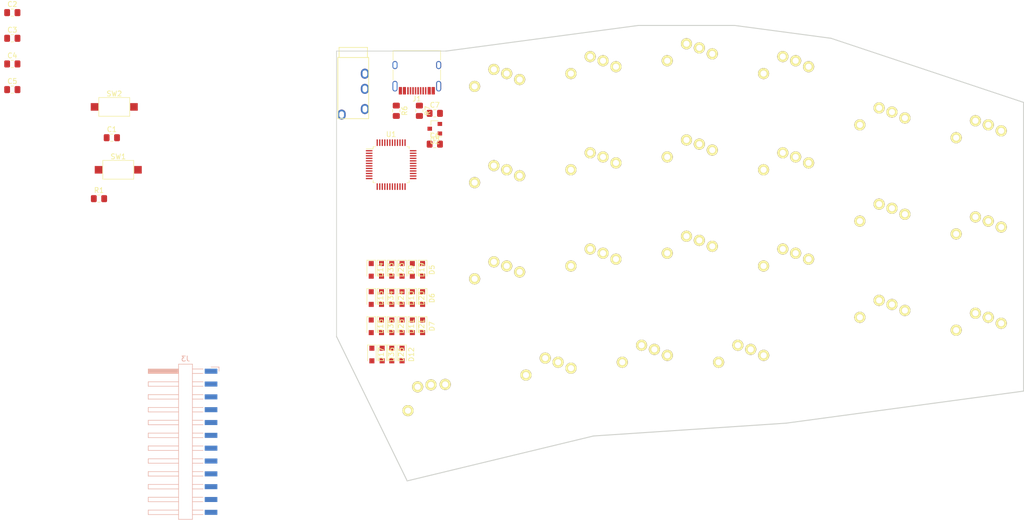
<source format=kicad_pcb>
(kicad_pcb (version 20171130) (host pcbnew 5.0.2+dfsg1-1)

  (general
    (thickness 1.6)
    (drawings 11)
    (tracks 0)
    (zones 0)
    (modules 61)
    (nets 69)
  )

  (page A4)
  (layers
    (0 F.Cu signal)
    (31 B.Cu signal)
    (32 B.Adhes user)
    (33 F.Adhes user)
    (34 B.Paste user)
    (35 F.Paste user)
    (36 B.SilkS user)
    (37 F.SilkS user)
    (38 B.Mask user)
    (39 F.Mask user)
    (40 Dwgs.User user)
    (41 Cmts.User user)
    (42 Eco1.User user)
    (43 Eco2.User user)
    (44 Edge.Cuts user)
    (45 Margin user)
    (46 B.CrtYd user)
    (47 F.CrtYd user)
    (48 B.Fab user)
    (49 F.Fab user)
  )

  (setup
    (last_trace_width 0.25)
    (trace_clearance 0.2)
    (zone_clearance 0.508)
    (zone_45_only no)
    (trace_min 0.2)
    (segment_width 0.2)
    (edge_width 0.15)
    (via_size 0.8)
    (via_drill 0.4)
    (via_min_size 0.4)
    (via_min_drill 0.3)
    (uvia_size 0.3)
    (uvia_drill 0.1)
    (uvias_allowed no)
    (uvia_min_size 0.2)
    (uvia_min_drill 0.1)
    (pcb_text_width 0.3)
    (pcb_text_size 1.5 1.5)
    (mod_edge_width 0.15)
    (mod_text_size 1 1)
    (mod_text_width 0.15)
    (pad_size 1.524 1.524)
    (pad_drill 0.762)
    (pad_to_mask_clearance 0.051)
    (solder_mask_min_width 0.25)
    (aux_axis_origin 0 0)
    (visible_elements FFFFFF7F)
    (pcbplotparams
      (layerselection 0x010fc_ffffffff)
      (usegerberextensions false)
      (usegerberattributes false)
      (usegerberadvancedattributes false)
      (creategerberjobfile false)
      (excludeedgelayer true)
      (linewidth 0.100000)
      (plotframeref false)
      (viasonmask false)
      (mode 1)
      (useauxorigin false)
      (hpglpennumber 1)
      (hpglpenspeed 20)
      (hpglpendiameter 15.000000)
      (psnegative false)
      (psa4output false)
      (plotreference true)
      (plotvalue true)
      (plotinvisibletext false)
      (padsonsilk false)
      (subtractmaskfromsilk false)
      (outputformat 1)
      (mirror false)
      (drillshape 1)
      (scaleselection 1)
      (outputdirectory ""))
  )

  (net 0 "")
  (net 1 GND)
  (net 2 D+)
  (net 3 "Net-(J1-PadB5)")
  (net 4 "Net-(J1-PadA8)")
  (net 5 D-)
  (net 6 "Net-(J1-PadA5)")
  (net 7 "Net-(J1-PadB8)")
  (net 8 5V)
  (net 9 3.3V)
  (net 10 SWDIO)
  (net 11 SWDCLK)
  (net 12 PA4)
  (net 13 PA5)
  (net 14 PA6)
  (net 15 PA7)
  (net 16 PB6)
  (net 17 PB7)
  (net 18 TX)
  (net 19 RX)
  (net 20 "Net-(D26-Pad2)")
  (net 21 COL4)
  (net 22 "Net-(D36-Pad2)")
  (net 23 COL5)
  (net 24 "Net-(D35-Pad2)")
  (net 25 "Net-(D34-Pad2)")
  (net 26 "Net-(D33-Pad2)")
  (net 27 "Net-(D25-Pad2)")
  (net 28 "Net-(D24-Pad2)")
  (net 29 "Net-(D23-Pad2)")
  (net 30 "Net-(D21-Pad2)")
  (net 31 COL2)
  (net 32 "Net-(D20-Pad2)")
  (net 33 "Net-(D19-Pad2)")
  (net 34 "Net-(D16-Pad2)")
  (net 35 COL6)
  (net 36 "Net-(D14-Pad2)")
  (net 37 "Net-(D12-Pad2)")
  (net 38 COL3)
  (net 39 "Net-(D11-Pad2)")
  (net 40 "Net-(D10-Pad2)")
  (net 41 "Net-(D15-Pad2)")
  (net 42 "Net-(D9-Pad2)")
  (net 43 "Net-(D7-Pad2)")
  (net 44 COL1)
  (net 45 "Net-(D6-Pad2)")
  (net 46 "Net-(D5-Pad2)")
  (net 47 "Net-(D17-Pad2)")
  (net 48 "Net-(R1-Pad1)")
  (net 49 VBAT)
  (net 50 "Net-(U1-Pad2)")
  (net 51 "Net-(U1-Pad3)")
  (net 52 "Net-(U1-Pad4)")
  (net 53 "Net-(U1-Pad5)")
  (net 54 "Net-(U1-Pad6)")
  (net 55 "Net-(C1-Pad2)")
  (net 56 "Net-(U1-Pad10)")
  (net 57 "Net-(U1-Pad11)")
  (net 58 "Net-(U1-Pad12)")
  (net 59 "Net-(U1-Pad13)")
  (net 60 ROW1)
  (net 61 ROW2)
  (net 62 ROW3)
  (net 63 ROW4)
  (net 64 "Net-(U1-Pad22)")
  (net 65 "Net-(U1-Pad26)")
  (net 66 "Net-(U1-Pad27)")
  (net 67 "Net-(U1-Pad28)")
  (net 68 "Net-(U1-Pad29)")

  (net_class Default "Ceci est la Netclass par défaut."
    (clearance 0.2)
    (trace_width 0.25)
    (via_dia 0.8)
    (via_drill 0.4)
    (uvia_dia 0.3)
    (uvia_drill 0.1)
    (add_net 3.3V)
    (add_net 5V)
    (add_net COL1)
    (add_net COL2)
    (add_net COL3)
    (add_net COL4)
    (add_net COL5)
    (add_net COL6)
    (add_net D+)
    (add_net D-)
    (add_net GND)
    (add_net "Net-(C1-Pad2)")
    (add_net "Net-(D10-Pad2)")
    (add_net "Net-(D11-Pad2)")
    (add_net "Net-(D12-Pad2)")
    (add_net "Net-(D14-Pad2)")
    (add_net "Net-(D15-Pad2)")
    (add_net "Net-(D16-Pad2)")
    (add_net "Net-(D17-Pad2)")
    (add_net "Net-(D19-Pad2)")
    (add_net "Net-(D20-Pad2)")
    (add_net "Net-(D21-Pad2)")
    (add_net "Net-(D23-Pad2)")
    (add_net "Net-(D24-Pad2)")
    (add_net "Net-(D25-Pad2)")
    (add_net "Net-(D26-Pad2)")
    (add_net "Net-(D33-Pad2)")
    (add_net "Net-(D34-Pad2)")
    (add_net "Net-(D35-Pad2)")
    (add_net "Net-(D36-Pad2)")
    (add_net "Net-(D5-Pad2)")
    (add_net "Net-(D6-Pad2)")
    (add_net "Net-(D7-Pad2)")
    (add_net "Net-(D9-Pad2)")
    (add_net "Net-(J1-PadA5)")
    (add_net "Net-(J1-PadA8)")
    (add_net "Net-(J1-PadB5)")
    (add_net "Net-(J1-PadB8)")
    (add_net "Net-(R1-Pad1)")
    (add_net "Net-(U1-Pad10)")
    (add_net "Net-(U1-Pad11)")
    (add_net "Net-(U1-Pad12)")
    (add_net "Net-(U1-Pad13)")
    (add_net "Net-(U1-Pad2)")
    (add_net "Net-(U1-Pad22)")
    (add_net "Net-(U1-Pad26)")
    (add_net "Net-(U1-Pad27)")
    (add_net "Net-(U1-Pad28)")
    (add_net "Net-(U1-Pad29)")
    (add_net "Net-(U1-Pad3)")
    (add_net "Net-(U1-Pad4)")
    (add_net "Net-(U1-Pad5)")
    (add_net "Net-(U1-Pad6)")
    (add_net PA4)
    (add_net PA5)
    (add_net PA6)
    (add_net PA7)
    (add_net PB6)
    (add_net PB7)
    (add_net ROW1)
    (add_net ROW2)
    (add_net ROW3)
    (add_net ROW4)
    (add_net RX)
    (add_net SWDCLK)
    (add_net SWDIO)
    (add_net TX)
    (add_net VBAT)
  )

  (module Button_Switch_SMD:SW_SPST_CK_RS282G05A3 (layer F.Cu) (tedit 5A7A67D2) (tstamp 5F026358)
    (at 98.905001 73.910001)
    (descr https://www.mouser.com/ds/2/60/RS-282G05A-SM_RT-1159762.pdf)
    (tags "SPST button tactile switch")
    (path /5DECA090)
    (attr smd)
    (fp_text reference SW2 (at 0 -2.6) (layer F.SilkS)
      (effects (font (size 1 1) (thickness 0.15)))
    )
    (fp_text value RESET (at 0 3) (layer F.Fab)
      (effects (font (size 1 1) (thickness 0.15)))
    )
    (fp_line (start 3 -1.8) (end 3 1.8) (layer F.Fab) (width 0.1))
    (fp_line (start -3 -1.8) (end -3 1.8) (layer F.Fab) (width 0.1))
    (fp_line (start -3 -1.8) (end 3 -1.8) (layer F.Fab) (width 0.1))
    (fp_line (start -3 1.8) (end 3 1.8) (layer F.Fab) (width 0.1))
    (fp_line (start -1.5 -0.8) (end -1.5 0.8) (layer F.Fab) (width 0.1))
    (fp_line (start 1.5 -0.8) (end 1.5 0.8) (layer F.Fab) (width 0.1))
    (fp_line (start -1.5 -0.8) (end 1.5 -0.8) (layer F.Fab) (width 0.1))
    (fp_line (start -1.5 0.8) (end 1.5 0.8) (layer F.Fab) (width 0.1))
    (fp_line (start -3.06 1.85) (end -3.06 -1.85) (layer F.SilkS) (width 0.12))
    (fp_line (start 3.06 1.85) (end -3.06 1.85) (layer F.SilkS) (width 0.12))
    (fp_line (start 3.06 -1.85) (end 3.06 1.85) (layer F.SilkS) (width 0.12))
    (fp_line (start -3.06 -1.85) (end 3.06 -1.85) (layer F.SilkS) (width 0.12))
    (fp_line (start -1.75 1) (end -1.75 -1) (layer F.Fab) (width 0.1))
    (fp_line (start 1.75 1) (end -1.75 1) (layer F.Fab) (width 0.1))
    (fp_line (start 1.75 -1) (end 1.75 1) (layer F.Fab) (width 0.1))
    (fp_line (start -1.75 -1) (end 1.75 -1) (layer F.Fab) (width 0.1))
    (fp_text user %R (at 0 -2.6) (layer F.Fab)
      (effects (font (size 1 1) (thickness 0.15)))
    )
    (fp_line (start -4.9 -2.05) (end 4.9 -2.05) (layer F.CrtYd) (width 0.05))
    (fp_line (start 4.9 -2.05) (end 4.9 2.05) (layer F.CrtYd) (width 0.05))
    (fp_line (start 4.9 2.05) (end -4.9 2.05) (layer F.CrtYd) (width 0.05))
    (fp_line (start -4.9 2.05) (end -4.9 -2.05) (layer F.CrtYd) (width 0.05))
    (pad 2 smd rect (at 3.9 0) (size 1.5 1.5) (layers F.Cu F.Paste F.Mask)
      (net 55 "Net-(C1-Pad2)"))
    (pad 1 smd rect (at -3.9 0) (size 1.5 1.5) (layers F.Cu F.Paste F.Mask)
      (net 1 GND))
    (model ${KISYS3DMOD}/Button_Switch_SMD.3dshapes/SW_SPST_CK_RS282G05A3.wrl
      (at (xyz 0 0 0))
      (scale (xyz 1 1 1))
      (rotate (xyz 0 0 0))
    )
  )

  (module Button_Switch_SMD:SW_SPST_CK_RS282G05A3 (layer F.Cu) (tedit 5A7A67D2) (tstamp 5F02633D)
    (at 99.695 86.36)
    (descr https://www.mouser.com/ds/2/60/RS-282G05A-SM_RT-1159762.pdf)
    (tags "SPST button tactile switch")
    (path /5DECE105)
    (attr smd)
    (fp_text reference SW1 (at 0 -2.6) (layer F.SilkS)
      (effects (font (size 1 1) (thickness 0.15)))
    )
    (fp_text value BOOT (at 0 3) (layer F.Fab)
      (effects (font (size 1 1) (thickness 0.15)))
    )
    (fp_line (start -4.9 2.05) (end -4.9 -2.05) (layer F.CrtYd) (width 0.05))
    (fp_line (start 4.9 2.05) (end -4.9 2.05) (layer F.CrtYd) (width 0.05))
    (fp_line (start 4.9 -2.05) (end 4.9 2.05) (layer F.CrtYd) (width 0.05))
    (fp_line (start -4.9 -2.05) (end 4.9 -2.05) (layer F.CrtYd) (width 0.05))
    (fp_text user %R (at 0 -2.6) (layer F.Fab)
      (effects (font (size 1 1) (thickness 0.15)))
    )
    (fp_line (start -1.75 -1) (end 1.75 -1) (layer F.Fab) (width 0.1))
    (fp_line (start 1.75 -1) (end 1.75 1) (layer F.Fab) (width 0.1))
    (fp_line (start 1.75 1) (end -1.75 1) (layer F.Fab) (width 0.1))
    (fp_line (start -1.75 1) (end -1.75 -1) (layer F.Fab) (width 0.1))
    (fp_line (start -3.06 -1.85) (end 3.06 -1.85) (layer F.SilkS) (width 0.12))
    (fp_line (start 3.06 -1.85) (end 3.06 1.85) (layer F.SilkS) (width 0.12))
    (fp_line (start 3.06 1.85) (end -3.06 1.85) (layer F.SilkS) (width 0.12))
    (fp_line (start -3.06 1.85) (end -3.06 -1.85) (layer F.SilkS) (width 0.12))
    (fp_line (start -1.5 0.8) (end 1.5 0.8) (layer F.Fab) (width 0.1))
    (fp_line (start -1.5 -0.8) (end 1.5 -0.8) (layer F.Fab) (width 0.1))
    (fp_line (start 1.5 -0.8) (end 1.5 0.8) (layer F.Fab) (width 0.1))
    (fp_line (start -1.5 -0.8) (end -1.5 0.8) (layer F.Fab) (width 0.1))
    (fp_line (start -3 1.8) (end 3 1.8) (layer F.Fab) (width 0.1))
    (fp_line (start -3 -1.8) (end 3 -1.8) (layer F.Fab) (width 0.1))
    (fp_line (start -3 -1.8) (end -3 1.8) (layer F.Fab) (width 0.1))
    (fp_line (start 3 -1.8) (end 3 1.8) (layer F.Fab) (width 0.1))
    (pad 1 smd rect (at -3.9 0) (size 1.5 1.5) (layers F.Cu F.Paste F.Mask)
      (net 48 "Net-(R1-Pad1)"))
    (pad 2 smd rect (at 3.9 0) (size 1.5 1.5) (layers F.Cu F.Paste F.Mask)
      (net 9 3.3V))
    (model ${KISYS3DMOD}/Button_Switch_SMD.3dshapes/SW_SPST_CK_RS282G05A3.wrl
      (at (xyz 0 0 0))
      (scale (xyz 1 1 1))
      (rotate (xyz 0 0 0))
    )
  )

  (module Capacitor_SMD:C_0805_2012Metric_Pad1.15x1.40mm_HandSolder (layer F.Cu) (tedit 5B36C52B) (tstamp 5F026322)
    (at 98.425 80.01)
    (descr "Capacitor SMD 0805 (2012 Metric), square (rectangular) end terminal, IPC_7351 nominal with elongated pad for handsoldering. (Body size source: https://docs.google.com/spreadsheets/d/1BsfQQcO9C6DZCsRaXUlFlo91Tg2WpOkGARC1WS5S8t0/edit?usp=sharing), generated with kicad-footprint-generator")
    (tags "capacitor handsolder")
    (path /5DEC9DB9)
    (attr smd)
    (fp_text reference C1 (at 0 -1.65) (layer F.SilkS)
      (effects (font (size 1 1) (thickness 0.15)))
    )
    (fp_text value 100nF (at 0 1.65) (layer F.Fab)
      (effects (font (size 1 1) (thickness 0.15)))
    )
    (fp_line (start -1 0.6) (end -1 -0.6) (layer F.Fab) (width 0.1))
    (fp_line (start -1 -0.6) (end 1 -0.6) (layer F.Fab) (width 0.1))
    (fp_line (start 1 -0.6) (end 1 0.6) (layer F.Fab) (width 0.1))
    (fp_line (start 1 0.6) (end -1 0.6) (layer F.Fab) (width 0.1))
    (fp_line (start -0.261252 -0.71) (end 0.261252 -0.71) (layer F.SilkS) (width 0.12))
    (fp_line (start -0.261252 0.71) (end 0.261252 0.71) (layer F.SilkS) (width 0.12))
    (fp_line (start -1.85 0.95) (end -1.85 -0.95) (layer F.CrtYd) (width 0.05))
    (fp_line (start -1.85 -0.95) (end 1.85 -0.95) (layer F.CrtYd) (width 0.05))
    (fp_line (start 1.85 -0.95) (end 1.85 0.95) (layer F.CrtYd) (width 0.05))
    (fp_line (start 1.85 0.95) (end -1.85 0.95) (layer F.CrtYd) (width 0.05))
    (fp_text user %R (at 0 0) (layer F.Fab)
      (effects (font (size 0.5 0.5) (thickness 0.08)))
    )
    (pad 1 smd roundrect (at -1.025 0) (size 1.15 1.4) (layers F.Cu F.Paste F.Mask) (roundrect_rratio 0.217391)
      (net 1 GND))
    (pad 2 smd roundrect (at 1.025 0) (size 1.15 1.4) (layers F.Cu F.Paste F.Mask) (roundrect_rratio 0.217391)
      (net 55 "Net-(C1-Pad2)"))
    (model ${KISYS3DMOD}/Capacitor_SMD.3dshapes/C_0805_2012Metric.wrl
      (at (xyz 0 0 0))
      (scale (xyz 1 1 1))
      (rotate (xyz 0 0 0))
    )
  )

  (module Capacitor_SMD:C_0805_2012Metric_Pad1.15x1.40mm_HandSolder (layer F.Cu) (tedit 5B36C52B) (tstamp 5F026311)
    (at 78.74 55.245)
    (descr "Capacitor SMD 0805 (2012 Metric), square (rectangular) end terminal, IPC_7351 nominal with elongated pad for handsoldering. (Body size source: https://docs.google.com/spreadsheets/d/1BsfQQcO9C6DZCsRaXUlFlo91Tg2WpOkGARC1WS5S8t0/edit?usp=sharing), generated with kicad-footprint-generator")
    (tags "capacitor handsolder")
    (path /5DEC3C77)
    (attr smd)
    (fp_text reference C2 (at 0 -1.65) (layer F.SilkS)
      (effects (font (size 1 1) (thickness 0.15)))
    )
    (fp_text value 100nF (at 0 1.65) (layer F.Fab)
      (effects (font (size 1 1) (thickness 0.15)))
    )
    (fp_text user %R (at 0 0) (layer F.Fab)
      (effects (font (size 0.5 0.5) (thickness 0.08)))
    )
    (fp_line (start 1.85 0.95) (end -1.85 0.95) (layer F.CrtYd) (width 0.05))
    (fp_line (start 1.85 -0.95) (end 1.85 0.95) (layer F.CrtYd) (width 0.05))
    (fp_line (start -1.85 -0.95) (end 1.85 -0.95) (layer F.CrtYd) (width 0.05))
    (fp_line (start -1.85 0.95) (end -1.85 -0.95) (layer F.CrtYd) (width 0.05))
    (fp_line (start -0.261252 0.71) (end 0.261252 0.71) (layer F.SilkS) (width 0.12))
    (fp_line (start -0.261252 -0.71) (end 0.261252 -0.71) (layer F.SilkS) (width 0.12))
    (fp_line (start 1 0.6) (end -1 0.6) (layer F.Fab) (width 0.1))
    (fp_line (start 1 -0.6) (end 1 0.6) (layer F.Fab) (width 0.1))
    (fp_line (start -1 -0.6) (end 1 -0.6) (layer F.Fab) (width 0.1))
    (fp_line (start -1 0.6) (end -1 -0.6) (layer F.Fab) (width 0.1))
    (pad 2 smd roundrect (at 1.025 0) (size 1.15 1.4) (layers F.Cu F.Paste F.Mask) (roundrect_rratio 0.217391)
      (net 9 3.3V))
    (pad 1 smd roundrect (at -1.025 0) (size 1.15 1.4) (layers F.Cu F.Paste F.Mask) (roundrect_rratio 0.217391)
      (net 1 GND))
    (model ${KISYS3DMOD}/Capacitor_SMD.3dshapes/C_0805_2012Metric.wrl
      (at (xyz 0 0 0))
      (scale (xyz 1 1 1))
      (rotate (xyz 0 0 0))
    )
  )

  (module Capacitor_SMD:C_0805_2012Metric_Pad1.15x1.40mm_HandSolder (layer F.Cu) (tedit 5B36C52B) (tstamp 5F026300)
    (at 78.74 60.325)
    (descr "Capacitor SMD 0805 (2012 Metric), square (rectangular) end terminal, IPC_7351 nominal with elongated pad for handsoldering. (Body size source: https://docs.google.com/spreadsheets/d/1BsfQQcO9C6DZCsRaXUlFlo91Tg2WpOkGARC1WS5S8t0/edit?usp=sharing), generated with kicad-footprint-generator")
    (tags "capacitor handsolder")
    (path /5DEC3CF5)
    (attr smd)
    (fp_text reference C3 (at 0 -1.65) (layer F.SilkS)
      (effects (font (size 1 1) (thickness 0.15)))
    )
    (fp_text value 100nF (at 0 1.65) (layer F.Fab)
      (effects (font (size 1 1) (thickness 0.15)))
    )
    (fp_line (start -1 0.6) (end -1 -0.6) (layer F.Fab) (width 0.1))
    (fp_line (start -1 -0.6) (end 1 -0.6) (layer F.Fab) (width 0.1))
    (fp_line (start 1 -0.6) (end 1 0.6) (layer F.Fab) (width 0.1))
    (fp_line (start 1 0.6) (end -1 0.6) (layer F.Fab) (width 0.1))
    (fp_line (start -0.261252 -0.71) (end 0.261252 -0.71) (layer F.SilkS) (width 0.12))
    (fp_line (start -0.261252 0.71) (end 0.261252 0.71) (layer F.SilkS) (width 0.12))
    (fp_line (start -1.85 0.95) (end -1.85 -0.95) (layer F.CrtYd) (width 0.05))
    (fp_line (start -1.85 -0.95) (end 1.85 -0.95) (layer F.CrtYd) (width 0.05))
    (fp_line (start 1.85 -0.95) (end 1.85 0.95) (layer F.CrtYd) (width 0.05))
    (fp_line (start 1.85 0.95) (end -1.85 0.95) (layer F.CrtYd) (width 0.05))
    (fp_text user %R (at 0 0) (layer F.Fab)
      (effects (font (size 0.5 0.5) (thickness 0.08)))
    )
    (pad 1 smd roundrect (at -1.025 0) (size 1.15 1.4) (layers F.Cu F.Paste F.Mask) (roundrect_rratio 0.217391)
      (net 1 GND))
    (pad 2 smd roundrect (at 1.025 0) (size 1.15 1.4) (layers F.Cu F.Paste F.Mask) (roundrect_rratio 0.217391)
      (net 9 3.3V))
    (model ${KISYS3DMOD}/Capacitor_SMD.3dshapes/C_0805_2012Metric.wrl
      (at (xyz 0 0 0))
      (scale (xyz 1 1 1))
      (rotate (xyz 0 0 0))
    )
  )

  (module Capacitor_SMD:C_0805_2012Metric_Pad1.15x1.40mm_HandSolder (layer F.Cu) (tedit 5B36C52B) (tstamp 5F0262EF)
    (at 78.74 65.405)
    (descr "Capacitor SMD 0805 (2012 Metric), square (rectangular) end terminal, IPC_7351 nominal with elongated pad for handsoldering. (Body size source: https://docs.google.com/spreadsheets/d/1BsfQQcO9C6DZCsRaXUlFlo91Tg2WpOkGARC1WS5S8t0/edit?usp=sharing), generated with kicad-footprint-generator")
    (tags "capacitor handsolder")
    (path /5DEC3D3C)
    (attr smd)
    (fp_text reference C4 (at 0 -1.65) (layer F.SilkS)
      (effects (font (size 1 1) (thickness 0.15)))
    )
    (fp_text value 100nF (at 0 1.65) (layer F.Fab)
      (effects (font (size 1 1) (thickness 0.15)))
    )
    (fp_text user %R (at 0 0) (layer F.Fab)
      (effects (font (size 0.5 0.5) (thickness 0.08)))
    )
    (fp_line (start 1.85 0.95) (end -1.85 0.95) (layer F.CrtYd) (width 0.05))
    (fp_line (start 1.85 -0.95) (end 1.85 0.95) (layer F.CrtYd) (width 0.05))
    (fp_line (start -1.85 -0.95) (end 1.85 -0.95) (layer F.CrtYd) (width 0.05))
    (fp_line (start -1.85 0.95) (end -1.85 -0.95) (layer F.CrtYd) (width 0.05))
    (fp_line (start -0.261252 0.71) (end 0.261252 0.71) (layer F.SilkS) (width 0.12))
    (fp_line (start -0.261252 -0.71) (end 0.261252 -0.71) (layer F.SilkS) (width 0.12))
    (fp_line (start 1 0.6) (end -1 0.6) (layer F.Fab) (width 0.1))
    (fp_line (start 1 -0.6) (end 1 0.6) (layer F.Fab) (width 0.1))
    (fp_line (start -1 -0.6) (end 1 -0.6) (layer F.Fab) (width 0.1))
    (fp_line (start -1 0.6) (end -1 -0.6) (layer F.Fab) (width 0.1))
    (pad 2 smd roundrect (at 1.025 0) (size 1.15 1.4) (layers F.Cu F.Paste F.Mask) (roundrect_rratio 0.217391)
      (net 9 3.3V))
    (pad 1 smd roundrect (at -1.025 0) (size 1.15 1.4) (layers F.Cu F.Paste F.Mask) (roundrect_rratio 0.217391)
      (net 1 GND))
    (model ${KISYS3DMOD}/Capacitor_SMD.3dshapes/C_0805_2012Metric.wrl
      (at (xyz 0 0 0))
      (scale (xyz 1 1 1))
      (rotate (xyz 0 0 0))
    )
  )

  (module Capacitor_SMD:C_0805_2012Metric_Pad1.15x1.40mm_HandSolder (layer F.Cu) (tedit 5B36C52B) (tstamp 5F0262DE)
    (at 78.74 70.485)
    (descr "Capacitor SMD 0805 (2012 Metric), square (rectangular) end terminal, IPC_7351 nominal with elongated pad for handsoldering. (Body size source: https://docs.google.com/spreadsheets/d/1BsfQQcO9C6DZCsRaXUlFlo91Tg2WpOkGARC1WS5S8t0/edit?usp=sharing), generated with kicad-footprint-generator")
    (tags "capacitor handsolder")
    (path /5DEC3D7E)
    (attr smd)
    (fp_text reference C5 (at 0 -1.65) (layer F.SilkS)
      (effects (font (size 1 1) (thickness 0.15)))
    )
    (fp_text value 100nF (at 0 1.65) (layer F.Fab)
      (effects (font (size 1 1) (thickness 0.15)))
    )
    (fp_line (start -1 0.6) (end -1 -0.6) (layer F.Fab) (width 0.1))
    (fp_line (start -1 -0.6) (end 1 -0.6) (layer F.Fab) (width 0.1))
    (fp_line (start 1 -0.6) (end 1 0.6) (layer F.Fab) (width 0.1))
    (fp_line (start 1 0.6) (end -1 0.6) (layer F.Fab) (width 0.1))
    (fp_line (start -0.261252 -0.71) (end 0.261252 -0.71) (layer F.SilkS) (width 0.12))
    (fp_line (start -0.261252 0.71) (end 0.261252 0.71) (layer F.SilkS) (width 0.12))
    (fp_line (start -1.85 0.95) (end -1.85 -0.95) (layer F.CrtYd) (width 0.05))
    (fp_line (start -1.85 -0.95) (end 1.85 -0.95) (layer F.CrtYd) (width 0.05))
    (fp_line (start 1.85 -0.95) (end 1.85 0.95) (layer F.CrtYd) (width 0.05))
    (fp_line (start 1.85 0.95) (end -1.85 0.95) (layer F.CrtYd) (width 0.05))
    (fp_text user %R (at 0 0) (layer F.Fab)
      (effects (font (size 0.5 0.5) (thickness 0.08)))
    )
    (pad 1 smd roundrect (at -1.025 0) (size 1.15 1.4) (layers F.Cu F.Paste F.Mask) (roundrect_rratio 0.217391)
      (net 1 GND))
    (pad 2 smd roundrect (at 1.025 0) (size 1.15 1.4) (layers F.Cu F.Paste F.Mask) (roundrect_rratio 0.217391)
      (net 9 3.3V))
    (model ${KISYS3DMOD}/Capacitor_SMD.3dshapes/C_0805_2012Metric.wrl
      (at (xyz 0 0 0))
      (scale (xyz 1 1 1))
      (rotate (xyz 0 0 0))
    )
  )

  (module Capacitor_SMD:C_0805_2012Metric_Pad1.15x1.40mm_HandSolder (layer F.Cu) (tedit 5B36C52B) (tstamp 5F0262CD)
    (at 162.306 81.28)
    (descr "Capacitor SMD 0805 (2012 Metric), square (rectangular) end terminal, IPC_7351 nominal with elongated pad for handsoldering. (Body size source: https://docs.google.com/spreadsheets/d/1BsfQQcO9C6DZCsRaXUlFlo91Tg2WpOkGARC1WS5S8t0/edit?usp=sharing), generated with kicad-footprint-generator")
    (tags "capacitor handsolder")
    (path /5DEE73ED)
    (attr smd)
    (fp_text reference C6 (at 0 -1.65) (layer F.SilkS)
      (effects (font (size 1 1) (thickness 0.15)))
    )
    (fp_text value 1µF (at 0 1.65) (layer F.Fab)
      (effects (font (size 1 1) (thickness 0.15)))
    )
    (fp_text user %R (at 0 0) (layer F.Fab)
      (effects (font (size 0.5 0.5) (thickness 0.08)))
    )
    (fp_line (start 1.85 0.95) (end -1.85 0.95) (layer F.CrtYd) (width 0.05))
    (fp_line (start 1.85 -0.95) (end 1.85 0.95) (layer F.CrtYd) (width 0.05))
    (fp_line (start -1.85 -0.95) (end 1.85 -0.95) (layer F.CrtYd) (width 0.05))
    (fp_line (start -1.85 0.95) (end -1.85 -0.95) (layer F.CrtYd) (width 0.05))
    (fp_line (start -0.261252 0.71) (end 0.261252 0.71) (layer F.SilkS) (width 0.12))
    (fp_line (start -0.261252 -0.71) (end 0.261252 -0.71) (layer F.SilkS) (width 0.12))
    (fp_line (start 1 0.6) (end -1 0.6) (layer F.Fab) (width 0.1))
    (fp_line (start 1 -0.6) (end 1 0.6) (layer F.Fab) (width 0.1))
    (fp_line (start -1 -0.6) (end 1 -0.6) (layer F.Fab) (width 0.1))
    (fp_line (start -1 0.6) (end -1 -0.6) (layer F.Fab) (width 0.1))
    (pad 2 smd roundrect (at 1.025 0) (size 1.15 1.4) (layers F.Cu F.Paste F.Mask) (roundrect_rratio 0.217391)
      (net 9 3.3V))
    (pad 1 smd roundrect (at -1.025 0) (size 1.15 1.4) (layers F.Cu F.Paste F.Mask) (roundrect_rratio 0.217391)
      (net 1 GND))
    (model ${KISYS3DMOD}/Capacitor_SMD.3dshapes/C_0805_2012Metric.wrl
      (at (xyz 0 0 0))
      (scale (xyz 1 1 1))
      (rotate (xyz 0 0 0))
    )
  )

  (module Capacitor_SMD:C_0805_2012Metric_Pad1.15x1.40mm_HandSolder (layer F.Cu) (tedit 5B36C52B) (tstamp 5F0262BC)
    (at 162.306 75.184)
    (descr "Capacitor SMD 0805 (2012 Metric), square (rectangular) end terminal, IPC_7351 nominal with elongated pad for handsoldering. (Body size source: https://docs.google.com/spreadsheets/d/1BsfQQcO9C6DZCsRaXUlFlo91Tg2WpOkGARC1WS5S8t0/edit?usp=sharing), generated with kicad-footprint-generator")
    (tags "capacitor handsolder")
    (path /5DEC3DF1)
    (attr smd)
    (fp_text reference C7 (at 0 -1.65) (layer F.SilkS)
      (effects (font (size 1 1) (thickness 0.15)))
    )
    (fp_text value 1µF (at 0 1.65) (layer F.Fab)
      (effects (font (size 1 1) (thickness 0.15)))
    )
    (fp_line (start -1 0.6) (end -1 -0.6) (layer F.Fab) (width 0.1))
    (fp_line (start -1 -0.6) (end 1 -0.6) (layer F.Fab) (width 0.1))
    (fp_line (start 1 -0.6) (end 1 0.6) (layer F.Fab) (width 0.1))
    (fp_line (start 1 0.6) (end -1 0.6) (layer F.Fab) (width 0.1))
    (fp_line (start -0.261252 -0.71) (end 0.261252 -0.71) (layer F.SilkS) (width 0.12))
    (fp_line (start -0.261252 0.71) (end 0.261252 0.71) (layer F.SilkS) (width 0.12))
    (fp_line (start -1.85 0.95) (end -1.85 -0.95) (layer F.CrtYd) (width 0.05))
    (fp_line (start -1.85 -0.95) (end 1.85 -0.95) (layer F.CrtYd) (width 0.05))
    (fp_line (start 1.85 -0.95) (end 1.85 0.95) (layer F.CrtYd) (width 0.05))
    (fp_line (start 1.85 0.95) (end -1.85 0.95) (layer F.CrtYd) (width 0.05))
    (fp_text user %R (at 0 0) (layer F.Fab)
      (effects (font (size 0.5 0.5) (thickness 0.08)))
    )
    (pad 1 smd roundrect (at -1.025 0) (size 1.15 1.4) (layers F.Cu F.Paste F.Mask) (roundrect_rratio 0.217391)
      (net 1 GND))
    (pad 2 smd roundrect (at 1.025 0) (size 1.15 1.4) (layers F.Cu F.Paste F.Mask) (roundrect_rratio 0.217391)
      (net 8 5V))
    (model ${KISYS3DMOD}/Capacitor_SMD.3dshapes/C_0805_2012Metric.wrl
      (at (xyz 0 0 0))
      (scale (xyz 1 1 1))
      (rotate (xyz 0 0 0))
    )
  )

  (module Diode_SMD:D_SOD-323_HandSoldering (layer F.Cu) (tedit 58641869) (tstamp 5F0262AB)
    (at 149.86 122.936 270)
    (descr SOD-323)
    (tags SOD-323)
    (path /5DFEF7E0)
    (attr smd)
    (fp_text reference D17 (at 0 -1.85 270) (layer F.SilkS)
      (effects (font (size 1 1) (thickness 0.15)))
    )
    (fp_text value D4.6 (at 0.1 1.9 270) (layer F.Fab)
      (effects (font (size 1 1) (thickness 0.15)))
    )
    (fp_line (start -1.9 -0.85) (end 1.25 -0.85) (layer F.SilkS) (width 0.12))
    (fp_line (start -1.9 0.85) (end 1.25 0.85) (layer F.SilkS) (width 0.12))
    (fp_line (start -2 -0.95) (end -2 0.95) (layer F.CrtYd) (width 0.05))
    (fp_line (start -2 0.95) (end 2 0.95) (layer F.CrtYd) (width 0.05))
    (fp_line (start 2 -0.95) (end 2 0.95) (layer F.CrtYd) (width 0.05))
    (fp_line (start -2 -0.95) (end 2 -0.95) (layer F.CrtYd) (width 0.05))
    (fp_line (start -0.9 -0.7) (end 0.9 -0.7) (layer F.Fab) (width 0.1))
    (fp_line (start 0.9 -0.7) (end 0.9 0.7) (layer F.Fab) (width 0.1))
    (fp_line (start 0.9 0.7) (end -0.9 0.7) (layer F.Fab) (width 0.1))
    (fp_line (start -0.9 0.7) (end -0.9 -0.7) (layer F.Fab) (width 0.1))
    (fp_line (start -0.3 -0.35) (end -0.3 0.35) (layer F.Fab) (width 0.1))
    (fp_line (start -0.3 0) (end -0.5 0) (layer F.Fab) (width 0.1))
    (fp_line (start -0.3 0) (end 0.2 -0.35) (layer F.Fab) (width 0.1))
    (fp_line (start 0.2 -0.35) (end 0.2 0.35) (layer F.Fab) (width 0.1))
    (fp_line (start 0.2 0.35) (end -0.3 0) (layer F.Fab) (width 0.1))
    (fp_line (start 0.2 0) (end 0.45 0) (layer F.Fab) (width 0.1))
    (fp_line (start -1.9 -0.85) (end -1.9 0.85) (layer F.SilkS) (width 0.12))
    (fp_text user %R (at 0 -1.85 270) (layer F.Fab)
      (effects (font (size 1 1) (thickness 0.15)))
    )
    (pad 2 smd rect (at 1.25 0 270) (size 1 1) (layers F.Cu F.Paste F.Mask)
      (net 47 "Net-(D17-Pad2)"))
    (pad 1 smd rect (at -1.25 0 270) (size 1 1) (layers F.Cu F.Paste F.Mask)
      (net 63 ROW4))
    (model ${KISYS3DMOD}/Diode_SMD.3dshapes/D_SOD-323.wrl
      (at (xyz 0 0 0))
      (scale (xyz 1 1 1))
      (rotate (xyz 0 0 0))
    )
  )

  (module Diode_SMD:D_SOD-323_HandSoldering (layer F.Cu) (tedit 58641869) (tstamp 5F026293)
    (at 149.733 111.76 270)
    (descr SOD-323)
    (tags SOD-323)
    (path /5DFEF7FC)
    (attr smd)
    (fp_text reference D15 (at 0 -1.85 270) (layer F.SilkS)
      (effects (font (size 1 1) (thickness 0.15)))
    )
    (fp_text value D2.6 (at 0.1 1.9 270) (layer F.Fab)
      (effects (font (size 1 1) (thickness 0.15)))
    )
    (fp_text user %R (at 0 -1.85 270) (layer F.Fab)
      (effects (font (size 1 1) (thickness 0.15)))
    )
    (fp_line (start -1.9 -0.85) (end -1.9 0.85) (layer F.SilkS) (width 0.12))
    (fp_line (start 0.2 0) (end 0.45 0) (layer F.Fab) (width 0.1))
    (fp_line (start 0.2 0.35) (end -0.3 0) (layer F.Fab) (width 0.1))
    (fp_line (start 0.2 -0.35) (end 0.2 0.35) (layer F.Fab) (width 0.1))
    (fp_line (start -0.3 0) (end 0.2 -0.35) (layer F.Fab) (width 0.1))
    (fp_line (start -0.3 0) (end -0.5 0) (layer F.Fab) (width 0.1))
    (fp_line (start -0.3 -0.35) (end -0.3 0.35) (layer F.Fab) (width 0.1))
    (fp_line (start -0.9 0.7) (end -0.9 -0.7) (layer F.Fab) (width 0.1))
    (fp_line (start 0.9 0.7) (end -0.9 0.7) (layer F.Fab) (width 0.1))
    (fp_line (start 0.9 -0.7) (end 0.9 0.7) (layer F.Fab) (width 0.1))
    (fp_line (start -0.9 -0.7) (end 0.9 -0.7) (layer F.Fab) (width 0.1))
    (fp_line (start -2 -0.95) (end 2 -0.95) (layer F.CrtYd) (width 0.05))
    (fp_line (start 2 -0.95) (end 2 0.95) (layer F.CrtYd) (width 0.05))
    (fp_line (start -2 0.95) (end 2 0.95) (layer F.CrtYd) (width 0.05))
    (fp_line (start -2 -0.95) (end -2 0.95) (layer F.CrtYd) (width 0.05))
    (fp_line (start -1.9 0.85) (end 1.25 0.85) (layer F.SilkS) (width 0.12))
    (fp_line (start -1.9 -0.85) (end 1.25 -0.85) (layer F.SilkS) (width 0.12))
    (pad 1 smd rect (at -1.25 0 270) (size 1 1) (layers F.Cu F.Paste F.Mask)
      (net 61 ROW2))
    (pad 2 smd rect (at 1.25 0 270) (size 1 1) (layers F.Cu F.Paste F.Mask)
      (net 41 "Net-(D15-Pad2)"))
    (model ${KISYS3DMOD}/Diode_SMD.3dshapes/D_SOD-323.wrl
      (at (xyz 0 0 0))
      (scale (xyz 1 1 1))
      (rotate (xyz 0 0 0))
    )
  )

  (module Diode_SMD:D_SOD-323_HandSoldering (layer F.Cu) (tedit 58641869) (tstamp 5F02627B)
    (at 149.733 106.172 270)
    (descr SOD-323)
    (tags SOD-323)
    (path /5DFEF80A)
    (attr smd)
    (fp_text reference D14 (at 0 -1.85 270) (layer F.SilkS)
      (effects (font (size 1 1) (thickness 0.15)))
    )
    (fp_text value D1.6 (at 0.1 1.9 270) (layer F.Fab)
      (effects (font (size 1 1) (thickness 0.15)))
    )
    (fp_line (start -1.9 -0.85) (end 1.25 -0.85) (layer F.SilkS) (width 0.12))
    (fp_line (start -1.9 0.85) (end 1.25 0.85) (layer F.SilkS) (width 0.12))
    (fp_line (start -2 -0.95) (end -2 0.95) (layer F.CrtYd) (width 0.05))
    (fp_line (start -2 0.95) (end 2 0.95) (layer F.CrtYd) (width 0.05))
    (fp_line (start 2 -0.95) (end 2 0.95) (layer F.CrtYd) (width 0.05))
    (fp_line (start -2 -0.95) (end 2 -0.95) (layer F.CrtYd) (width 0.05))
    (fp_line (start -0.9 -0.7) (end 0.9 -0.7) (layer F.Fab) (width 0.1))
    (fp_line (start 0.9 -0.7) (end 0.9 0.7) (layer F.Fab) (width 0.1))
    (fp_line (start 0.9 0.7) (end -0.9 0.7) (layer F.Fab) (width 0.1))
    (fp_line (start -0.9 0.7) (end -0.9 -0.7) (layer F.Fab) (width 0.1))
    (fp_line (start -0.3 -0.35) (end -0.3 0.35) (layer F.Fab) (width 0.1))
    (fp_line (start -0.3 0) (end -0.5 0) (layer F.Fab) (width 0.1))
    (fp_line (start -0.3 0) (end 0.2 -0.35) (layer F.Fab) (width 0.1))
    (fp_line (start 0.2 -0.35) (end 0.2 0.35) (layer F.Fab) (width 0.1))
    (fp_line (start 0.2 0.35) (end -0.3 0) (layer F.Fab) (width 0.1))
    (fp_line (start 0.2 0) (end 0.45 0) (layer F.Fab) (width 0.1))
    (fp_line (start -1.9 -0.85) (end -1.9 0.85) (layer F.SilkS) (width 0.12))
    (fp_text user %R (at 0 -1.85 270) (layer F.Fab)
      (effects (font (size 1 1) (thickness 0.15)))
    )
    (pad 2 smd rect (at 1.25 0 270) (size 1 1) (layers F.Cu F.Paste F.Mask)
      (net 36 "Net-(D14-Pad2)"))
    (pad 1 smd rect (at -1.25 0 270) (size 1 1) (layers F.Cu F.Paste F.Mask)
      (net 60 ROW1))
    (model ${KISYS3DMOD}/Diode_SMD.3dshapes/D_SOD-323.wrl
      (at (xyz 0 0 0))
      (scale (xyz 1 1 1))
      (rotate (xyz 0 0 0))
    )
  )

  (module Diode_SMD:D_SOD-323_HandSoldering (layer F.Cu) (tedit 58641869) (tstamp 5F026263)
    (at 155.829 122.936 270)
    (descr SOD-323)
    (tags SOD-323)
    (path /5DF621D6)
    (attr smd)
    (fp_text reference D12 (at 0 -1.85 270) (layer F.SilkS)
      (effects (font (size 1 1) (thickness 0.15)))
    )
    (fp_text value D4.3 (at 0.1 1.9 270) (layer F.Fab)
      (effects (font (size 1 1) (thickness 0.15)))
    )
    (fp_text user %R (at 0 -1.85 270) (layer F.Fab)
      (effects (font (size 1 1) (thickness 0.15)))
    )
    (fp_line (start -1.9 -0.85) (end -1.9 0.85) (layer F.SilkS) (width 0.12))
    (fp_line (start 0.2 0) (end 0.45 0) (layer F.Fab) (width 0.1))
    (fp_line (start 0.2 0.35) (end -0.3 0) (layer F.Fab) (width 0.1))
    (fp_line (start 0.2 -0.35) (end 0.2 0.35) (layer F.Fab) (width 0.1))
    (fp_line (start -0.3 0) (end 0.2 -0.35) (layer F.Fab) (width 0.1))
    (fp_line (start -0.3 0) (end -0.5 0) (layer F.Fab) (width 0.1))
    (fp_line (start -0.3 -0.35) (end -0.3 0.35) (layer F.Fab) (width 0.1))
    (fp_line (start -0.9 0.7) (end -0.9 -0.7) (layer F.Fab) (width 0.1))
    (fp_line (start 0.9 0.7) (end -0.9 0.7) (layer F.Fab) (width 0.1))
    (fp_line (start 0.9 -0.7) (end 0.9 0.7) (layer F.Fab) (width 0.1))
    (fp_line (start -0.9 -0.7) (end 0.9 -0.7) (layer F.Fab) (width 0.1))
    (fp_line (start -2 -0.95) (end 2 -0.95) (layer F.CrtYd) (width 0.05))
    (fp_line (start 2 -0.95) (end 2 0.95) (layer F.CrtYd) (width 0.05))
    (fp_line (start -2 0.95) (end 2 0.95) (layer F.CrtYd) (width 0.05))
    (fp_line (start -2 -0.95) (end -2 0.95) (layer F.CrtYd) (width 0.05))
    (fp_line (start -1.9 0.85) (end 1.25 0.85) (layer F.SilkS) (width 0.12))
    (fp_line (start -1.9 -0.85) (end 1.25 -0.85) (layer F.SilkS) (width 0.12))
    (pad 1 smd rect (at -1.25 0 270) (size 1 1) (layers F.Cu F.Paste F.Mask)
      (net 63 ROW4))
    (pad 2 smd rect (at 1.25 0 270) (size 1 1) (layers F.Cu F.Paste F.Mask)
      (net 37 "Net-(D12-Pad2)"))
    (model ${KISYS3DMOD}/Diode_SMD.3dshapes/D_SOD-323.wrl
      (at (xyz 0 0 0))
      (scale (xyz 1 1 1))
      (rotate (xyz 0 0 0))
    )
  )

  (module Diode_SMD:D_SOD-323_HandSoldering (layer F.Cu) (tedit 58641869) (tstamp 5F02624B)
    (at 155.829 117.348 270)
    (descr SOD-323)
    (tags SOD-323)
    (path /5DF621C8)
    (attr smd)
    (fp_text reference D11 (at 0 -1.85 270) (layer F.SilkS)
      (effects (font (size 1 1) (thickness 0.15)))
    )
    (fp_text value D3.3 (at 0.1 1.9 270) (layer F.Fab)
      (effects (font (size 1 1) (thickness 0.15)))
    )
    (fp_line (start -1.9 -0.85) (end 1.25 -0.85) (layer F.SilkS) (width 0.12))
    (fp_line (start -1.9 0.85) (end 1.25 0.85) (layer F.SilkS) (width 0.12))
    (fp_line (start -2 -0.95) (end -2 0.95) (layer F.CrtYd) (width 0.05))
    (fp_line (start -2 0.95) (end 2 0.95) (layer F.CrtYd) (width 0.05))
    (fp_line (start 2 -0.95) (end 2 0.95) (layer F.CrtYd) (width 0.05))
    (fp_line (start -2 -0.95) (end 2 -0.95) (layer F.CrtYd) (width 0.05))
    (fp_line (start -0.9 -0.7) (end 0.9 -0.7) (layer F.Fab) (width 0.1))
    (fp_line (start 0.9 -0.7) (end 0.9 0.7) (layer F.Fab) (width 0.1))
    (fp_line (start 0.9 0.7) (end -0.9 0.7) (layer F.Fab) (width 0.1))
    (fp_line (start -0.9 0.7) (end -0.9 -0.7) (layer F.Fab) (width 0.1))
    (fp_line (start -0.3 -0.35) (end -0.3 0.35) (layer F.Fab) (width 0.1))
    (fp_line (start -0.3 0) (end -0.5 0) (layer F.Fab) (width 0.1))
    (fp_line (start -0.3 0) (end 0.2 -0.35) (layer F.Fab) (width 0.1))
    (fp_line (start 0.2 -0.35) (end 0.2 0.35) (layer F.Fab) (width 0.1))
    (fp_line (start 0.2 0.35) (end -0.3 0) (layer F.Fab) (width 0.1))
    (fp_line (start 0.2 0) (end 0.45 0) (layer F.Fab) (width 0.1))
    (fp_line (start -1.9 -0.85) (end -1.9 0.85) (layer F.SilkS) (width 0.12))
    (fp_text user %R (at 0 -1.85 270) (layer F.Fab)
      (effects (font (size 1 1) (thickness 0.15)))
    )
    (pad 2 smd rect (at 1.25 0 270) (size 1 1) (layers F.Cu F.Paste F.Mask)
      (net 39 "Net-(D11-Pad2)"))
    (pad 1 smd rect (at -1.25 0 270) (size 1 1) (layers F.Cu F.Paste F.Mask)
      (net 62 ROW3))
    (model ${KISYS3DMOD}/Diode_SMD.3dshapes/D_SOD-323.wrl
      (at (xyz 0 0 0))
      (scale (xyz 1 1 1))
      (rotate (xyz 0 0 0))
    )
  )

  (module Diode_SMD:D_SOD-323_HandSoldering (layer F.Cu) (tedit 58641869) (tstamp 5F026233)
    (at 155.829 111.76 270)
    (descr SOD-323)
    (tags SOD-323)
    (path /5DF621F2)
    (attr smd)
    (fp_text reference D10 (at 0 -1.85 270) (layer F.SilkS)
      (effects (font (size 1 1) (thickness 0.15)))
    )
    (fp_text value D2.3 (at 0.1 1.9 270) (layer F.Fab)
      (effects (font (size 1 1) (thickness 0.15)))
    )
    (fp_text user %R (at 0 -1.85 270) (layer F.Fab)
      (effects (font (size 1 1) (thickness 0.15)))
    )
    (fp_line (start -1.9 -0.85) (end -1.9 0.85) (layer F.SilkS) (width 0.12))
    (fp_line (start 0.2 0) (end 0.45 0) (layer F.Fab) (width 0.1))
    (fp_line (start 0.2 0.35) (end -0.3 0) (layer F.Fab) (width 0.1))
    (fp_line (start 0.2 -0.35) (end 0.2 0.35) (layer F.Fab) (width 0.1))
    (fp_line (start -0.3 0) (end 0.2 -0.35) (layer F.Fab) (width 0.1))
    (fp_line (start -0.3 0) (end -0.5 0) (layer F.Fab) (width 0.1))
    (fp_line (start -0.3 -0.35) (end -0.3 0.35) (layer F.Fab) (width 0.1))
    (fp_line (start -0.9 0.7) (end -0.9 -0.7) (layer F.Fab) (width 0.1))
    (fp_line (start 0.9 0.7) (end -0.9 0.7) (layer F.Fab) (width 0.1))
    (fp_line (start 0.9 -0.7) (end 0.9 0.7) (layer F.Fab) (width 0.1))
    (fp_line (start -0.9 -0.7) (end 0.9 -0.7) (layer F.Fab) (width 0.1))
    (fp_line (start -2 -0.95) (end 2 -0.95) (layer F.CrtYd) (width 0.05))
    (fp_line (start 2 -0.95) (end 2 0.95) (layer F.CrtYd) (width 0.05))
    (fp_line (start -2 0.95) (end 2 0.95) (layer F.CrtYd) (width 0.05))
    (fp_line (start -2 -0.95) (end -2 0.95) (layer F.CrtYd) (width 0.05))
    (fp_line (start -1.9 0.85) (end 1.25 0.85) (layer F.SilkS) (width 0.12))
    (fp_line (start -1.9 -0.85) (end 1.25 -0.85) (layer F.SilkS) (width 0.12))
    (pad 1 smd rect (at -1.25 0 270) (size 1 1) (layers F.Cu F.Paste F.Mask)
      (net 61 ROW2))
    (pad 2 smd rect (at 1.25 0 270) (size 1 1) (layers F.Cu F.Paste F.Mask)
      (net 40 "Net-(D10-Pad2)"))
    (model ${KISYS3DMOD}/Diode_SMD.3dshapes/D_SOD-323.wrl
      (at (xyz 0 0 0))
      (scale (xyz 1 1 1))
      (rotate (xyz 0 0 0))
    )
  )

  (module Diode_SMD:D_SOD-323_HandSoldering (layer F.Cu) (tedit 58641869) (tstamp 5F02621B)
    (at 155.829 106.172 270)
    (descr SOD-323)
    (tags SOD-323)
    (path /5DF62200)
    (attr smd)
    (fp_text reference D9 (at 0 -1.85 270) (layer F.SilkS)
      (effects (font (size 1 1) (thickness 0.15)))
    )
    (fp_text value D1.3 (at 0.1 1.9 270) (layer F.Fab)
      (effects (font (size 1 1) (thickness 0.15)))
    )
    (fp_line (start -1.9 -0.85) (end 1.25 -0.85) (layer F.SilkS) (width 0.12))
    (fp_line (start -1.9 0.85) (end 1.25 0.85) (layer F.SilkS) (width 0.12))
    (fp_line (start -2 -0.95) (end -2 0.95) (layer F.CrtYd) (width 0.05))
    (fp_line (start -2 0.95) (end 2 0.95) (layer F.CrtYd) (width 0.05))
    (fp_line (start 2 -0.95) (end 2 0.95) (layer F.CrtYd) (width 0.05))
    (fp_line (start -2 -0.95) (end 2 -0.95) (layer F.CrtYd) (width 0.05))
    (fp_line (start -0.9 -0.7) (end 0.9 -0.7) (layer F.Fab) (width 0.1))
    (fp_line (start 0.9 -0.7) (end 0.9 0.7) (layer F.Fab) (width 0.1))
    (fp_line (start 0.9 0.7) (end -0.9 0.7) (layer F.Fab) (width 0.1))
    (fp_line (start -0.9 0.7) (end -0.9 -0.7) (layer F.Fab) (width 0.1))
    (fp_line (start -0.3 -0.35) (end -0.3 0.35) (layer F.Fab) (width 0.1))
    (fp_line (start -0.3 0) (end -0.5 0) (layer F.Fab) (width 0.1))
    (fp_line (start -0.3 0) (end 0.2 -0.35) (layer F.Fab) (width 0.1))
    (fp_line (start 0.2 -0.35) (end 0.2 0.35) (layer F.Fab) (width 0.1))
    (fp_line (start 0.2 0.35) (end -0.3 0) (layer F.Fab) (width 0.1))
    (fp_line (start 0.2 0) (end 0.45 0) (layer F.Fab) (width 0.1))
    (fp_line (start -1.9 -0.85) (end -1.9 0.85) (layer F.SilkS) (width 0.12))
    (fp_text user %R (at 0 -1.85 270) (layer F.Fab)
      (effects (font (size 1 1) (thickness 0.15)))
    )
    (pad 2 smd rect (at 1.25 0 270) (size 1 1) (layers F.Cu F.Paste F.Mask)
      (net 42 "Net-(D9-Pad2)"))
    (pad 1 smd rect (at -1.25 0 270) (size 1 1) (layers F.Cu F.Paste F.Mask)
      (net 60 ROW1))
    (model ${KISYS3DMOD}/Diode_SMD.3dshapes/D_SOD-323.wrl
      (at (xyz 0 0 0))
      (scale (xyz 1 1 1))
      (rotate (xyz 0 0 0))
    )
  )

  (module Diode_SMD:D_SOD-323_HandSoldering (layer F.Cu) (tedit 58641869) (tstamp 5F026203)
    (at 159.893 117.348 270)
    (descr SOD-323)
    (tags SOD-323)
    (path /5DFE6378)
    (attr smd)
    (fp_text reference D7 (at 0 -1.85 270) (layer F.SilkS)
      (effects (font (size 1 1) (thickness 0.15)))
    )
    (fp_text value D3.1 (at 0.1 1.9 270) (layer F.Fab)
      (effects (font (size 1 1) (thickness 0.15)))
    )
    (fp_text user %R (at 0 -1.85 270) (layer F.Fab)
      (effects (font (size 1 1) (thickness 0.15)))
    )
    (fp_line (start -1.9 -0.85) (end -1.9 0.85) (layer F.SilkS) (width 0.12))
    (fp_line (start 0.2 0) (end 0.45 0) (layer F.Fab) (width 0.1))
    (fp_line (start 0.2 0.35) (end -0.3 0) (layer F.Fab) (width 0.1))
    (fp_line (start 0.2 -0.35) (end 0.2 0.35) (layer F.Fab) (width 0.1))
    (fp_line (start -0.3 0) (end 0.2 -0.35) (layer F.Fab) (width 0.1))
    (fp_line (start -0.3 0) (end -0.5 0) (layer F.Fab) (width 0.1))
    (fp_line (start -0.3 -0.35) (end -0.3 0.35) (layer F.Fab) (width 0.1))
    (fp_line (start -0.9 0.7) (end -0.9 -0.7) (layer F.Fab) (width 0.1))
    (fp_line (start 0.9 0.7) (end -0.9 0.7) (layer F.Fab) (width 0.1))
    (fp_line (start 0.9 -0.7) (end 0.9 0.7) (layer F.Fab) (width 0.1))
    (fp_line (start -0.9 -0.7) (end 0.9 -0.7) (layer F.Fab) (width 0.1))
    (fp_line (start -2 -0.95) (end 2 -0.95) (layer F.CrtYd) (width 0.05))
    (fp_line (start 2 -0.95) (end 2 0.95) (layer F.CrtYd) (width 0.05))
    (fp_line (start -2 0.95) (end 2 0.95) (layer F.CrtYd) (width 0.05))
    (fp_line (start -2 -0.95) (end -2 0.95) (layer F.CrtYd) (width 0.05))
    (fp_line (start -1.9 0.85) (end 1.25 0.85) (layer F.SilkS) (width 0.12))
    (fp_line (start -1.9 -0.85) (end 1.25 -0.85) (layer F.SilkS) (width 0.12))
    (pad 1 smd rect (at -1.25 0 270) (size 1 1) (layers F.Cu F.Paste F.Mask)
      (net 62 ROW3))
    (pad 2 smd rect (at 1.25 0 270) (size 1 1) (layers F.Cu F.Paste F.Mask)
      (net 43 "Net-(D7-Pad2)"))
    (model ${KISYS3DMOD}/Diode_SMD.3dshapes/D_SOD-323.wrl
      (at (xyz 0 0 0))
      (scale (xyz 1 1 1))
      (rotate (xyz 0 0 0))
    )
  )

  (module Diode_SMD:D_SOD-323_HandSoldering (layer F.Cu) (tedit 58641869) (tstamp 5F0261EB)
    (at 159.893 111.76 270)
    (descr SOD-323)
    (tags SOD-323)
    (path /5DFE63A2)
    (attr smd)
    (fp_text reference D6 (at 0 -1.85 270) (layer F.SilkS)
      (effects (font (size 1 1) (thickness 0.15)))
    )
    (fp_text value D2.1 (at 0.1 1.9 270) (layer F.Fab)
      (effects (font (size 1 1) (thickness 0.15)))
    )
    (fp_line (start -1.9 -0.85) (end 1.25 -0.85) (layer F.SilkS) (width 0.12))
    (fp_line (start -1.9 0.85) (end 1.25 0.85) (layer F.SilkS) (width 0.12))
    (fp_line (start -2 -0.95) (end -2 0.95) (layer F.CrtYd) (width 0.05))
    (fp_line (start -2 0.95) (end 2 0.95) (layer F.CrtYd) (width 0.05))
    (fp_line (start 2 -0.95) (end 2 0.95) (layer F.CrtYd) (width 0.05))
    (fp_line (start -2 -0.95) (end 2 -0.95) (layer F.CrtYd) (width 0.05))
    (fp_line (start -0.9 -0.7) (end 0.9 -0.7) (layer F.Fab) (width 0.1))
    (fp_line (start 0.9 -0.7) (end 0.9 0.7) (layer F.Fab) (width 0.1))
    (fp_line (start 0.9 0.7) (end -0.9 0.7) (layer F.Fab) (width 0.1))
    (fp_line (start -0.9 0.7) (end -0.9 -0.7) (layer F.Fab) (width 0.1))
    (fp_line (start -0.3 -0.35) (end -0.3 0.35) (layer F.Fab) (width 0.1))
    (fp_line (start -0.3 0) (end -0.5 0) (layer F.Fab) (width 0.1))
    (fp_line (start -0.3 0) (end 0.2 -0.35) (layer F.Fab) (width 0.1))
    (fp_line (start 0.2 -0.35) (end 0.2 0.35) (layer F.Fab) (width 0.1))
    (fp_line (start 0.2 0.35) (end -0.3 0) (layer F.Fab) (width 0.1))
    (fp_line (start 0.2 0) (end 0.45 0) (layer F.Fab) (width 0.1))
    (fp_line (start -1.9 -0.85) (end -1.9 0.85) (layer F.SilkS) (width 0.12))
    (fp_text user %R (at 0 -1.85 270) (layer F.Fab)
      (effects (font (size 1 1) (thickness 0.15)))
    )
    (pad 2 smd rect (at 1.25 0 270) (size 1 1) (layers F.Cu F.Paste F.Mask)
      (net 45 "Net-(D6-Pad2)"))
    (pad 1 smd rect (at -1.25 0 270) (size 1 1) (layers F.Cu F.Paste F.Mask)
      (net 61 ROW2))
    (model ${KISYS3DMOD}/Diode_SMD.3dshapes/D_SOD-323.wrl
      (at (xyz 0 0 0))
      (scale (xyz 1 1 1))
      (rotate (xyz 0 0 0))
    )
  )

  (module Diode_SMD:D_SOD-323_HandSoldering (layer F.Cu) (tedit 58641869) (tstamp 5F02A06A)
    (at 159.893 106.172 270)
    (descr SOD-323)
    (tags SOD-323)
    (path /5DFE63B0)
    (attr smd)
    (fp_text reference D5 (at 0 -1.85 270) (layer F.SilkS)
      (effects (font (size 1 1) (thickness 0.15)))
    )
    (fp_text value D1.1 (at 0.1 1.9 270) (layer F.Fab)
      (effects (font (size 1 1) (thickness 0.15)))
    )
    (fp_text user %R (at 0 -1.85 270) (layer F.Fab)
      (effects (font (size 1 1) (thickness 0.15)))
    )
    (fp_line (start -1.9 -0.85) (end -1.9 0.85) (layer F.SilkS) (width 0.12))
    (fp_line (start 0.2 0) (end 0.45 0) (layer F.Fab) (width 0.1))
    (fp_line (start 0.2 0.35) (end -0.3 0) (layer F.Fab) (width 0.1))
    (fp_line (start 0.2 -0.35) (end 0.2 0.35) (layer F.Fab) (width 0.1))
    (fp_line (start -0.3 0) (end 0.2 -0.35) (layer F.Fab) (width 0.1))
    (fp_line (start -0.3 0) (end -0.5 0) (layer F.Fab) (width 0.1))
    (fp_line (start -0.3 -0.35) (end -0.3 0.35) (layer F.Fab) (width 0.1))
    (fp_line (start -0.9 0.7) (end -0.9 -0.7) (layer F.Fab) (width 0.1))
    (fp_line (start 0.9 0.7) (end -0.9 0.7) (layer F.Fab) (width 0.1))
    (fp_line (start 0.9 -0.7) (end 0.9 0.7) (layer F.Fab) (width 0.1))
    (fp_line (start -0.9 -0.7) (end 0.9 -0.7) (layer F.Fab) (width 0.1))
    (fp_line (start -2 -0.95) (end 2 -0.95) (layer F.CrtYd) (width 0.05))
    (fp_line (start 2 -0.95) (end 2 0.95) (layer F.CrtYd) (width 0.05))
    (fp_line (start -2 0.95) (end 2 0.95) (layer F.CrtYd) (width 0.05))
    (fp_line (start -2 -0.95) (end -2 0.95) (layer F.CrtYd) (width 0.05))
    (fp_line (start -1.9 0.85) (end 1.25 0.85) (layer F.SilkS) (width 0.12))
    (fp_line (start -1.9 -0.85) (end 1.25 -0.85) (layer F.SilkS) (width 0.12))
    (pad 1 smd rect (at -1.25 0 270) (size 1 1) (layers F.Cu F.Paste F.Mask)
      (net 60 ROW1))
    (pad 2 smd rect (at 1.25 0 270) (size 1 1) (layers F.Cu F.Paste F.Mask)
      (net 46 "Net-(D5-Pad2)"))
    (model ${KISYS3DMOD}/Diode_SMD.3dshapes/D_SOD-323.wrl
      (at (xyz 0 0 0))
      (scale (xyz 1 1 1))
      (rotate (xyz 0 0 0))
    )
  )

  (module Diode_SMD:D_SOD-323_HandSoldering (layer F.Cu) (tedit 58641869) (tstamp 5F0261BB)
    (at 149.733 117.348 270)
    (descr SOD-323)
    (tags SOD-323)
    (path /5DFEF7D2)
    (attr smd)
    (fp_text reference D16 (at 0 -1.85 270) (layer F.SilkS)
      (effects (font (size 1 1) (thickness 0.15)))
    )
    (fp_text value D3.6 (at 0.1 1.9 270) (layer F.Fab)
      (effects (font (size 1 1) (thickness 0.15)))
    )
    (fp_line (start -1.9 -0.85) (end 1.25 -0.85) (layer F.SilkS) (width 0.12))
    (fp_line (start -1.9 0.85) (end 1.25 0.85) (layer F.SilkS) (width 0.12))
    (fp_line (start -2 -0.95) (end -2 0.95) (layer F.CrtYd) (width 0.05))
    (fp_line (start -2 0.95) (end 2 0.95) (layer F.CrtYd) (width 0.05))
    (fp_line (start 2 -0.95) (end 2 0.95) (layer F.CrtYd) (width 0.05))
    (fp_line (start -2 -0.95) (end 2 -0.95) (layer F.CrtYd) (width 0.05))
    (fp_line (start -0.9 -0.7) (end 0.9 -0.7) (layer F.Fab) (width 0.1))
    (fp_line (start 0.9 -0.7) (end 0.9 0.7) (layer F.Fab) (width 0.1))
    (fp_line (start 0.9 0.7) (end -0.9 0.7) (layer F.Fab) (width 0.1))
    (fp_line (start -0.9 0.7) (end -0.9 -0.7) (layer F.Fab) (width 0.1))
    (fp_line (start -0.3 -0.35) (end -0.3 0.35) (layer F.Fab) (width 0.1))
    (fp_line (start -0.3 0) (end -0.5 0) (layer F.Fab) (width 0.1))
    (fp_line (start -0.3 0) (end 0.2 -0.35) (layer F.Fab) (width 0.1))
    (fp_line (start 0.2 -0.35) (end 0.2 0.35) (layer F.Fab) (width 0.1))
    (fp_line (start 0.2 0.35) (end -0.3 0) (layer F.Fab) (width 0.1))
    (fp_line (start 0.2 0) (end 0.45 0) (layer F.Fab) (width 0.1))
    (fp_line (start -1.9 -0.85) (end -1.9 0.85) (layer F.SilkS) (width 0.12))
    (fp_text user %R (at 0 -1.85 270) (layer F.Fab)
      (effects (font (size 1 1) (thickness 0.15)))
    )
    (pad 2 smd rect (at 1.25 0 270) (size 1 1) (layers F.Cu F.Paste F.Mask)
      (net 34 "Net-(D16-Pad2)"))
    (pad 1 smd rect (at -1.25 0 270) (size 1 1) (layers F.Cu F.Paste F.Mask)
      (net 62 ROW3))
    (model ${KISYS3DMOD}/Diode_SMD.3dshapes/D_SOD-323.wrl
      (at (xyz 0 0 0))
      (scale (xyz 1 1 1))
      (rotate (xyz 0 0 0))
    )
  )

  (module Diode_SMD:D_SOD-323_HandSoldering (layer F.Cu) (tedit 58641869) (tstamp 5F0261A3)
    (at 157.861 111.76 270)
    (descr SOD-323)
    (tags SOD-323)
    (path /5DFE63F5)
    (attr smd)
    (fp_text reference D20 (at 0 -1.85 270) (layer F.SilkS)
      (effects (font (size 1 1) (thickness 0.15)))
    )
    (fp_text value D2.2 (at 0.1 1.9 270) (layer F.Fab)
      (effects (font (size 1 1) (thickness 0.15)))
    )
    (fp_text user %R (at 0 -1.85 270) (layer F.Fab)
      (effects (font (size 1 1) (thickness 0.15)))
    )
    (fp_line (start -1.9 -0.85) (end -1.9 0.85) (layer F.SilkS) (width 0.12))
    (fp_line (start 0.2 0) (end 0.45 0) (layer F.Fab) (width 0.1))
    (fp_line (start 0.2 0.35) (end -0.3 0) (layer F.Fab) (width 0.1))
    (fp_line (start 0.2 -0.35) (end 0.2 0.35) (layer F.Fab) (width 0.1))
    (fp_line (start -0.3 0) (end 0.2 -0.35) (layer F.Fab) (width 0.1))
    (fp_line (start -0.3 0) (end -0.5 0) (layer F.Fab) (width 0.1))
    (fp_line (start -0.3 -0.35) (end -0.3 0.35) (layer F.Fab) (width 0.1))
    (fp_line (start -0.9 0.7) (end -0.9 -0.7) (layer F.Fab) (width 0.1))
    (fp_line (start 0.9 0.7) (end -0.9 0.7) (layer F.Fab) (width 0.1))
    (fp_line (start 0.9 -0.7) (end 0.9 0.7) (layer F.Fab) (width 0.1))
    (fp_line (start -0.9 -0.7) (end 0.9 -0.7) (layer F.Fab) (width 0.1))
    (fp_line (start -2 -0.95) (end 2 -0.95) (layer F.CrtYd) (width 0.05))
    (fp_line (start 2 -0.95) (end 2 0.95) (layer F.CrtYd) (width 0.05))
    (fp_line (start -2 0.95) (end 2 0.95) (layer F.CrtYd) (width 0.05))
    (fp_line (start -2 -0.95) (end -2 0.95) (layer F.CrtYd) (width 0.05))
    (fp_line (start -1.9 0.85) (end 1.25 0.85) (layer F.SilkS) (width 0.12))
    (fp_line (start -1.9 -0.85) (end 1.25 -0.85) (layer F.SilkS) (width 0.12))
    (pad 1 smd rect (at -1.25 0 270) (size 1 1) (layers F.Cu F.Paste F.Mask)
      (net 61 ROW2))
    (pad 2 smd rect (at 1.25 0 270) (size 1 1) (layers F.Cu F.Paste F.Mask)
      (net 32 "Net-(D20-Pad2)"))
    (model ${KISYS3DMOD}/Diode_SMD.3dshapes/D_SOD-323.wrl
      (at (xyz 0 0 0))
      (scale (xyz 1 1 1))
      (rotate (xyz 0 0 0))
    )
  )

  (module Diode_SMD:D_SOD-323_HandSoldering (layer F.Cu) (tedit 58641869) (tstamp 5F02618B)
    (at 151.892 122.936 270)
    (descr SOD-323)
    (tags SOD-323)
    (path /5DFE3E98)
    (attr smd)
    (fp_text reference D36 (at 0 -1.85 270) (layer F.SilkS)
      (effects (font (size 1 1) (thickness 0.15)))
    )
    (fp_text value D4.5 (at 0.1 1.9 270) (layer F.Fab)
      (effects (font (size 1 1) (thickness 0.15)))
    )
    (fp_line (start -1.9 -0.85) (end 1.25 -0.85) (layer F.SilkS) (width 0.12))
    (fp_line (start -1.9 0.85) (end 1.25 0.85) (layer F.SilkS) (width 0.12))
    (fp_line (start -2 -0.95) (end -2 0.95) (layer F.CrtYd) (width 0.05))
    (fp_line (start -2 0.95) (end 2 0.95) (layer F.CrtYd) (width 0.05))
    (fp_line (start 2 -0.95) (end 2 0.95) (layer F.CrtYd) (width 0.05))
    (fp_line (start -2 -0.95) (end 2 -0.95) (layer F.CrtYd) (width 0.05))
    (fp_line (start -0.9 -0.7) (end 0.9 -0.7) (layer F.Fab) (width 0.1))
    (fp_line (start 0.9 -0.7) (end 0.9 0.7) (layer F.Fab) (width 0.1))
    (fp_line (start 0.9 0.7) (end -0.9 0.7) (layer F.Fab) (width 0.1))
    (fp_line (start -0.9 0.7) (end -0.9 -0.7) (layer F.Fab) (width 0.1))
    (fp_line (start -0.3 -0.35) (end -0.3 0.35) (layer F.Fab) (width 0.1))
    (fp_line (start -0.3 0) (end -0.5 0) (layer F.Fab) (width 0.1))
    (fp_line (start -0.3 0) (end 0.2 -0.35) (layer F.Fab) (width 0.1))
    (fp_line (start 0.2 -0.35) (end 0.2 0.35) (layer F.Fab) (width 0.1))
    (fp_line (start 0.2 0.35) (end -0.3 0) (layer F.Fab) (width 0.1))
    (fp_line (start 0.2 0) (end 0.45 0) (layer F.Fab) (width 0.1))
    (fp_line (start -1.9 -0.85) (end -1.9 0.85) (layer F.SilkS) (width 0.12))
    (fp_text user %R (at 0 -1.85 270) (layer F.Fab)
      (effects (font (size 1 1) (thickness 0.15)))
    )
    (pad 2 smd rect (at 1.25 0 270) (size 1 1) (layers F.Cu F.Paste F.Mask)
      (net 22 "Net-(D36-Pad2)"))
    (pad 1 smd rect (at -1.25 0 270) (size 1 1) (layers F.Cu F.Paste F.Mask)
      (net 63 ROW4))
    (model ${KISYS3DMOD}/Diode_SMD.3dshapes/D_SOD-323.wrl
      (at (xyz 0 0 0))
      (scale (xyz 1 1 1))
      (rotate (xyz 0 0 0))
    )
  )

  (module Diode_SMD:D_SOD-323_HandSoldering (layer F.Cu) (tedit 58641869) (tstamp 5F026173)
    (at 151.765 111.76 270)
    (descr SOD-323)
    (tags SOD-323)
    (path /5DFE3EB4)
    (attr smd)
    (fp_text reference D34 (at 0 -1.85 270) (layer F.SilkS)
      (effects (font (size 1 1) (thickness 0.15)))
    )
    (fp_text value D2.5 (at 0.1 1.9 270) (layer F.Fab)
      (effects (font (size 1 1) (thickness 0.15)))
    )
    (fp_text user %R (at 0 -1.85 270) (layer F.Fab)
      (effects (font (size 1 1) (thickness 0.15)))
    )
    (fp_line (start -1.9 -0.85) (end -1.9 0.85) (layer F.SilkS) (width 0.12))
    (fp_line (start 0.2 0) (end 0.45 0) (layer F.Fab) (width 0.1))
    (fp_line (start 0.2 0.35) (end -0.3 0) (layer F.Fab) (width 0.1))
    (fp_line (start 0.2 -0.35) (end 0.2 0.35) (layer F.Fab) (width 0.1))
    (fp_line (start -0.3 0) (end 0.2 -0.35) (layer F.Fab) (width 0.1))
    (fp_line (start -0.3 0) (end -0.5 0) (layer F.Fab) (width 0.1))
    (fp_line (start -0.3 -0.35) (end -0.3 0.35) (layer F.Fab) (width 0.1))
    (fp_line (start -0.9 0.7) (end -0.9 -0.7) (layer F.Fab) (width 0.1))
    (fp_line (start 0.9 0.7) (end -0.9 0.7) (layer F.Fab) (width 0.1))
    (fp_line (start 0.9 -0.7) (end 0.9 0.7) (layer F.Fab) (width 0.1))
    (fp_line (start -0.9 -0.7) (end 0.9 -0.7) (layer F.Fab) (width 0.1))
    (fp_line (start -2 -0.95) (end 2 -0.95) (layer F.CrtYd) (width 0.05))
    (fp_line (start 2 -0.95) (end 2 0.95) (layer F.CrtYd) (width 0.05))
    (fp_line (start -2 0.95) (end 2 0.95) (layer F.CrtYd) (width 0.05))
    (fp_line (start -2 -0.95) (end -2 0.95) (layer F.CrtYd) (width 0.05))
    (fp_line (start -1.9 0.85) (end 1.25 0.85) (layer F.SilkS) (width 0.12))
    (fp_line (start -1.9 -0.85) (end 1.25 -0.85) (layer F.SilkS) (width 0.12))
    (pad 1 smd rect (at -1.25 0 270) (size 1 1) (layers F.Cu F.Paste F.Mask)
      (net 61 ROW2))
    (pad 2 smd rect (at 1.25 0 270) (size 1 1) (layers F.Cu F.Paste F.Mask)
      (net 25 "Net-(D34-Pad2)"))
    (model ${KISYS3DMOD}/Diode_SMD.3dshapes/D_SOD-323.wrl
      (at (xyz 0 0 0))
      (scale (xyz 1 1 1))
      (rotate (xyz 0 0 0))
    )
  )

  (module Diode_SMD:D_SOD-323_HandSoldering (layer F.Cu) (tedit 58641869) (tstamp 5F02615B)
    (at 151.765 106.172 270)
    (descr SOD-323)
    (tags SOD-323)
    (path /5DFE3EC2)
    (attr smd)
    (fp_text reference D33 (at 0 -1.85 270) (layer F.SilkS)
      (effects (font (size 1 1) (thickness 0.15)))
    )
    (fp_text value D1.5 (at 0.1 1.9 270) (layer F.Fab)
      (effects (font (size 1 1) (thickness 0.15)))
    )
    (fp_line (start -1.9 -0.85) (end 1.25 -0.85) (layer F.SilkS) (width 0.12))
    (fp_line (start -1.9 0.85) (end 1.25 0.85) (layer F.SilkS) (width 0.12))
    (fp_line (start -2 -0.95) (end -2 0.95) (layer F.CrtYd) (width 0.05))
    (fp_line (start -2 0.95) (end 2 0.95) (layer F.CrtYd) (width 0.05))
    (fp_line (start 2 -0.95) (end 2 0.95) (layer F.CrtYd) (width 0.05))
    (fp_line (start -2 -0.95) (end 2 -0.95) (layer F.CrtYd) (width 0.05))
    (fp_line (start -0.9 -0.7) (end 0.9 -0.7) (layer F.Fab) (width 0.1))
    (fp_line (start 0.9 -0.7) (end 0.9 0.7) (layer F.Fab) (width 0.1))
    (fp_line (start 0.9 0.7) (end -0.9 0.7) (layer F.Fab) (width 0.1))
    (fp_line (start -0.9 0.7) (end -0.9 -0.7) (layer F.Fab) (width 0.1))
    (fp_line (start -0.3 -0.35) (end -0.3 0.35) (layer F.Fab) (width 0.1))
    (fp_line (start -0.3 0) (end -0.5 0) (layer F.Fab) (width 0.1))
    (fp_line (start -0.3 0) (end 0.2 -0.35) (layer F.Fab) (width 0.1))
    (fp_line (start 0.2 -0.35) (end 0.2 0.35) (layer F.Fab) (width 0.1))
    (fp_line (start 0.2 0.35) (end -0.3 0) (layer F.Fab) (width 0.1))
    (fp_line (start 0.2 0) (end 0.45 0) (layer F.Fab) (width 0.1))
    (fp_line (start -1.9 -0.85) (end -1.9 0.85) (layer F.SilkS) (width 0.12))
    (fp_text user %R (at 0 -1.85 270) (layer F.Fab)
      (effects (font (size 1 1) (thickness 0.15)))
    )
    (pad 2 smd rect (at 1.25 0 270) (size 1 1) (layers F.Cu F.Paste F.Mask)
      (net 26 "Net-(D33-Pad2)"))
    (pad 1 smd rect (at -1.25 0 270) (size 1 1) (layers F.Cu F.Paste F.Mask)
      (net 60 ROW1))
    (model ${KISYS3DMOD}/Diode_SMD.3dshapes/D_SOD-323.wrl
      (at (xyz 0 0 0))
      (scale (xyz 1 1 1))
      (rotate (xyz 0 0 0))
    )
  )

  (module Diode_SMD:D_SOD-323_HandSoldering (layer F.Cu) (tedit 58641869) (tstamp 5F026143)
    (at 153.797 122.936 270)
    (descr SOD-323)
    (tags SOD-323)
    (path /5DFE23DF)
    (attr smd)
    (fp_text reference D26 (at 0 -1.85 270) (layer F.SilkS)
      (effects (font (size 1 1) (thickness 0.15)))
    )
    (fp_text value D4.4 (at 0.1 1.9 270) (layer F.Fab)
      (effects (font (size 1 1) (thickness 0.15)))
    )
    (fp_text user %R (at 0 -1.85 270) (layer F.Fab)
      (effects (font (size 1 1) (thickness 0.15)))
    )
    (fp_line (start -1.9 -0.85) (end -1.9 0.85) (layer F.SilkS) (width 0.12))
    (fp_line (start 0.2 0) (end 0.45 0) (layer F.Fab) (width 0.1))
    (fp_line (start 0.2 0.35) (end -0.3 0) (layer F.Fab) (width 0.1))
    (fp_line (start 0.2 -0.35) (end 0.2 0.35) (layer F.Fab) (width 0.1))
    (fp_line (start -0.3 0) (end 0.2 -0.35) (layer F.Fab) (width 0.1))
    (fp_line (start -0.3 0) (end -0.5 0) (layer F.Fab) (width 0.1))
    (fp_line (start -0.3 -0.35) (end -0.3 0.35) (layer F.Fab) (width 0.1))
    (fp_line (start -0.9 0.7) (end -0.9 -0.7) (layer F.Fab) (width 0.1))
    (fp_line (start 0.9 0.7) (end -0.9 0.7) (layer F.Fab) (width 0.1))
    (fp_line (start 0.9 -0.7) (end 0.9 0.7) (layer F.Fab) (width 0.1))
    (fp_line (start -0.9 -0.7) (end 0.9 -0.7) (layer F.Fab) (width 0.1))
    (fp_line (start -2 -0.95) (end 2 -0.95) (layer F.CrtYd) (width 0.05))
    (fp_line (start 2 -0.95) (end 2 0.95) (layer F.CrtYd) (width 0.05))
    (fp_line (start -2 0.95) (end 2 0.95) (layer F.CrtYd) (width 0.05))
    (fp_line (start -2 -0.95) (end -2 0.95) (layer F.CrtYd) (width 0.05))
    (fp_line (start -1.9 0.85) (end 1.25 0.85) (layer F.SilkS) (width 0.12))
    (fp_line (start -1.9 -0.85) (end 1.25 -0.85) (layer F.SilkS) (width 0.12))
    (pad 1 smd rect (at -1.25 0 270) (size 1 1) (layers F.Cu F.Paste F.Mask)
      (net 63 ROW4))
    (pad 2 smd rect (at 1.25 0 270) (size 1 1) (layers F.Cu F.Paste F.Mask)
      (net 20 "Net-(D26-Pad2)"))
    (model ${KISYS3DMOD}/Diode_SMD.3dshapes/D_SOD-323.wrl
      (at (xyz 0 0 0))
      (scale (xyz 1 1 1))
      (rotate (xyz 0 0 0))
    )
  )

  (module Diode_SMD:D_SOD-323_HandSoldering (layer F.Cu) (tedit 58641869) (tstamp 5F02612B)
    (at 153.797 117.348 270)
    (descr SOD-323)
    (tags SOD-323)
    (path /5DFE23D1)
    (attr smd)
    (fp_text reference D25 (at 0 -1.85 270) (layer F.SilkS)
      (effects (font (size 1 1) (thickness 0.15)))
    )
    (fp_text value D3.4 (at 0.1 1.9 270) (layer F.Fab)
      (effects (font (size 1 1) (thickness 0.15)))
    )
    (fp_line (start -1.9 -0.85) (end 1.25 -0.85) (layer F.SilkS) (width 0.12))
    (fp_line (start -1.9 0.85) (end 1.25 0.85) (layer F.SilkS) (width 0.12))
    (fp_line (start -2 -0.95) (end -2 0.95) (layer F.CrtYd) (width 0.05))
    (fp_line (start -2 0.95) (end 2 0.95) (layer F.CrtYd) (width 0.05))
    (fp_line (start 2 -0.95) (end 2 0.95) (layer F.CrtYd) (width 0.05))
    (fp_line (start -2 -0.95) (end 2 -0.95) (layer F.CrtYd) (width 0.05))
    (fp_line (start -0.9 -0.7) (end 0.9 -0.7) (layer F.Fab) (width 0.1))
    (fp_line (start 0.9 -0.7) (end 0.9 0.7) (layer F.Fab) (width 0.1))
    (fp_line (start 0.9 0.7) (end -0.9 0.7) (layer F.Fab) (width 0.1))
    (fp_line (start -0.9 0.7) (end -0.9 -0.7) (layer F.Fab) (width 0.1))
    (fp_line (start -0.3 -0.35) (end -0.3 0.35) (layer F.Fab) (width 0.1))
    (fp_line (start -0.3 0) (end -0.5 0) (layer F.Fab) (width 0.1))
    (fp_line (start -0.3 0) (end 0.2 -0.35) (layer F.Fab) (width 0.1))
    (fp_line (start 0.2 -0.35) (end 0.2 0.35) (layer F.Fab) (width 0.1))
    (fp_line (start 0.2 0.35) (end -0.3 0) (layer F.Fab) (width 0.1))
    (fp_line (start 0.2 0) (end 0.45 0) (layer F.Fab) (width 0.1))
    (fp_line (start -1.9 -0.85) (end -1.9 0.85) (layer F.SilkS) (width 0.12))
    (fp_text user %R (at 0 -1.85 270) (layer F.Fab)
      (effects (font (size 1 1) (thickness 0.15)))
    )
    (pad 2 smd rect (at 1.25 0 270) (size 1 1) (layers F.Cu F.Paste F.Mask)
      (net 27 "Net-(D25-Pad2)"))
    (pad 1 smd rect (at -1.25 0 270) (size 1 1) (layers F.Cu F.Paste F.Mask)
      (net 62 ROW3))
    (model ${KISYS3DMOD}/Diode_SMD.3dshapes/D_SOD-323.wrl
      (at (xyz 0 0 0))
      (scale (xyz 1 1 1))
      (rotate (xyz 0 0 0))
    )
  )

  (module Diode_SMD:D_SOD-323_HandSoldering (layer F.Cu) (tedit 58641869) (tstamp 5F026113)
    (at 153.797 111.76 270)
    (descr SOD-323)
    (tags SOD-323)
    (path /5DFE23FB)
    (attr smd)
    (fp_text reference D24 (at 0 -1.85 270) (layer F.SilkS)
      (effects (font (size 1 1) (thickness 0.15)))
    )
    (fp_text value D2.4 (at 0.1 1.9 270) (layer F.Fab)
      (effects (font (size 1 1) (thickness 0.15)))
    )
    (fp_text user %R (at 0 -1.85 270) (layer F.Fab)
      (effects (font (size 1 1) (thickness 0.15)))
    )
    (fp_line (start -1.9 -0.85) (end -1.9 0.85) (layer F.SilkS) (width 0.12))
    (fp_line (start 0.2 0) (end 0.45 0) (layer F.Fab) (width 0.1))
    (fp_line (start 0.2 0.35) (end -0.3 0) (layer F.Fab) (width 0.1))
    (fp_line (start 0.2 -0.35) (end 0.2 0.35) (layer F.Fab) (width 0.1))
    (fp_line (start -0.3 0) (end 0.2 -0.35) (layer F.Fab) (width 0.1))
    (fp_line (start -0.3 0) (end -0.5 0) (layer F.Fab) (width 0.1))
    (fp_line (start -0.3 -0.35) (end -0.3 0.35) (layer F.Fab) (width 0.1))
    (fp_line (start -0.9 0.7) (end -0.9 -0.7) (layer F.Fab) (width 0.1))
    (fp_line (start 0.9 0.7) (end -0.9 0.7) (layer F.Fab) (width 0.1))
    (fp_line (start 0.9 -0.7) (end 0.9 0.7) (layer F.Fab) (width 0.1))
    (fp_line (start -0.9 -0.7) (end 0.9 -0.7) (layer F.Fab) (width 0.1))
    (fp_line (start -2 -0.95) (end 2 -0.95) (layer F.CrtYd) (width 0.05))
    (fp_line (start 2 -0.95) (end 2 0.95) (layer F.CrtYd) (width 0.05))
    (fp_line (start -2 0.95) (end 2 0.95) (layer F.CrtYd) (width 0.05))
    (fp_line (start -2 -0.95) (end -2 0.95) (layer F.CrtYd) (width 0.05))
    (fp_line (start -1.9 0.85) (end 1.25 0.85) (layer F.SilkS) (width 0.12))
    (fp_line (start -1.9 -0.85) (end 1.25 -0.85) (layer F.SilkS) (width 0.12))
    (pad 1 smd rect (at -1.25 0 270) (size 1 1) (layers F.Cu F.Paste F.Mask)
      (net 61 ROW2))
    (pad 2 smd rect (at 1.25 0 270) (size 1 1) (layers F.Cu F.Paste F.Mask)
      (net 28 "Net-(D24-Pad2)"))
    (model ${KISYS3DMOD}/Diode_SMD.3dshapes/D_SOD-323.wrl
      (at (xyz 0 0 0))
      (scale (xyz 1 1 1))
      (rotate (xyz 0 0 0))
    )
  )

  (module Diode_SMD:D_SOD-323_HandSoldering (layer F.Cu) (tedit 58641869) (tstamp 5F0260FB)
    (at 153.797 106.172 270)
    (descr SOD-323)
    (tags SOD-323)
    (path /5DFE2409)
    (attr smd)
    (fp_text reference D23 (at 0 -1.85 270) (layer F.SilkS)
      (effects (font (size 1 1) (thickness 0.15)))
    )
    (fp_text value D1.4 (at 0.1 1.9 270) (layer F.Fab)
      (effects (font (size 1 1) (thickness 0.15)))
    )
    (fp_line (start -1.9 -0.85) (end 1.25 -0.85) (layer F.SilkS) (width 0.12))
    (fp_line (start -1.9 0.85) (end 1.25 0.85) (layer F.SilkS) (width 0.12))
    (fp_line (start -2 -0.95) (end -2 0.95) (layer F.CrtYd) (width 0.05))
    (fp_line (start -2 0.95) (end 2 0.95) (layer F.CrtYd) (width 0.05))
    (fp_line (start 2 -0.95) (end 2 0.95) (layer F.CrtYd) (width 0.05))
    (fp_line (start -2 -0.95) (end 2 -0.95) (layer F.CrtYd) (width 0.05))
    (fp_line (start -0.9 -0.7) (end 0.9 -0.7) (layer F.Fab) (width 0.1))
    (fp_line (start 0.9 -0.7) (end 0.9 0.7) (layer F.Fab) (width 0.1))
    (fp_line (start 0.9 0.7) (end -0.9 0.7) (layer F.Fab) (width 0.1))
    (fp_line (start -0.9 0.7) (end -0.9 -0.7) (layer F.Fab) (width 0.1))
    (fp_line (start -0.3 -0.35) (end -0.3 0.35) (layer F.Fab) (width 0.1))
    (fp_line (start -0.3 0) (end -0.5 0) (layer F.Fab) (width 0.1))
    (fp_line (start -0.3 0) (end 0.2 -0.35) (layer F.Fab) (width 0.1))
    (fp_line (start 0.2 -0.35) (end 0.2 0.35) (layer F.Fab) (width 0.1))
    (fp_line (start 0.2 0.35) (end -0.3 0) (layer F.Fab) (width 0.1))
    (fp_line (start 0.2 0) (end 0.45 0) (layer F.Fab) (width 0.1))
    (fp_line (start -1.9 -0.85) (end -1.9 0.85) (layer F.SilkS) (width 0.12))
    (fp_text user %R (at 0 -1.85 270) (layer F.Fab)
      (effects (font (size 1 1) (thickness 0.15)))
    )
    (pad 2 smd rect (at 1.25 0 270) (size 1 1) (layers F.Cu F.Paste F.Mask)
      (net 29 "Net-(D23-Pad2)"))
    (pad 1 smd rect (at -1.25 0 270) (size 1 1) (layers F.Cu F.Paste F.Mask)
      (net 60 ROW1))
    (model ${KISYS3DMOD}/Diode_SMD.3dshapes/D_SOD-323.wrl
      (at (xyz 0 0 0))
      (scale (xyz 1 1 1))
      (rotate (xyz 0 0 0))
    )
  )

  (module Diode_SMD:D_SOD-323_HandSoldering (layer F.Cu) (tedit 58641869) (tstamp 5F0260E3)
    (at 157.861 117.348 270)
    (descr SOD-323)
    (tags SOD-323)
    (path /5DFE63CB)
    (attr smd)
    (fp_text reference D21 (at 0 -1.85 270) (layer F.SilkS)
      (effects (font (size 1 1) (thickness 0.15)))
    )
    (fp_text value D3.2 (at 0.1 1.9 270) (layer F.Fab)
      (effects (font (size 1 1) (thickness 0.15)))
    )
    (fp_text user %R (at 0 -1.85 270) (layer F.Fab)
      (effects (font (size 1 1) (thickness 0.15)))
    )
    (fp_line (start -1.9 -0.85) (end -1.9 0.85) (layer F.SilkS) (width 0.12))
    (fp_line (start 0.2 0) (end 0.45 0) (layer F.Fab) (width 0.1))
    (fp_line (start 0.2 0.35) (end -0.3 0) (layer F.Fab) (width 0.1))
    (fp_line (start 0.2 -0.35) (end 0.2 0.35) (layer F.Fab) (width 0.1))
    (fp_line (start -0.3 0) (end 0.2 -0.35) (layer F.Fab) (width 0.1))
    (fp_line (start -0.3 0) (end -0.5 0) (layer F.Fab) (width 0.1))
    (fp_line (start -0.3 -0.35) (end -0.3 0.35) (layer F.Fab) (width 0.1))
    (fp_line (start -0.9 0.7) (end -0.9 -0.7) (layer F.Fab) (width 0.1))
    (fp_line (start 0.9 0.7) (end -0.9 0.7) (layer F.Fab) (width 0.1))
    (fp_line (start 0.9 -0.7) (end 0.9 0.7) (layer F.Fab) (width 0.1))
    (fp_line (start -0.9 -0.7) (end 0.9 -0.7) (layer F.Fab) (width 0.1))
    (fp_line (start -2 -0.95) (end 2 -0.95) (layer F.CrtYd) (width 0.05))
    (fp_line (start 2 -0.95) (end 2 0.95) (layer F.CrtYd) (width 0.05))
    (fp_line (start -2 0.95) (end 2 0.95) (layer F.CrtYd) (width 0.05))
    (fp_line (start -2 -0.95) (end -2 0.95) (layer F.CrtYd) (width 0.05))
    (fp_line (start -1.9 0.85) (end 1.25 0.85) (layer F.SilkS) (width 0.12))
    (fp_line (start -1.9 -0.85) (end 1.25 -0.85) (layer F.SilkS) (width 0.12))
    (pad 1 smd rect (at -1.25 0 270) (size 1 1) (layers F.Cu F.Paste F.Mask)
      (net 62 ROW3))
    (pad 2 smd rect (at 1.25 0 270) (size 1 1) (layers F.Cu F.Paste F.Mask)
      (net 30 "Net-(D21-Pad2)"))
    (model ${KISYS3DMOD}/Diode_SMD.3dshapes/D_SOD-323.wrl
      (at (xyz 0 0 0))
      (scale (xyz 1 1 1))
      (rotate (xyz 0 0 0))
    )
  )

  (module Diode_SMD:D_SOD-323_HandSoldering (layer F.Cu) (tedit 58641869) (tstamp 5F0260CB)
    (at 157.861 106.172 270)
    (descr SOD-323)
    (tags SOD-323)
    (path /5DFE6403)
    (attr smd)
    (fp_text reference D19 (at 0 -1.85 270) (layer F.SilkS)
      (effects (font (size 1 1) (thickness 0.15)))
    )
    (fp_text value D1.2 (at 0.1 1.9 270) (layer F.Fab)
      (effects (font (size 1 1) (thickness 0.15)))
    )
    (fp_line (start -1.9 -0.85) (end 1.25 -0.85) (layer F.SilkS) (width 0.12))
    (fp_line (start -1.9 0.85) (end 1.25 0.85) (layer F.SilkS) (width 0.12))
    (fp_line (start -2 -0.95) (end -2 0.95) (layer F.CrtYd) (width 0.05))
    (fp_line (start -2 0.95) (end 2 0.95) (layer F.CrtYd) (width 0.05))
    (fp_line (start 2 -0.95) (end 2 0.95) (layer F.CrtYd) (width 0.05))
    (fp_line (start -2 -0.95) (end 2 -0.95) (layer F.CrtYd) (width 0.05))
    (fp_line (start -0.9 -0.7) (end 0.9 -0.7) (layer F.Fab) (width 0.1))
    (fp_line (start 0.9 -0.7) (end 0.9 0.7) (layer F.Fab) (width 0.1))
    (fp_line (start 0.9 0.7) (end -0.9 0.7) (layer F.Fab) (width 0.1))
    (fp_line (start -0.9 0.7) (end -0.9 -0.7) (layer F.Fab) (width 0.1))
    (fp_line (start -0.3 -0.35) (end -0.3 0.35) (layer F.Fab) (width 0.1))
    (fp_line (start -0.3 0) (end -0.5 0) (layer F.Fab) (width 0.1))
    (fp_line (start -0.3 0) (end 0.2 -0.35) (layer F.Fab) (width 0.1))
    (fp_line (start 0.2 -0.35) (end 0.2 0.35) (layer F.Fab) (width 0.1))
    (fp_line (start 0.2 0.35) (end -0.3 0) (layer F.Fab) (width 0.1))
    (fp_line (start 0.2 0) (end 0.45 0) (layer F.Fab) (width 0.1))
    (fp_line (start -1.9 -0.85) (end -1.9 0.85) (layer F.SilkS) (width 0.12))
    (fp_text user %R (at 0 -1.85 270) (layer F.Fab)
      (effects (font (size 1 1) (thickness 0.15)))
    )
    (pad 2 smd rect (at 1.25 0 270) (size 1 1) (layers F.Cu F.Paste F.Mask)
      (net 33 "Net-(D19-Pad2)"))
    (pad 1 smd rect (at -1.25 0 270) (size 1 1) (layers F.Cu F.Paste F.Mask)
      (net 60 ROW1))
    (model ${KISYS3DMOD}/Diode_SMD.3dshapes/D_SOD-323.wrl
      (at (xyz 0 0 0))
      (scale (xyz 1 1 1))
      (rotate (xyz 0 0 0))
    )
  )

  (module Diode_SMD:D_SOD-323_HandSoldering (layer F.Cu) (tedit 58641869) (tstamp 5F0260B3)
    (at 151.765 117.348 270)
    (descr SOD-323)
    (tags SOD-323)
    (path /5DFE3E8A)
    (attr smd)
    (fp_text reference D35 (at 0 -1.85 270) (layer F.SilkS)
      (effects (font (size 1 1) (thickness 0.15)))
    )
    (fp_text value D3.5 (at 0.1 1.9 270) (layer F.Fab)
      (effects (font (size 1 1) (thickness 0.15)))
    )
    (fp_text user %R (at 0 -1.85 270) (layer F.Fab)
      (effects (font (size 1 1) (thickness 0.15)))
    )
    (fp_line (start -1.9 -0.85) (end -1.9 0.85) (layer F.SilkS) (width 0.12))
    (fp_line (start 0.2 0) (end 0.45 0) (layer F.Fab) (width 0.1))
    (fp_line (start 0.2 0.35) (end -0.3 0) (layer F.Fab) (width 0.1))
    (fp_line (start 0.2 -0.35) (end 0.2 0.35) (layer F.Fab) (width 0.1))
    (fp_line (start -0.3 0) (end 0.2 -0.35) (layer F.Fab) (width 0.1))
    (fp_line (start -0.3 0) (end -0.5 0) (layer F.Fab) (width 0.1))
    (fp_line (start -0.3 -0.35) (end -0.3 0.35) (layer F.Fab) (width 0.1))
    (fp_line (start -0.9 0.7) (end -0.9 -0.7) (layer F.Fab) (width 0.1))
    (fp_line (start 0.9 0.7) (end -0.9 0.7) (layer F.Fab) (width 0.1))
    (fp_line (start 0.9 -0.7) (end 0.9 0.7) (layer F.Fab) (width 0.1))
    (fp_line (start -0.9 -0.7) (end 0.9 -0.7) (layer F.Fab) (width 0.1))
    (fp_line (start -2 -0.95) (end 2 -0.95) (layer F.CrtYd) (width 0.05))
    (fp_line (start 2 -0.95) (end 2 0.95) (layer F.CrtYd) (width 0.05))
    (fp_line (start -2 0.95) (end 2 0.95) (layer F.CrtYd) (width 0.05))
    (fp_line (start -2 -0.95) (end -2 0.95) (layer F.CrtYd) (width 0.05))
    (fp_line (start -1.9 0.85) (end 1.25 0.85) (layer F.SilkS) (width 0.12))
    (fp_line (start -1.9 -0.85) (end 1.25 -0.85) (layer F.SilkS) (width 0.12))
    (pad 1 smd rect (at -1.25 0 270) (size 1 1) (layers F.Cu F.Paste F.Mask)
      (net 62 ROW3))
    (pad 2 smd rect (at 1.25 0 270) (size 1 1) (layers F.Cu F.Paste F.Mask)
      (net 24 "Net-(D35-Pad2)"))
    (model ${KISYS3DMOD}/Diode_SMD.3dshapes/D_SOD-323.wrl
      (at (xyz 0 0 0))
      (scale (xyz 1 1 1))
      (rotate (xyz 0 0 0))
    )
  )

  (module Package_QFP:LQFP-48_7x7mm_P0.5mm (layer F.Cu) (tedit 5A5E2375) (tstamp 5F02609B)
    (at 153.67 85.344)
    (descr "48 LEAD LQFP 7x7mm (see MICREL LQFP7x7-48LD-PL-1.pdf)")
    (tags "QFP 0.5")
    (path /5DEC39DF)
    (attr smd)
    (fp_text reference U1 (at 0 -6) (layer F.SilkS)
      (effects (font (size 1 1) (thickness 0.15)))
    )
    (fp_text value STM32 (at 0 6) (layer F.Fab)
      (effects (font (size 1 1) (thickness 0.15)))
    )
    (fp_line (start 3.13 3.75) (end 3.75 3.75) (layer F.CrtYd) (width 0.05))
    (fp_line (start 3.75 3.13) (end 3.75 3.75) (layer F.CrtYd) (width 0.05))
    (fp_line (start 3.13 5.25) (end 3.13 3.75) (layer F.CrtYd) (width 0.05))
    (fp_text user %R (at 0 0) (layer F.Fab)
      (effects (font (size 1 1) (thickness 0.15)))
    )
    (fp_line (start -2.5 -3.5) (end 3.5 -3.5) (layer F.Fab) (width 0.1))
    (fp_line (start 3.5 -3.5) (end 3.5 3.5) (layer F.Fab) (width 0.1))
    (fp_line (start 3.5 3.5) (end -3.5 3.5) (layer F.Fab) (width 0.1))
    (fp_line (start -3.5 3.5) (end -3.5 -2.5) (layer F.Fab) (width 0.1))
    (fp_line (start -3.5 -2.5) (end -2.5 -3.5) (layer F.Fab) (width 0.1))
    (fp_line (start -5.25 -3.13) (end -5.25 3.13) (layer F.CrtYd) (width 0.05))
    (fp_line (start 5.25 -3.13) (end 5.25 3.13) (layer F.CrtYd) (width 0.05))
    (fp_line (start -3.13 -5.25) (end 3.13 -5.25) (layer F.CrtYd) (width 0.05))
    (fp_line (start -3.13 5.25) (end 3.13 5.25) (layer F.CrtYd) (width 0.05))
    (fp_line (start 3.56 -3.56) (end 3.56 -3.14) (layer F.SilkS) (width 0.12))
    (fp_line (start 3.56 3.56) (end 3.56 3.14) (layer F.SilkS) (width 0.12))
    (fp_line (start -3.56 3.56) (end -3.56 3.14) (layer F.SilkS) (width 0.12))
    (fp_line (start -3.56 -3.56) (end -3.14 -3.56) (layer F.SilkS) (width 0.12))
    (fp_line (start 3.56 3.56) (end 3.14 3.56) (layer F.SilkS) (width 0.12))
    (fp_line (start 3.56 -3.56) (end 3.14 -3.56) (layer F.SilkS) (width 0.12))
    (fp_line (start -3.56 -3.14) (end -4.94 -3.14) (layer F.SilkS) (width 0.12))
    (fp_line (start -3.56 -3.56) (end -3.56 -3.14) (layer F.SilkS) (width 0.12))
    (fp_line (start -3.56 3.56) (end -3.14 3.56) (layer F.SilkS) (width 0.12))
    (fp_line (start 3.75 3.13) (end 5.25 3.13) (layer F.CrtYd) (width 0.05))
    (fp_line (start 3.75 -3.13) (end 5.25 -3.13) (layer F.CrtYd) (width 0.05))
    (fp_line (start 3.13 -3.75) (end 3.13 -5.25) (layer F.CrtYd) (width 0.05))
    (fp_line (start -3.13 -3.75) (end -3.13 -5.25) (layer F.CrtYd) (width 0.05))
    (fp_line (start -3.75 -3.13) (end -5.25 -3.13) (layer F.CrtYd) (width 0.05))
    (fp_line (start -3.75 3.13) (end -5.25 3.13) (layer F.CrtYd) (width 0.05))
    (fp_line (start -3.13 3.75) (end -3.13 5.25) (layer F.CrtYd) (width 0.05))
    (fp_line (start 3.13 -3.75) (end 3.75 -3.75) (layer F.CrtYd) (width 0.05))
    (fp_line (start 3.75 -3.13) (end 3.75 -3.75) (layer F.CrtYd) (width 0.05))
    (fp_line (start -3.75 3.13) (end -3.75 3.75) (layer F.CrtYd) (width 0.05))
    (fp_line (start -3.13 3.75) (end -3.75 3.75) (layer F.CrtYd) (width 0.05))
    (fp_line (start -3.75 -3.13) (end -3.75 -3.75) (layer F.CrtYd) (width 0.05))
    (fp_line (start -3.13 -3.75) (end -3.75 -3.75) (layer F.CrtYd) (width 0.05))
    (pad 1 smd rect (at -4.35 -2.75) (size 1.3 0.25) (layers F.Cu F.Paste F.Mask)
      (net 49 VBAT))
    (pad 2 smd rect (at -4.35 -2.25) (size 1.3 0.25) (layers F.Cu F.Paste F.Mask)
      (net 50 "Net-(U1-Pad2)"))
    (pad 3 smd rect (at -4.35 -1.75) (size 1.3 0.25) (layers F.Cu F.Paste F.Mask)
      (net 51 "Net-(U1-Pad3)"))
    (pad 4 smd rect (at -4.35 -1.25) (size 1.3 0.25) (layers F.Cu F.Paste F.Mask)
      (net 52 "Net-(U1-Pad4)"))
    (pad 5 smd rect (at -4.35 -0.75) (size 1.3 0.25) (layers F.Cu F.Paste F.Mask)
      (net 53 "Net-(U1-Pad5)"))
    (pad 6 smd rect (at -4.35 -0.25) (size 1.3 0.25) (layers F.Cu F.Paste F.Mask)
      (net 54 "Net-(U1-Pad6)"))
    (pad 7 smd rect (at -4.35 0.25) (size 1.3 0.25) (layers F.Cu F.Paste F.Mask)
      (net 55 "Net-(C1-Pad2)"))
    (pad 8 smd rect (at -4.35 0.75) (size 1.3 0.25) (layers F.Cu F.Paste F.Mask)
      (net 1 GND))
    (pad 9 smd rect (at -4.35 1.25) (size 1.3 0.25) (layers F.Cu F.Paste F.Mask)
      (net 9 3.3V))
    (pad 10 smd rect (at -4.35 1.75) (size 1.3 0.25) (layers F.Cu F.Paste F.Mask)
      (net 56 "Net-(U1-Pad10)"))
    (pad 11 smd rect (at -4.35 2.25) (size 1.3 0.25) (layers F.Cu F.Paste F.Mask)
      (net 57 "Net-(U1-Pad11)"))
    (pad 12 smd rect (at -4.35 2.75) (size 1.3 0.25) (layers F.Cu F.Paste F.Mask)
      (net 58 "Net-(U1-Pad12)"))
    (pad 13 smd rect (at -2.75 4.35 90) (size 1.3 0.25) (layers F.Cu F.Paste F.Mask)
      (net 59 "Net-(U1-Pad13)"))
    (pad 14 smd rect (at -2.25 4.35 90) (size 1.3 0.25) (layers F.Cu F.Paste F.Mask)
      (net 12 PA4))
    (pad 15 smd rect (at -1.75 4.35 90) (size 1.3 0.25) (layers F.Cu F.Paste F.Mask)
      (net 13 PA5))
    (pad 16 smd rect (at -1.25 4.35 90) (size 1.3 0.25) (layers F.Cu F.Paste F.Mask)
      (net 14 PA6))
    (pad 17 smd rect (at -0.75 4.35 90) (size 1.3 0.25) (layers F.Cu F.Paste F.Mask)
      (net 15 PA7))
    (pad 18 smd rect (at -0.25 4.35 90) (size 1.3 0.25) (layers F.Cu F.Paste F.Mask)
      (net 60 ROW1))
    (pad 19 smd rect (at 0.25 4.35 90) (size 1.3 0.25) (layers F.Cu F.Paste F.Mask)
      (net 61 ROW2))
    (pad 20 smd rect (at 0.75 4.35 90) (size 1.3 0.25) (layers F.Cu F.Paste F.Mask)
      (net 62 ROW3))
    (pad 21 smd rect (at 1.25 4.35 90) (size 1.3 0.25) (layers F.Cu F.Paste F.Mask)
      (net 63 ROW4))
    (pad 22 smd rect (at 1.75 4.35 90) (size 1.3 0.25) (layers F.Cu F.Paste F.Mask)
      (net 64 "Net-(U1-Pad22)"))
    (pad 23 smd rect (at 2.25 4.35 90) (size 1.3 0.25) (layers F.Cu F.Paste F.Mask)
      (net 1 GND))
    (pad 24 smd rect (at 2.75 4.35 90) (size 1.3 0.25) (layers F.Cu F.Paste F.Mask)
      (net 9 3.3V))
    (pad 25 smd rect (at 4.35 2.75) (size 1.3 0.25) (layers F.Cu F.Paste F.Mask)
      (net 9 3.3V))
    (pad 26 smd rect (at 4.35 2.25) (size 1.3 0.25) (layers F.Cu F.Paste F.Mask)
      (net 65 "Net-(U1-Pad26)"))
    (pad 27 smd rect (at 4.35 1.75) (size 1.3 0.25) (layers F.Cu F.Paste F.Mask)
      (net 66 "Net-(U1-Pad27)"))
    (pad 28 smd rect (at 4.35 1.25) (size 1.3 0.25) (layers F.Cu F.Paste F.Mask)
      (net 67 "Net-(U1-Pad28)"))
    (pad 29 smd rect (at 4.35 0.75) (size 1.3 0.25) (layers F.Cu F.Paste F.Mask)
      (net 68 "Net-(U1-Pad29)"))
    (pad 30 smd rect (at 4.35 0.25) (size 1.3 0.25) (layers F.Cu F.Paste F.Mask)
      (net 18 TX))
    (pad 31 smd rect (at 4.35 -0.25) (size 1.3 0.25) (layers F.Cu F.Paste F.Mask)
      (net 19 RX))
    (pad 32 smd rect (at 4.35 -0.75) (size 1.3 0.25) (layers F.Cu F.Paste F.Mask)
      (net 5 D-))
    (pad 33 smd rect (at 4.35 -1.25) (size 1.3 0.25) (layers F.Cu F.Paste F.Mask)
      (net 2 D+))
    (pad 34 smd rect (at 4.35 -1.75) (size 1.3 0.25) (layers F.Cu F.Paste F.Mask)
      (net 10 SWDIO))
    (pad 35 smd rect (at 4.35 -2.25) (size 1.3 0.25) (layers F.Cu F.Paste F.Mask)
      (net 1 GND))
    (pad 36 smd rect (at 4.35 -2.75) (size 1.3 0.25) (layers F.Cu F.Paste F.Mask)
      (net 9 3.3V))
    (pad 37 smd rect (at 2.75 -4.35 90) (size 1.3 0.25) (layers F.Cu F.Paste F.Mask)
      (net 11 SWDCLK))
    (pad 38 smd rect (at 2.25 -4.35 90) (size 1.3 0.25) (layers F.Cu F.Paste F.Mask)
      (net 44 COL1))
    (pad 39 smd rect (at 1.75 -4.35 90) (size 1.3 0.25) (layers F.Cu F.Paste F.Mask)
      (net 31 COL2))
    (pad 40 smd rect (at 1.25 -4.35 90) (size 1.3 0.25) (layers F.Cu F.Paste F.Mask)
      (net 38 COL3))
    (pad 41 smd rect (at 0.75 -4.35 90) (size 1.3 0.25) (layers F.Cu F.Paste F.Mask)
      (net 21 COL4))
    (pad 42 smd rect (at 0.25 -4.35 90) (size 1.3 0.25) (layers F.Cu F.Paste F.Mask)
      (net 16 PB6))
    (pad 43 smd rect (at -0.25 -4.35 90) (size 1.3 0.25) (layers F.Cu F.Paste F.Mask)
      (net 17 PB7))
    (pad 44 smd rect (at -0.75 -4.35 90) (size 1.3 0.25) (layers F.Cu F.Paste F.Mask)
      (net 48 "Net-(R1-Pad1)"))
    (pad 45 smd rect (at -1.25 -4.35 90) (size 1.3 0.25) (layers F.Cu F.Paste F.Mask)
      (net 23 COL5))
    (pad 46 smd rect (at -1.75 -4.35 90) (size 1.3 0.25) (layers F.Cu F.Paste F.Mask)
      (net 35 COL6))
    (pad 47 smd rect (at -2.25 -4.35 90) (size 1.3 0.25) (layers F.Cu F.Paste F.Mask)
      (net 1 GND))
    (pad 48 smd rect (at -2.75 -4.35 90) (size 1.3 0.25) (layers F.Cu F.Paste F.Mask)
      (net 9 3.3V))
    (model ${KISYS3DMOD}/Package_QFP.3dshapes/LQFP-48_7x7mm_P0.5mm.wrl
      (at (xyz 0 0 0))
      (scale (xyz 1 1 1))
      (rotate (xyz 0 0 0))
    )
  )

  (module Package_TO_SOT_SMD:SOT-23 (layer F.Cu) (tedit 5A02FF57) (tstamp 5F026044)
    (at 162.306 78.232 180)
    (descr "SOT-23, Standard")
    (tags SOT-23)
    (path /5DED53E7)
    (attr smd)
    (fp_text reference U2 (at 0 -2.5 180) (layer F.SilkS)
      (effects (font (size 1 1) (thickness 0.15)))
    )
    (fp_text value LDO (at 0 2.5 180) (layer F.Fab)
      (effects (font (size 1 1) (thickness 0.15)))
    )
    (fp_text user %R (at 0 0 270) (layer F.Fab)
      (effects (font (size 0.5 0.5) (thickness 0.075)))
    )
    (fp_line (start -0.7 -0.95) (end -0.7 1.5) (layer F.Fab) (width 0.1))
    (fp_line (start -0.15 -1.52) (end 0.7 -1.52) (layer F.Fab) (width 0.1))
    (fp_line (start -0.7 -0.95) (end -0.15 -1.52) (layer F.Fab) (width 0.1))
    (fp_line (start 0.7 -1.52) (end 0.7 1.52) (layer F.Fab) (width 0.1))
    (fp_line (start -0.7 1.52) (end 0.7 1.52) (layer F.Fab) (width 0.1))
    (fp_line (start 0.76 1.58) (end 0.76 0.65) (layer F.SilkS) (width 0.12))
    (fp_line (start 0.76 -1.58) (end 0.76 -0.65) (layer F.SilkS) (width 0.12))
    (fp_line (start -1.7 -1.75) (end 1.7 -1.75) (layer F.CrtYd) (width 0.05))
    (fp_line (start 1.7 -1.75) (end 1.7 1.75) (layer F.CrtYd) (width 0.05))
    (fp_line (start 1.7 1.75) (end -1.7 1.75) (layer F.CrtYd) (width 0.05))
    (fp_line (start -1.7 1.75) (end -1.7 -1.75) (layer F.CrtYd) (width 0.05))
    (fp_line (start 0.76 -1.58) (end -1.4 -1.58) (layer F.SilkS) (width 0.12))
    (fp_line (start 0.76 1.58) (end -0.7 1.58) (layer F.SilkS) (width 0.12))
    (pad 1 smd rect (at -1 -0.95 180) (size 0.9 0.8) (layers F.Cu F.Paste F.Mask)
      (net 9 3.3V))
    (pad 2 smd rect (at -1 0.95 180) (size 0.9 0.8) (layers F.Cu F.Paste F.Mask)
      (net 8 5V))
    (pad 3 smd rect (at 1 0 180) (size 0.9 0.8) (layers F.Cu F.Paste F.Mask)
      (net 1 GND))
    (model ${KISYS3DMOD}/Package_TO_SOT_SMD.3dshapes/SOT-23.wrl
      (at (xyz 0 0 0))
      (scale (xyz 1 1 1))
      (rotate (xyz 0 0 0))
    )
  )

  (module Resistor_SMD:R_0805_2012Metric_Pad1.15x1.40mm_HandSolder (layer F.Cu) (tedit 5B36C52B) (tstamp 5F02602F)
    (at 159.258 74.676 270)
    (descr "Resistor SMD 0805 (2012 Metric), square (rectangular) end terminal, IPC_7351 nominal with elongated pad for handsoldering. (Body size source: https://docs.google.com/spreadsheets/d/1BsfQQcO9C6DZCsRaXUlFlo91Tg2WpOkGARC1WS5S8t0/edit?usp=sharing), generated with kicad-footprint-generator")
    (tags "resistor handsolder")
    (path /5DEDEA73)
    (attr smd)
    (fp_text reference R7 (at 0 -1.65 270) (layer F.SilkS)
      (effects (font (size 1 1) (thickness 0.15)))
    )
    (fp_text value 5.1k (at 0 1.65 270) (layer F.Fab)
      (effects (font (size 1 1) (thickness 0.15)))
    )
    (fp_line (start -1 0.6) (end -1 -0.6) (layer F.Fab) (width 0.1))
    (fp_line (start -1 -0.6) (end 1 -0.6) (layer F.Fab) (width 0.1))
    (fp_line (start 1 -0.6) (end 1 0.6) (layer F.Fab) (width 0.1))
    (fp_line (start 1 0.6) (end -1 0.6) (layer F.Fab) (width 0.1))
    (fp_line (start -0.261252 -0.71) (end 0.261252 -0.71) (layer F.SilkS) (width 0.12))
    (fp_line (start -0.261252 0.71) (end 0.261252 0.71) (layer F.SilkS) (width 0.12))
    (fp_line (start -1.85 0.95) (end -1.85 -0.95) (layer F.CrtYd) (width 0.05))
    (fp_line (start -1.85 -0.95) (end 1.85 -0.95) (layer F.CrtYd) (width 0.05))
    (fp_line (start 1.85 -0.95) (end 1.85 0.95) (layer F.CrtYd) (width 0.05))
    (fp_line (start 1.85 0.95) (end -1.85 0.95) (layer F.CrtYd) (width 0.05))
    (fp_text user %R (at 0 0 270) (layer F.Fab)
      (effects (font (size 0.5 0.5) (thickness 0.08)))
    )
    (pad 1 smd roundrect (at -1.025 0 270) (size 1.15 1.4) (layers F.Cu F.Paste F.Mask) (roundrect_rratio 0.217391)
      (net 6 "Net-(J1-PadA5)"))
    (pad 2 smd roundrect (at 1.025 0 270) (size 1.15 1.4) (layers F.Cu F.Paste F.Mask) (roundrect_rratio 0.217391)
      (net 1 GND))
    (model ${KISYS3DMOD}/Resistor_SMD.3dshapes/R_0805_2012Metric.wrl
      (at (xyz 0 0 0))
      (scale (xyz 1 1 1))
      (rotate (xyz 0 0 0))
    )
  )

  (module Resistor_SMD:R_0805_2012Metric_Pad1.15x1.40mm_HandSolder (layer F.Cu) (tedit 5B36C52B) (tstamp 5F02601E)
    (at 154.686 74.676 270)
    (descr "Resistor SMD 0805 (2012 Metric), square (rectangular) end terminal, IPC_7351 nominal with elongated pad for handsoldering. (Body size source: https://docs.google.com/spreadsheets/d/1BsfQQcO9C6DZCsRaXUlFlo91Tg2WpOkGARC1WS5S8t0/edit?usp=sharing), generated with kicad-footprint-generator")
    (tags "resistor handsolder")
    (path /5DEDEAE6)
    (attr smd)
    (fp_text reference R6 (at 0 -1.65 270) (layer F.SilkS)
      (effects (font (size 1 1) (thickness 0.15)))
    )
    (fp_text value 5.1k (at 0 1.65 270) (layer F.Fab)
      (effects (font (size 1 1) (thickness 0.15)))
    )
    (fp_text user %R (at 0 0 270) (layer F.Fab)
      (effects (font (size 0.5 0.5) (thickness 0.08)))
    )
    (fp_line (start 1.85 0.95) (end -1.85 0.95) (layer F.CrtYd) (width 0.05))
    (fp_line (start 1.85 -0.95) (end 1.85 0.95) (layer F.CrtYd) (width 0.05))
    (fp_line (start -1.85 -0.95) (end 1.85 -0.95) (layer F.CrtYd) (width 0.05))
    (fp_line (start -1.85 0.95) (end -1.85 -0.95) (layer F.CrtYd) (width 0.05))
    (fp_line (start -0.261252 0.71) (end 0.261252 0.71) (layer F.SilkS) (width 0.12))
    (fp_line (start -0.261252 -0.71) (end 0.261252 -0.71) (layer F.SilkS) (width 0.12))
    (fp_line (start 1 0.6) (end -1 0.6) (layer F.Fab) (width 0.1))
    (fp_line (start 1 -0.6) (end 1 0.6) (layer F.Fab) (width 0.1))
    (fp_line (start -1 -0.6) (end 1 -0.6) (layer F.Fab) (width 0.1))
    (fp_line (start -1 0.6) (end -1 -0.6) (layer F.Fab) (width 0.1))
    (pad 2 smd roundrect (at 1.025 0 270) (size 1.15 1.4) (layers F.Cu F.Paste F.Mask) (roundrect_rratio 0.217391)
      (net 1 GND))
    (pad 1 smd roundrect (at -1.025 0 270) (size 1.15 1.4) (layers F.Cu F.Paste F.Mask) (roundrect_rratio 0.217391)
      (net 3 "Net-(J1-PadB5)"))
    (model ${KISYS3DMOD}/Resistor_SMD.3dshapes/R_0805_2012Metric.wrl
      (at (xyz 0 0 0))
      (scale (xyz 1 1 1))
      (rotate (xyz 0 0 0))
    )
  )

  (module Resistor_SMD:R_0805_2012Metric_Pad1.15x1.40mm_HandSolder (layer F.Cu) (tedit 5B36C52B) (tstamp 5F02600D)
    (at 95.885 92.075)
    (descr "Resistor SMD 0805 (2012 Metric), square (rectangular) end terminal, IPC_7351 nominal with elongated pad for handsoldering. (Body size source: https://docs.google.com/spreadsheets/d/1BsfQQcO9C6DZCsRaXUlFlo91Tg2WpOkGARC1WS5S8t0/edit?usp=sharing), generated with kicad-footprint-generator")
    (tags "resistor handsolder")
    (path /5DECE7D2)
    (attr smd)
    (fp_text reference R1 (at 0 -1.65) (layer F.SilkS)
      (effects (font (size 1 1) (thickness 0.15)))
    )
    (fp_text value 5.1k (at 0 1.65) (layer F.Fab)
      (effects (font (size 1 1) (thickness 0.15)))
    )
    (fp_line (start -1 0.6) (end -1 -0.6) (layer F.Fab) (width 0.1))
    (fp_line (start -1 -0.6) (end 1 -0.6) (layer F.Fab) (width 0.1))
    (fp_line (start 1 -0.6) (end 1 0.6) (layer F.Fab) (width 0.1))
    (fp_line (start 1 0.6) (end -1 0.6) (layer F.Fab) (width 0.1))
    (fp_line (start -0.261252 -0.71) (end 0.261252 -0.71) (layer F.SilkS) (width 0.12))
    (fp_line (start -0.261252 0.71) (end 0.261252 0.71) (layer F.SilkS) (width 0.12))
    (fp_line (start -1.85 0.95) (end -1.85 -0.95) (layer F.CrtYd) (width 0.05))
    (fp_line (start -1.85 -0.95) (end 1.85 -0.95) (layer F.CrtYd) (width 0.05))
    (fp_line (start 1.85 -0.95) (end 1.85 0.95) (layer F.CrtYd) (width 0.05))
    (fp_line (start 1.85 0.95) (end -1.85 0.95) (layer F.CrtYd) (width 0.05))
    (fp_text user %R (at 0 0) (layer F.Fab)
      (effects (font (size 0.5 0.5) (thickness 0.08)))
    )
    (pad 1 smd roundrect (at -1.025 0) (size 1.15 1.4) (layers F.Cu F.Paste F.Mask) (roundrect_rratio 0.217391)
      (net 48 "Net-(R1-Pad1)"))
    (pad 2 smd roundrect (at 1.025 0) (size 1.15 1.4) (layers F.Cu F.Paste F.Mask) (roundrect_rratio 0.217391)
      (net 1 GND))
    (model ${KISYS3DMOD}/Resistor_SMD.3dshapes/R_0805_2012Metric.wrl
      (at (xyz 0 0 0))
      (scale (xyz 1 1 1))
      (rotate (xyz 0 0 0))
    )
  )

  (module foostan-kbd:CherryMX_Choc_1u (layer F.Cu) (tedit 5C66D612) (tstamp 5F028DAB)
    (at 161.544 134.62 26.5)
    (path /5DFEF7E7)
    (fp_text reference SW15 (at 4.6 6 26.5) (layer Dwgs.User) hide
      (effects (font (size 1 1) (thickness 0.15)))
    )
    (fp_text value SW_Push (at -0.5 6 26.5) (layer Dwgs.User) hide
      (effects (font (size 1 1) (thickness 0.15)))
    )
    (fp_line (start 7 7) (end 7 6) (layer Dwgs.User) (width 0.15))
    (fp_line (start 6 7) (end 7 7) (layer Dwgs.User) (width 0.15))
    (fp_line (start -7 -7) (end -6 -7) (layer Dwgs.User) (width 0.15))
    (fp_line (start -7 -6) (end -7 -7) (layer Dwgs.User) (width 0.15))
    (fp_line (start -9.525 9.525) (end -9.525 -9.525) (layer Dwgs.User) (width 0.15))
    (fp_line (start 9.525 9.525) (end -9.525 9.525) (layer Dwgs.User) (width 0.15))
    (fp_line (start 9.525 -9.525) (end 9.525 9.525) (layer Dwgs.User) (width 0.15))
    (fp_line (start -9.525 -9.525) (end 9.525 -9.525) (layer Dwgs.User) (width 0.15))
    (pad "" np_thru_hole circle (at -5.22 4.2 26.5) (size 1 1) (drill 1) (layers *.Cu *.Mask))
    (pad "" np_thru_hole circle (at 5.22 4.2 26.5) (size 1 1) (drill 1) (layers *.Cu *.Mask))
    (pad "" np_thru_hole circle (at -5.08 0 26.5) (size 1.7 1.7) (drill 1.7) (layers *.Cu *.Mask))
    (pad "" np_thru_hole circle (at 5.08 0 26.5) (size 1.7 1.7) (drill 1.7) (layers *.Cu *.Mask))
    (pad 1 thru_hole circle (at -3.81 -2.54 76.5) (size 2.2 2.2) (drill 1.2) (layers *.Cu F.SilkS B.Mask)
      (net 47 "Net-(D17-Pad2)"))
    (pad 2 thru_hole circle (at 2.54 -5.08 26.5) (size 2.2 2.2) (drill 1.2) (layers *.Cu F.SilkS B.Mask)
      (net 35 COL6))
    (pad 2 thru_hole circle (at 0 -5.9 116.5) (size 2.2 2.2) (drill 1.2) (layers *.Cu F.SilkS B.Mask)
      (net 35 COL6))
    (pad "" np_thru_hole circle (at 5.5 0 116.5) (size 1.9 1.9) (drill 1.9) (layers *.Cu *.Mask))
    (pad "" np_thru_hole circle (at -5.5 0 116.5) (size 1.9 1.9) (drill 1.9) (layers *.Cu *.Mask))
    (pad "" np_thru_hole circle (at 0 0 116.5) (size 4 4) (drill 4) (layers *.Cu *.Mask))
    (pad 1 thru_hole circle (at 5.1 -3.9 336.5) (size 2.2 2.2) (drill 1.2) (layers *.Cu F.SilkS B.Mask)
      (net 47 "Net-(D17-Pad2)"))
  )

  (module foostan-kbd:CherryMX_Choc_1u (layer F.Cu) (tedit 5C66D612) (tstamp 5F029325)
    (at 269.24 82.55)
    (path /5DFE63B7)
    (fp_text reference SW3 (at 4.6 6) (layer Dwgs.User) hide
      (effects (font (size 1 1) (thickness 0.15)))
    )
    (fp_text value SW_Push (at -0.5 6) (layer Dwgs.User) hide
      (effects (font (size 1 1) (thickness 0.15)))
    )
    (fp_line (start -9.525 -9.525) (end 9.525 -9.525) (layer Dwgs.User) (width 0.15))
    (fp_line (start 9.525 -9.525) (end 9.525 9.525) (layer Dwgs.User) (width 0.15))
    (fp_line (start 9.525 9.525) (end -9.525 9.525) (layer Dwgs.User) (width 0.15))
    (fp_line (start -9.525 9.525) (end -9.525 -9.525) (layer Dwgs.User) (width 0.15))
    (fp_line (start -7 -6) (end -7 -7) (layer Dwgs.User) (width 0.15))
    (fp_line (start -7 -7) (end -6 -7) (layer Dwgs.User) (width 0.15))
    (fp_line (start 6 7) (end 7 7) (layer Dwgs.User) (width 0.15))
    (fp_line (start 7 7) (end 7 6) (layer Dwgs.User) (width 0.15))
    (pad 1 thru_hole circle (at 5.1 -3.9 310) (size 2.2 2.2) (drill 1.2) (layers *.Cu F.SilkS B.Mask)
      (net 46 "Net-(D5-Pad2)"))
    (pad "" np_thru_hole circle (at 0 0 90) (size 4 4) (drill 4) (layers *.Cu *.Mask))
    (pad "" np_thru_hole circle (at -5.5 0 90) (size 1.9 1.9) (drill 1.9) (layers *.Cu *.Mask))
    (pad "" np_thru_hole circle (at 5.5 0 90) (size 1.9 1.9) (drill 1.9) (layers *.Cu *.Mask))
    (pad 2 thru_hole circle (at 0 -5.9 90) (size 2.2 2.2) (drill 1.2) (layers *.Cu F.SilkS B.Mask)
      (net 44 COL1))
    (pad 2 thru_hole circle (at 2.54 -5.08) (size 2.2 2.2) (drill 1.2) (layers *.Cu F.SilkS B.Mask)
      (net 44 COL1))
    (pad 1 thru_hole circle (at -3.81 -2.54 50) (size 2.2 2.2) (drill 1.2) (layers *.Cu F.SilkS B.Mask)
      (net 46 "Net-(D5-Pad2)"))
    (pad "" np_thru_hole circle (at 5.08 0) (size 1.7 1.7) (drill 1.7) (layers *.Cu *.Mask))
    (pad "" np_thru_hole circle (at -5.08 0) (size 1.7 1.7) (drill 1.7) (layers *.Cu *.Mask))
    (pad "" np_thru_hole circle (at 5.22 4.2) (size 1 1) (drill 1) (layers *.Cu *.Mask))
    (pad "" np_thru_hole circle (at -5.22 4.2) (size 1 1) (drill 1) (layers *.Cu *.Mask))
  )

  (module foostan-kbd:CherryMX_Choc_1u (layer F.Cu) (tedit 5C66D612) (tstamp 5F029367)
    (at 269.24 101.6)
    (path /5DFE63A9)
    (fp_text reference SW4 (at 4.6 6) (layer Dwgs.User) hide
      (effects (font (size 1 1) (thickness 0.15)))
    )
    (fp_text value SW_Push (at -0.5 6) (layer Dwgs.User) hide
      (effects (font (size 1 1) (thickness 0.15)))
    )
    (fp_line (start 7 7) (end 7 6) (layer Dwgs.User) (width 0.15))
    (fp_line (start 6 7) (end 7 7) (layer Dwgs.User) (width 0.15))
    (fp_line (start -7 -7) (end -6 -7) (layer Dwgs.User) (width 0.15))
    (fp_line (start -7 -6) (end -7 -7) (layer Dwgs.User) (width 0.15))
    (fp_line (start -9.525 9.525) (end -9.525 -9.525) (layer Dwgs.User) (width 0.15))
    (fp_line (start 9.525 9.525) (end -9.525 9.525) (layer Dwgs.User) (width 0.15))
    (fp_line (start 9.525 -9.525) (end 9.525 9.525) (layer Dwgs.User) (width 0.15))
    (fp_line (start -9.525 -9.525) (end 9.525 -9.525) (layer Dwgs.User) (width 0.15))
    (pad "" np_thru_hole circle (at -5.22 4.2) (size 1 1) (drill 1) (layers *.Cu *.Mask))
    (pad "" np_thru_hole circle (at 5.22 4.2) (size 1 1) (drill 1) (layers *.Cu *.Mask))
    (pad "" np_thru_hole circle (at -5.08 0) (size 1.7 1.7) (drill 1.7) (layers *.Cu *.Mask))
    (pad "" np_thru_hole circle (at 5.08 0) (size 1.7 1.7) (drill 1.7) (layers *.Cu *.Mask))
    (pad 1 thru_hole circle (at -3.81 -2.54 50) (size 2.2 2.2) (drill 1.2) (layers *.Cu F.SilkS B.Mask)
      (net 45 "Net-(D6-Pad2)"))
    (pad 2 thru_hole circle (at 2.54 -5.08) (size 2.2 2.2) (drill 1.2) (layers *.Cu F.SilkS B.Mask)
      (net 44 COL1))
    (pad 2 thru_hole circle (at 0 -5.9 90) (size 2.2 2.2) (drill 1.2) (layers *.Cu F.SilkS B.Mask)
      (net 44 COL1))
    (pad "" np_thru_hole circle (at 5.5 0 90) (size 1.9 1.9) (drill 1.9) (layers *.Cu *.Mask))
    (pad "" np_thru_hole circle (at -5.5 0 90) (size 1.9 1.9) (drill 1.9) (layers *.Cu *.Mask))
    (pad "" np_thru_hole circle (at 0 0 90) (size 4 4) (drill 4) (layers *.Cu *.Mask))
    (pad 1 thru_hole circle (at 5.1 -3.9 310) (size 2.2 2.2) (drill 1.2) (layers *.Cu F.SilkS B.Mask)
      (net 45 "Net-(D6-Pad2)"))
  )

  (module foostan-kbd:CherryMX_Choc_1u (layer F.Cu) (tedit 5C66D612) (tstamp 5F0293A9)
    (at 269.24 120.65)
    (path /5DFE637F)
    (fp_text reference SW5 (at 4.6 6) (layer Dwgs.User) hide
      (effects (font (size 1 1) (thickness 0.15)))
    )
    (fp_text value SW_Push (at -0.5 6) (layer Dwgs.User) hide
      (effects (font (size 1 1) (thickness 0.15)))
    )
    (fp_line (start -9.525 -9.525) (end 9.525 -9.525) (layer Dwgs.User) (width 0.15))
    (fp_line (start 9.525 -9.525) (end 9.525 9.525) (layer Dwgs.User) (width 0.15))
    (fp_line (start 9.525 9.525) (end -9.525 9.525) (layer Dwgs.User) (width 0.15))
    (fp_line (start -9.525 9.525) (end -9.525 -9.525) (layer Dwgs.User) (width 0.15))
    (fp_line (start -7 -6) (end -7 -7) (layer Dwgs.User) (width 0.15))
    (fp_line (start -7 -7) (end -6 -7) (layer Dwgs.User) (width 0.15))
    (fp_line (start 6 7) (end 7 7) (layer Dwgs.User) (width 0.15))
    (fp_line (start 7 7) (end 7 6) (layer Dwgs.User) (width 0.15))
    (pad 1 thru_hole circle (at 5.1 -3.9 310) (size 2.2 2.2) (drill 1.2) (layers *.Cu F.SilkS B.Mask)
      (net 43 "Net-(D7-Pad2)"))
    (pad "" np_thru_hole circle (at 0 0 90) (size 4 4) (drill 4) (layers *.Cu *.Mask))
    (pad "" np_thru_hole circle (at -5.5 0 90) (size 1.9 1.9) (drill 1.9) (layers *.Cu *.Mask))
    (pad "" np_thru_hole circle (at 5.5 0 90) (size 1.9 1.9) (drill 1.9) (layers *.Cu *.Mask))
    (pad 2 thru_hole circle (at 0 -5.9 90) (size 2.2 2.2) (drill 1.2) (layers *.Cu F.SilkS B.Mask)
      (net 44 COL1))
    (pad 2 thru_hole circle (at 2.54 -5.08) (size 2.2 2.2) (drill 1.2) (layers *.Cu F.SilkS B.Mask)
      (net 44 COL1))
    (pad 1 thru_hole circle (at -3.81 -2.54 50) (size 2.2 2.2) (drill 1.2) (layers *.Cu F.SilkS B.Mask)
      (net 43 "Net-(D7-Pad2)"))
    (pad "" np_thru_hole circle (at 5.08 0) (size 1.7 1.7) (drill 1.7) (layers *.Cu *.Mask))
    (pad "" np_thru_hole circle (at -5.08 0) (size 1.7 1.7) (drill 1.7) (layers *.Cu *.Mask))
    (pad "" np_thru_hole circle (at 5.22 4.2) (size 1 1) (drill 1) (layers *.Cu *.Mask))
    (pad "" np_thru_hole circle (at -5.22 4.2) (size 1 1) (drill 1) (layers *.Cu *.Mask))
  )

  (module foostan-kbd:CherryMX_Choc_1u (layer F.Cu) (tedit 5C66D612) (tstamp 5F025FA0)
    (at 231.14 69.85)
    (path /5DF62207)
    (fp_text reference SW7 (at 4.6 6) (layer Dwgs.User) hide
      (effects (font (size 1 1) (thickness 0.15)))
    )
    (fp_text value SW_Push (at -0.5 6) (layer Dwgs.User) hide
      (effects (font (size 1 1) (thickness 0.15)))
    )
    (fp_line (start 7 7) (end 7 6) (layer Dwgs.User) (width 0.15))
    (fp_line (start 6 7) (end 7 7) (layer Dwgs.User) (width 0.15))
    (fp_line (start -7 -7) (end -6 -7) (layer Dwgs.User) (width 0.15))
    (fp_line (start -7 -6) (end -7 -7) (layer Dwgs.User) (width 0.15))
    (fp_line (start -9.525 9.525) (end -9.525 -9.525) (layer Dwgs.User) (width 0.15))
    (fp_line (start 9.525 9.525) (end -9.525 9.525) (layer Dwgs.User) (width 0.15))
    (fp_line (start 9.525 -9.525) (end 9.525 9.525) (layer Dwgs.User) (width 0.15))
    (fp_line (start -9.525 -9.525) (end 9.525 -9.525) (layer Dwgs.User) (width 0.15))
    (pad "" np_thru_hole circle (at -5.22 4.2) (size 1 1) (drill 1) (layers *.Cu *.Mask))
    (pad "" np_thru_hole circle (at 5.22 4.2) (size 1 1) (drill 1) (layers *.Cu *.Mask))
    (pad "" np_thru_hole circle (at -5.08 0) (size 1.7 1.7) (drill 1.7) (layers *.Cu *.Mask))
    (pad "" np_thru_hole circle (at 5.08 0) (size 1.7 1.7) (drill 1.7) (layers *.Cu *.Mask))
    (pad 1 thru_hole circle (at -3.81 -2.54 50) (size 2.2 2.2) (drill 1.2) (layers *.Cu F.SilkS B.Mask)
      (net 42 "Net-(D9-Pad2)"))
    (pad 2 thru_hole circle (at 2.54 -5.08) (size 2.2 2.2) (drill 1.2) (layers *.Cu F.SilkS B.Mask)
      (net 38 COL3))
    (pad 2 thru_hole circle (at 0 -5.9 90) (size 2.2 2.2) (drill 1.2) (layers *.Cu F.SilkS B.Mask)
      (net 38 COL3))
    (pad "" np_thru_hole circle (at 5.5 0 90) (size 1.9 1.9) (drill 1.9) (layers *.Cu *.Mask))
    (pad "" np_thru_hole circle (at -5.5 0 90) (size 1.9 1.9) (drill 1.9) (layers *.Cu *.Mask))
    (pad "" np_thru_hole circle (at 0 0 90) (size 4 4) (drill 4) (layers *.Cu *.Mask))
    (pad 1 thru_hole circle (at 5.1 -3.9 310) (size 2.2 2.2) (drill 1.2) (layers *.Cu F.SilkS B.Mask)
      (net 42 "Net-(D9-Pad2)"))
  )

  (module foostan-kbd:CherryMX_Choc_1u (layer F.Cu) (tedit 5C66D612) (tstamp 5F025F89)
    (at 173.99 91.44)
    (path /5DFEF803)
    (fp_text reference SW13 (at 4.6 6) (layer Dwgs.User) hide
      (effects (font (size 1 1) (thickness 0.15)))
    )
    (fp_text value SW_Push (at -0.5 6) (layer Dwgs.User) hide
      (effects (font (size 1 1) (thickness 0.15)))
    )
    (fp_line (start -9.525 -9.525) (end 9.525 -9.525) (layer Dwgs.User) (width 0.15))
    (fp_line (start 9.525 -9.525) (end 9.525 9.525) (layer Dwgs.User) (width 0.15))
    (fp_line (start 9.525 9.525) (end -9.525 9.525) (layer Dwgs.User) (width 0.15))
    (fp_line (start -9.525 9.525) (end -9.525 -9.525) (layer Dwgs.User) (width 0.15))
    (fp_line (start -7 -6) (end -7 -7) (layer Dwgs.User) (width 0.15))
    (fp_line (start -7 -7) (end -6 -7) (layer Dwgs.User) (width 0.15))
    (fp_line (start 6 7) (end 7 7) (layer Dwgs.User) (width 0.15))
    (fp_line (start 7 7) (end 7 6) (layer Dwgs.User) (width 0.15))
    (pad 1 thru_hole circle (at 5.1 -3.9 310) (size 2.2 2.2) (drill 1.2) (layers *.Cu F.SilkS B.Mask)
      (net 41 "Net-(D15-Pad2)"))
    (pad "" np_thru_hole circle (at 0 0 90) (size 4 4) (drill 4) (layers *.Cu *.Mask))
    (pad "" np_thru_hole circle (at -5.5 0 90) (size 1.9 1.9) (drill 1.9) (layers *.Cu *.Mask))
    (pad "" np_thru_hole circle (at 5.5 0 90) (size 1.9 1.9) (drill 1.9) (layers *.Cu *.Mask))
    (pad 2 thru_hole circle (at 0 -5.9 90) (size 2.2 2.2) (drill 1.2) (layers *.Cu F.SilkS B.Mask)
      (net 35 COL6))
    (pad 2 thru_hole circle (at 2.54 -5.08) (size 2.2 2.2) (drill 1.2) (layers *.Cu F.SilkS B.Mask)
      (net 35 COL6))
    (pad 1 thru_hole circle (at -3.81 -2.54 50) (size 2.2 2.2) (drill 1.2) (layers *.Cu F.SilkS B.Mask)
      (net 41 "Net-(D15-Pad2)"))
    (pad "" np_thru_hole circle (at 5.08 0) (size 1.7 1.7) (drill 1.7) (layers *.Cu *.Mask))
    (pad "" np_thru_hole circle (at -5.08 0) (size 1.7 1.7) (drill 1.7) (layers *.Cu *.Mask))
    (pad "" np_thru_hole circle (at 5.22 4.2) (size 1 1) (drill 1) (layers *.Cu *.Mask))
    (pad "" np_thru_hole circle (at -5.22 4.2) (size 1 1) (drill 1) (layers *.Cu *.Mask))
  )

  (module foostan-kbd:CherryMX_Choc_1u (layer F.Cu) (tedit 5C66D612) (tstamp 5F025F72)
    (at 231.14 88.9)
    (path /5DF621F9)
    (fp_text reference SW8 (at 4.6 6) (layer Dwgs.User) hide
      (effects (font (size 1 1) (thickness 0.15)))
    )
    (fp_text value SW_Push (at -0.5 6) (layer Dwgs.User) hide
      (effects (font (size 1 1) (thickness 0.15)))
    )
    (fp_line (start 7 7) (end 7 6) (layer Dwgs.User) (width 0.15))
    (fp_line (start 6 7) (end 7 7) (layer Dwgs.User) (width 0.15))
    (fp_line (start -7 -7) (end -6 -7) (layer Dwgs.User) (width 0.15))
    (fp_line (start -7 -6) (end -7 -7) (layer Dwgs.User) (width 0.15))
    (fp_line (start -9.525 9.525) (end -9.525 -9.525) (layer Dwgs.User) (width 0.15))
    (fp_line (start 9.525 9.525) (end -9.525 9.525) (layer Dwgs.User) (width 0.15))
    (fp_line (start 9.525 -9.525) (end 9.525 9.525) (layer Dwgs.User) (width 0.15))
    (fp_line (start -9.525 -9.525) (end 9.525 -9.525) (layer Dwgs.User) (width 0.15))
    (pad "" np_thru_hole circle (at -5.22 4.2) (size 1 1) (drill 1) (layers *.Cu *.Mask))
    (pad "" np_thru_hole circle (at 5.22 4.2) (size 1 1) (drill 1) (layers *.Cu *.Mask))
    (pad "" np_thru_hole circle (at -5.08 0) (size 1.7 1.7) (drill 1.7) (layers *.Cu *.Mask))
    (pad "" np_thru_hole circle (at 5.08 0) (size 1.7 1.7) (drill 1.7) (layers *.Cu *.Mask))
    (pad 1 thru_hole circle (at -3.81 -2.54 50) (size 2.2 2.2) (drill 1.2) (layers *.Cu F.SilkS B.Mask)
      (net 40 "Net-(D10-Pad2)"))
    (pad 2 thru_hole circle (at 2.54 -5.08) (size 2.2 2.2) (drill 1.2) (layers *.Cu F.SilkS B.Mask)
      (net 38 COL3))
    (pad 2 thru_hole circle (at 0 -5.9 90) (size 2.2 2.2) (drill 1.2) (layers *.Cu F.SilkS B.Mask)
      (net 38 COL3))
    (pad "" np_thru_hole circle (at 5.5 0 90) (size 1.9 1.9) (drill 1.9) (layers *.Cu *.Mask))
    (pad "" np_thru_hole circle (at -5.5 0 90) (size 1.9 1.9) (drill 1.9) (layers *.Cu *.Mask))
    (pad "" np_thru_hole circle (at 0 0 90) (size 4 4) (drill 4) (layers *.Cu *.Mask))
    (pad 1 thru_hole circle (at 5.1 -3.9 310) (size 2.2 2.2) (drill 1.2) (layers *.Cu F.SilkS B.Mask)
      (net 40 "Net-(D10-Pad2)"))
  )

  (module foostan-kbd:CherryMX_Choc_1u (layer F.Cu) (tedit 5C66D612) (tstamp 5F028EF5)
    (at 231.14 107.95)
    (path /5DF621CF)
    (fp_text reference SW9 (at 4.6 6) (layer Dwgs.User) hide
      (effects (font (size 1 1) (thickness 0.15)))
    )
    (fp_text value SW_Push (at -0.5 6) (layer Dwgs.User) hide
      (effects (font (size 1 1) (thickness 0.15)))
    )
    (fp_line (start -9.525 -9.525) (end 9.525 -9.525) (layer Dwgs.User) (width 0.15))
    (fp_line (start 9.525 -9.525) (end 9.525 9.525) (layer Dwgs.User) (width 0.15))
    (fp_line (start 9.525 9.525) (end -9.525 9.525) (layer Dwgs.User) (width 0.15))
    (fp_line (start -9.525 9.525) (end -9.525 -9.525) (layer Dwgs.User) (width 0.15))
    (fp_line (start -7 -6) (end -7 -7) (layer Dwgs.User) (width 0.15))
    (fp_line (start -7 -7) (end -6 -7) (layer Dwgs.User) (width 0.15))
    (fp_line (start 6 7) (end 7 7) (layer Dwgs.User) (width 0.15))
    (fp_line (start 7 7) (end 7 6) (layer Dwgs.User) (width 0.15))
    (pad 1 thru_hole circle (at 5.1 -3.9 310) (size 2.2 2.2) (drill 1.2) (layers *.Cu F.SilkS B.Mask)
      (net 39 "Net-(D11-Pad2)"))
    (pad "" np_thru_hole circle (at 0 0 90) (size 4 4) (drill 4) (layers *.Cu *.Mask))
    (pad "" np_thru_hole circle (at -5.5 0 90) (size 1.9 1.9) (drill 1.9) (layers *.Cu *.Mask))
    (pad "" np_thru_hole circle (at 5.5 0 90) (size 1.9 1.9) (drill 1.9) (layers *.Cu *.Mask))
    (pad 2 thru_hole circle (at 0 -5.9 90) (size 2.2 2.2) (drill 1.2) (layers *.Cu F.SilkS B.Mask)
      (net 38 COL3))
    (pad 2 thru_hole circle (at 2.54 -5.08) (size 2.2 2.2) (drill 1.2) (layers *.Cu F.SilkS B.Mask)
      (net 38 COL3))
    (pad 1 thru_hole circle (at -3.81 -2.54 50) (size 2.2 2.2) (drill 1.2) (layers *.Cu F.SilkS B.Mask)
      (net 39 "Net-(D11-Pad2)"))
    (pad "" np_thru_hole circle (at 5.08 0) (size 1.7 1.7) (drill 1.7) (layers *.Cu *.Mask))
    (pad "" np_thru_hole circle (at -5.08 0) (size 1.7 1.7) (drill 1.7) (layers *.Cu *.Mask))
    (pad "" np_thru_hole circle (at 5.22 4.2) (size 1 1) (drill 1) (layers *.Cu *.Mask))
    (pad "" np_thru_hole circle (at -5.22 4.2) (size 1 1) (drill 1) (layers *.Cu *.Mask))
  )

  (module foostan-kbd:CherryMX_Choc_1u (layer F.Cu) (tedit 5C66D612) (tstamp 5F028E2F)
    (at 222.25 127)
    (path /5DF621DD)
    (fp_text reference SW10 (at 4.6 6) (layer Dwgs.User) hide
      (effects (font (size 1 1) (thickness 0.15)))
    )
    (fp_text value SW_Push (at -0.5 6) (layer Dwgs.User) hide
      (effects (font (size 1 1) (thickness 0.15)))
    )
    (fp_line (start 7 7) (end 7 6) (layer Dwgs.User) (width 0.15))
    (fp_line (start 6 7) (end 7 7) (layer Dwgs.User) (width 0.15))
    (fp_line (start -7 -7) (end -6 -7) (layer Dwgs.User) (width 0.15))
    (fp_line (start -7 -6) (end -7 -7) (layer Dwgs.User) (width 0.15))
    (fp_line (start -9.525 9.525) (end -9.525 -9.525) (layer Dwgs.User) (width 0.15))
    (fp_line (start 9.525 9.525) (end -9.525 9.525) (layer Dwgs.User) (width 0.15))
    (fp_line (start 9.525 -9.525) (end 9.525 9.525) (layer Dwgs.User) (width 0.15))
    (fp_line (start -9.525 -9.525) (end 9.525 -9.525) (layer Dwgs.User) (width 0.15))
    (pad "" np_thru_hole circle (at -5.22 4.2) (size 1 1) (drill 1) (layers *.Cu *.Mask))
    (pad "" np_thru_hole circle (at 5.22 4.2) (size 1 1) (drill 1) (layers *.Cu *.Mask))
    (pad "" np_thru_hole circle (at -5.08 0) (size 1.7 1.7) (drill 1.7) (layers *.Cu *.Mask))
    (pad "" np_thru_hole circle (at 5.08 0) (size 1.7 1.7) (drill 1.7) (layers *.Cu *.Mask))
    (pad 1 thru_hole circle (at -3.81 -2.54 50) (size 2.2 2.2) (drill 1.2) (layers *.Cu F.SilkS B.Mask)
      (net 37 "Net-(D12-Pad2)"))
    (pad 2 thru_hole circle (at 2.54 -5.08) (size 2.2 2.2) (drill 1.2) (layers *.Cu F.SilkS B.Mask)
      (net 38 COL3))
    (pad 2 thru_hole circle (at 0 -5.9 90) (size 2.2 2.2) (drill 1.2) (layers *.Cu F.SilkS B.Mask)
      (net 38 COL3))
    (pad "" np_thru_hole circle (at 5.5 0 90) (size 1.9 1.9) (drill 1.9) (layers *.Cu *.Mask))
    (pad "" np_thru_hole circle (at -5.5 0 90) (size 1.9 1.9) (drill 1.9) (layers *.Cu *.Mask))
    (pad "" np_thru_hole circle (at 0 0 90) (size 4 4) (drill 4) (layers *.Cu *.Mask))
    (pad 1 thru_hole circle (at 5.1 -3.9 310) (size 2.2 2.2) (drill 1.2) (layers *.Cu F.SilkS B.Mask)
      (net 37 "Net-(D12-Pad2)"))
  )

  (module foostan-kbd:CherryMX_Choc_1u (layer F.Cu) (tedit 5C66D612) (tstamp 5F025F2D)
    (at 173.99 72.39)
    (path /5DFEF811)
    (fp_text reference SW12 (at 4.6 6) (layer Dwgs.User) hide
      (effects (font (size 1 1) (thickness 0.15)))
    )
    (fp_text value SW_Push (at -0.5 6) (layer Dwgs.User) hide
      (effects (font (size 1 1) (thickness 0.15)))
    )
    (fp_line (start -9.525 -9.525) (end 9.525 -9.525) (layer Dwgs.User) (width 0.15))
    (fp_line (start 9.525 -9.525) (end 9.525 9.525) (layer Dwgs.User) (width 0.15))
    (fp_line (start 9.525 9.525) (end -9.525 9.525) (layer Dwgs.User) (width 0.15))
    (fp_line (start -9.525 9.525) (end -9.525 -9.525) (layer Dwgs.User) (width 0.15))
    (fp_line (start -7 -6) (end -7 -7) (layer Dwgs.User) (width 0.15))
    (fp_line (start -7 -7) (end -6 -7) (layer Dwgs.User) (width 0.15))
    (fp_line (start 6 7) (end 7 7) (layer Dwgs.User) (width 0.15))
    (fp_line (start 7 7) (end 7 6) (layer Dwgs.User) (width 0.15))
    (pad 1 thru_hole circle (at 5.1 -3.9 310) (size 2.2 2.2) (drill 1.2) (layers *.Cu F.SilkS B.Mask)
      (net 36 "Net-(D14-Pad2)"))
    (pad "" np_thru_hole circle (at 0 0 90) (size 4 4) (drill 4) (layers *.Cu *.Mask))
    (pad "" np_thru_hole circle (at -5.5 0 90) (size 1.9 1.9) (drill 1.9) (layers *.Cu *.Mask))
    (pad "" np_thru_hole circle (at 5.5 0 90) (size 1.9 1.9) (drill 1.9) (layers *.Cu *.Mask))
    (pad 2 thru_hole circle (at 0 -5.9 90) (size 2.2 2.2) (drill 1.2) (layers *.Cu F.SilkS B.Mask)
      (net 35 COL6))
    (pad 2 thru_hole circle (at 2.54 -5.08) (size 2.2 2.2) (drill 1.2) (layers *.Cu F.SilkS B.Mask)
      (net 35 COL6))
    (pad 1 thru_hole circle (at -3.81 -2.54 50) (size 2.2 2.2) (drill 1.2) (layers *.Cu F.SilkS B.Mask)
      (net 36 "Net-(D14-Pad2)"))
    (pad "" np_thru_hole circle (at 5.08 0) (size 1.7 1.7) (drill 1.7) (layers *.Cu *.Mask))
    (pad "" np_thru_hole circle (at -5.08 0) (size 1.7 1.7) (drill 1.7) (layers *.Cu *.Mask))
    (pad "" np_thru_hole circle (at 5.22 4.2) (size 1 1) (drill 1) (layers *.Cu *.Mask))
    (pad "" np_thru_hole circle (at -5.22 4.2) (size 1 1) (drill 1) (layers *.Cu *.Mask))
  )

  (module foostan-kbd:CherryMX_Choc_1u (layer F.Cu) (tedit 5C66D612) (tstamp 5F028DED)
    (at 173.99 110.49)
    (path /5DFEF7D9)
    (fp_text reference SW14 (at 4.6 6) (layer Dwgs.User) hide
      (effects (font (size 1 1) (thickness 0.15)))
    )
    (fp_text value SW_Push (at -0.5 6) (layer Dwgs.User) hide
      (effects (font (size 1 1) (thickness 0.15)))
    )
    (fp_line (start 7 7) (end 7 6) (layer Dwgs.User) (width 0.15))
    (fp_line (start 6 7) (end 7 7) (layer Dwgs.User) (width 0.15))
    (fp_line (start -7 -7) (end -6 -7) (layer Dwgs.User) (width 0.15))
    (fp_line (start -7 -6) (end -7 -7) (layer Dwgs.User) (width 0.15))
    (fp_line (start -9.525 9.525) (end -9.525 -9.525) (layer Dwgs.User) (width 0.15))
    (fp_line (start 9.525 9.525) (end -9.525 9.525) (layer Dwgs.User) (width 0.15))
    (fp_line (start 9.525 -9.525) (end 9.525 9.525) (layer Dwgs.User) (width 0.15))
    (fp_line (start -9.525 -9.525) (end 9.525 -9.525) (layer Dwgs.User) (width 0.15))
    (pad "" np_thru_hole circle (at -5.22 4.2) (size 1 1) (drill 1) (layers *.Cu *.Mask))
    (pad "" np_thru_hole circle (at 5.22 4.2) (size 1 1) (drill 1) (layers *.Cu *.Mask))
    (pad "" np_thru_hole circle (at -5.08 0) (size 1.7 1.7) (drill 1.7) (layers *.Cu *.Mask))
    (pad "" np_thru_hole circle (at 5.08 0) (size 1.7 1.7) (drill 1.7) (layers *.Cu *.Mask))
    (pad 1 thru_hole circle (at -3.81 -2.54 50) (size 2.2 2.2) (drill 1.2) (layers *.Cu F.SilkS B.Mask)
      (net 34 "Net-(D16-Pad2)"))
    (pad 2 thru_hole circle (at 2.54 -5.08) (size 2.2 2.2) (drill 1.2) (layers *.Cu F.SilkS B.Mask)
      (net 35 COL6))
    (pad 2 thru_hole circle (at 0 -5.9 90) (size 2.2 2.2) (drill 1.2) (layers *.Cu F.SilkS B.Mask)
      (net 35 COL6))
    (pad "" np_thru_hole circle (at 5.5 0 90) (size 1.9 1.9) (drill 1.9) (layers *.Cu *.Mask))
    (pad "" np_thru_hole circle (at -5.5 0 90) (size 1.9 1.9) (drill 1.9) (layers *.Cu *.Mask))
    (pad "" np_thru_hole circle (at 0 0 90) (size 4 4) (drill 4) (layers *.Cu *.Mask))
    (pad 1 thru_hole circle (at 5.1 -3.9 310) (size 2.2 2.2) (drill 1.2) (layers *.Cu F.SilkS B.Mask)
      (net 34 "Net-(D16-Pad2)"))
  )

  (module foostan-kbd:CherryMX_Choc_1u (layer F.Cu) (tedit 5C66D612) (tstamp 5F025EFF)
    (at 250.19 80.01)
    (path /5DFE640A)
    (fp_text reference SW17 (at 4.6 6) (layer Dwgs.User) hide
      (effects (font (size 1 1) (thickness 0.15)))
    )
    (fp_text value SW_Push (at -0.5 6) (layer Dwgs.User) hide
      (effects (font (size 1 1) (thickness 0.15)))
    )
    (fp_line (start -9.525 -9.525) (end 9.525 -9.525) (layer Dwgs.User) (width 0.15))
    (fp_line (start 9.525 -9.525) (end 9.525 9.525) (layer Dwgs.User) (width 0.15))
    (fp_line (start 9.525 9.525) (end -9.525 9.525) (layer Dwgs.User) (width 0.15))
    (fp_line (start -9.525 9.525) (end -9.525 -9.525) (layer Dwgs.User) (width 0.15))
    (fp_line (start -7 -6) (end -7 -7) (layer Dwgs.User) (width 0.15))
    (fp_line (start -7 -7) (end -6 -7) (layer Dwgs.User) (width 0.15))
    (fp_line (start 6 7) (end 7 7) (layer Dwgs.User) (width 0.15))
    (fp_line (start 7 7) (end 7 6) (layer Dwgs.User) (width 0.15))
    (pad 1 thru_hole circle (at 5.1 -3.9 310) (size 2.2 2.2) (drill 1.2) (layers *.Cu F.SilkS B.Mask)
      (net 33 "Net-(D19-Pad2)"))
    (pad "" np_thru_hole circle (at 0 0 90) (size 4 4) (drill 4) (layers *.Cu *.Mask))
    (pad "" np_thru_hole circle (at -5.5 0 90) (size 1.9 1.9) (drill 1.9) (layers *.Cu *.Mask))
    (pad "" np_thru_hole circle (at 5.5 0 90) (size 1.9 1.9) (drill 1.9) (layers *.Cu *.Mask))
    (pad 2 thru_hole circle (at 0 -5.9 90) (size 2.2 2.2) (drill 1.2) (layers *.Cu F.SilkS B.Mask)
      (net 31 COL2))
    (pad 2 thru_hole circle (at 2.54 -5.08) (size 2.2 2.2) (drill 1.2) (layers *.Cu F.SilkS B.Mask)
      (net 31 COL2))
    (pad 1 thru_hole circle (at -3.81 -2.54 50) (size 2.2 2.2) (drill 1.2) (layers *.Cu F.SilkS B.Mask)
      (net 33 "Net-(D19-Pad2)"))
    (pad "" np_thru_hole circle (at 5.08 0) (size 1.7 1.7) (drill 1.7) (layers *.Cu *.Mask))
    (pad "" np_thru_hole circle (at -5.08 0) (size 1.7 1.7) (drill 1.7) (layers *.Cu *.Mask))
    (pad "" np_thru_hole circle (at 5.22 4.2) (size 1 1) (drill 1) (layers *.Cu *.Mask))
    (pad "" np_thru_hole circle (at -5.22 4.2) (size 1 1) (drill 1) (layers *.Cu *.Mask))
  )

  (module foostan-kbd:CherryMX_Choc_1u (layer F.Cu) (tedit 5C66D612) (tstamp 5F025EE8)
    (at 250.19 99.06)
    (path /5DFE63FC)
    (fp_text reference SW18 (at 4.6 6) (layer Dwgs.User) hide
      (effects (font (size 1 1) (thickness 0.15)))
    )
    (fp_text value SW_Push (at -0.5 6) (layer Dwgs.User) hide
      (effects (font (size 1 1) (thickness 0.15)))
    )
    (fp_line (start 7 7) (end 7 6) (layer Dwgs.User) (width 0.15))
    (fp_line (start 6 7) (end 7 7) (layer Dwgs.User) (width 0.15))
    (fp_line (start -7 -7) (end -6 -7) (layer Dwgs.User) (width 0.15))
    (fp_line (start -7 -6) (end -7 -7) (layer Dwgs.User) (width 0.15))
    (fp_line (start -9.525 9.525) (end -9.525 -9.525) (layer Dwgs.User) (width 0.15))
    (fp_line (start 9.525 9.525) (end -9.525 9.525) (layer Dwgs.User) (width 0.15))
    (fp_line (start 9.525 -9.525) (end 9.525 9.525) (layer Dwgs.User) (width 0.15))
    (fp_line (start -9.525 -9.525) (end 9.525 -9.525) (layer Dwgs.User) (width 0.15))
    (pad "" np_thru_hole circle (at -5.22 4.2) (size 1 1) (drill 1) (layers *.Cu *.Mask))
    (pad "" np_thru_hole circle (at 5.22 4.2) (size 1 1) (drill 1) (layers *.Cu *.Mask))
    (pad "" np_thru_hole circle (at -5.08 0) (size 1.7 1.7) (drill 1.7) (layers *.Cu *.Mask))
    (pad "" np_thru_hole circle (at 5.08 0) (size 1.7 1.7) (drill 1.7) (layers *.Cu *.Mask))
    (pad 1 thru_hole circle (at -3.81 -2.54 50) (size 2.2 2.2) (drill 1.2) (layers *.Cu F.SilkS B.Mask)
      (net 32 "Net-(D20-Pad2)"))
    (pad 2 thru_hole circle (at 2.54 -5.08) (size 2.2 2.2) (drill 1.2) (layers *.Cu F.SilkS B.Mask)
      (net 31 COL2))
    (pad 2 thru_hole circle (at 0 -5.9 90) (size 2.2 2.2) (drill 1.2) (layers *.Cu F.SilkS B.Mask)
      (net 31 COL2))
    (pad "" np_thru_hole circle (at 5.5 0 90) (size 1.9 1.9) (drill 1.9) (layers *.Cu *.Mask))
    (pad "" np_thru_hole circle (at -5.5 0 90) (size 1.9 1.9) (drill 1.9) (layers *.Cu *.Mask))
    (pad "" np_thru_hole circle (at 0 0 90) (size 4 4) (drill 4) (layers *.Cu *.Mask))
    (pad 1 thru_hole circle (at 5.1 -3.9 310) (size 2.2 2.2) (drill 1.2) (layers *.Cu F.SilkS B.Mask)
      (net 32 "Net-(D20-Pad2)"))
  )

  (module foostan-kbd:CherryMX_Choc_1u (layer F.Cu) (tedit 5C66D612) (tstamp 5F028E71)
    (at 250.19 118.11)
    (path /5DFE63D2)
    (fp_text reference SW19 (at 4.6 6) (layer Dwgs.User) hide
      (effects (font (size 1 1) (thickness 0.15)))
    )
    (fp_text value SW_Push (at -0.5 6) (layer Dwgs.User) hide
      (effects (font (size 1 1) (thickness 0.15)))
    )
    (fp_line (start -9.525 -9.525) (end 9.525 -9.525) (layer Dwgs.User) (width 0.15))
    (fp_line (start 9.525 -9.525) (end 9.525 9.525) (layer Dwgs.User) (width 0.15))
    (fp_line (start 9.525 9.525) (end -9.525 9.525) (layer Dwgs.User) (width 0.15))
    (fp_line (start -9.525 9.525) (end -9.525 -9.525) (layer Dwgs.User) (width 0.15))
    (fp_line (start -7 -6) (end -7 -7) (layer Dwgs.User) (width 0.15))
    (fp_line (start -7 -7) (end -6 -7) (layer Dwgs.User) (width 0.15))
    (fp_line (start 6 7) (end 7 7) (layer Dwgs.User) (width 0.15))
    (fp_line (start 7 7) (end 7 6) (layer Dwgs.User) (width 0.15))
    (pad 1 thru_hole circle (at 5.1 -3.9 310) (size 2.2 2.2) (drill 1.2) (layers *.Cu F.SilkS B.Mask)
      (net 30 "Net-(D21-Pad2)"))
    (pad "" np_thru_hole circle (at 0 0 90) (size 4 4) (drill 4) (layers *.Cu *.Mask))
    (pad "" np_thru_hole circle (at -5.5 0 90) (size 1.9 1.9) (drill 1.9) (layers *.Cu *.Mask))
    (pad "" np_thru_hole circle (at 5.5 0 90) (size 1.9 1.9) (drill 1.9) (layers *.Cu *.Mask))
    (pad 2 thru_hole circle (at 0 -5.9 90) (size 2.2 2.2) (drill 1.2) (layers *.Cu F.SilkS B.Mask)
      (net 31 COL2))
    (pad 2 thru_hole circle (at 2.54 -5.08) (size 2.2 2.2) (drill 1.2) (layers *.Cu F.SilkS B.Mask)
      (net 31 COL2))
    (pad 1 thru_hole circle (at -3.81 -2.54 50) (size 2.2 2.2) (drill 1.2) (layers *.Cu F.SilkS B.Mask)
      (net 30 "Net-(D21-Pad2)"))
    (pad "" np_thru_hole circle (at 5.08 0) (size 1.7 1.7) (drill 1.7) (layers *.Cu *.Mask))
    (pad "" np_thru_hole circle (at -5.08 0) (size 1.7 1.7) (drill 1.7) (layers *.Cu *.Mask))
    (pad "" np_thru_hole circle (at 5.22 4.2) (size 1 1) (drill 1) (layers *.Cu *.Mask))
    (pad "" np_thru_hole circle (at -5.22 4.2) (size 1 1) (drill 1) (layers *.Cu *.Mask))
  )

  (module foostan-kbd:CherryMX_Choc_1u (layer F.Cu) (tedit 5C66D612) (tstamp 5F025EBA)
    (at 212.09 67.31)
    (path /5DFE2410)
    (fp_text reference SW21 (at 4.6 6) (layer Dwgs.User) hide
      (effects (font (size 1 1) (thickness 0.15)))
    )
    (fp_text value SW_Push (at -0.5 6) (layer Dwgs.User) hide
      (effects (font (size 1 1) (thickness 0.15)))
    )
    (fp_line (start 7 7) (end 7 6) (layer Dwgs.User) (width 0.15))
    (fp_line (start 6 7) (end 7 7) (layer Dwgs.User) (width 0.15))
    (fp_line (start -7 -7) (end -6 -7) (layer Dwgs.User) (width 0.15))
    (fp_line (start -7 -6) (end -7 -7) (layer Dwgs.User) (width 0.15))
    (fp_line (start -9.525 9.525) (end -9.525 -9.525) (layer Dwgs.User) (width 0.15))
    (fp_line (start 9.525 9.525) (end -9.525 9.525) (layer Dwgs.User) (width 0.15))
    (fp_line (start 9.525 -9.525) (end 9.525 9.525) (layer Dwgs.User) (width 0.15))
    (fp_line (start -9.525 -9.525) (end 9.525 -9.525) (layer Dwgs.User) (width 0.15))
    (pad "" np_thru_hole circle (at -5.22 4.2) (size 1 1) (drill 1) (layers *.Cu *.Mask))
    (pad "" np_thru_hole circle (at 5.22 4.2) (size 1 1) (drill 1) (layers *.Cu *.Mask))
    (pad "" np_thru_hole circle (at -5.08 0) (size 1.7 1.7) (drill 1.7) (layers *.Cu *.Mask))
    (pad "" np_thru_hole circle (at 5.08 0) (size 1.7 1.7) (drill 1.7) (layers *.Cu *.Mask))
    (pad 1 thru_hole circle (at -3.81 -2.54 50) (size 2.2 2.2) (drill 1.2) (layers *.Cu F.SilkS B.Mask)
      (net 29 "Net-(D23-Pad2)"))
    (pad 2 thru_hole circle (at 2.54 -5.08) (size 2.2 2.2) (drill 1.2) (layers *.Cu F.SilkS B.Mask)
      (net 21 COL4))
    (pad 2 thru_hole circle (at 0 -5.9 90) (size 2.2 2.2) (drill 1.2) (layers *.Cu F.SilkS B.Mask)
      (net 21 COL4))
    (pad "" np_thru_hole circle (at 5.5 0 90) (size 1.9 1.9) (drill 1.9) (layers *.Cu *.Mask))
    (pad "" np_thru_hole circle (at -5.5 0 90) (size 1.9 1.9) (drill 1.9) (layers *.Cu *.Mask))
    (pad "" np_thru_hole circle (at 0 0 90) (size 4 4) (drill 4) (layers *.Cu *.Mask))
    (pad 1 thru_hole circle (at 5.1 -3.9 310) (size 2.2 2.2) (drill 1.2) (layers *.Cu F.SilkS B.Mask)
      (net 29 "Net-(D23-Pad2)"))
  )

  (module foostan-kbd:CherryMX_Choc_1u (layer F.Cu) (tedit 5C66D612) (tstamp 5F025EA3)
    (at 212.09 86.36)
    (path /5DFE2402)
    (fp_text reference SW22 (at 4.6 6) (layer Dwgs.User) hide
      (effects (font (size 1 1) (thickness 0.15)))
    )
    (fp_text value SW_Push (at -0.5 6) (layer Dwgs.User) hide
      (effects (font (size 1 1) (thickness 0.15)))
    )
    (fp_line (start -9.525 -9.525) (end 9.525 -9.525) (layer Dwgs.User) (width 0.15))
    (fp_line (start 9.525 -9.525) (end 9.525 9.525) (layer Dwgs.User) (width 0.15))
    (fp_line (start 9.525 9.525) (end -9.525 9.525) (layer Dwgs.User) (width 0.15))
    (fp_line (start -9.525 9.525) (end -9.525 -9.525) (layer Dwgs.User) (width 0.15))
    (fp_line (start -7 -6) (end -7 -7) (layer Dwgs.User) (width 0.15))
    (fp_line (start -7 -7) (end -6 -7) (layer Dwgs.User) (width 0.15))
    (fp_line (start 6 7) (end 7 7) (layer Dwgs.User) (width 0.15))
    (fp_line (start 7 7) (end 7 6) (layer Dwgs.User) (width 0.15))
    (pad 1 thru_hole circle (at 5.1 -3.9 310) (size 2.2 2.2) (drill 1.2) (layers *.Cu F.SilkS B.Mask)
      (net 28 "Net-(D24-Pad2)"))
    (pad "" np_thru_hole circle (at 0 0 90) (size 4 4) (drill 4) (layers *.Cu *.Mask))
    (pad "" np_thru_hole circle (at -5.5 0 90) (size 1.9 1.9) (drill 1.9) (layers *.Cu *.Mask))
    (pad "" np_thru_hole circle (at 5.5 0 90) (size 1.9 1.9) (drill 1.9) (layers *.Cu *.Mask))
    (pad 2 thru_hole circle (at 0 -5.9 90) (size 2.2 2.2) (drill 1.2) (layers *.Cu F.SilkS B.Mask)
      (net 21 COL4))
    (pad 2 thru_hole circle (at 2.54 -5.08) (size 2.2 2.2) (drill 1.2) (layers *.Cu F.SilkS B.Mask)
      (net 21 COL4))
    (pad 1 thru_hole circle (at -3.81 -2.54 50) (size 2.2 2.2) (drill 1.2) (layers *.Cu F.SilkS B.Mask)
      (net 28 "Net-(D24-Pad2)"))
    (pad "" np_thru_hole circle (at 5.08 0) (size 1.7 1.7) (drill 1.7) (layers *.Cu *.Mask))
    (pad "" np_thru_hole circle (at -5.08 0) (size 1.7 1.7) (drill 1.7) (layers *.Cu *.Mask))
    (pad "" np_thru_hole circle (at 5.22 4.2) (size 1 1) (drill 1) (layers *.Cu *.Mask))
    (pad "" np_thru_hole circle (at -5.22 4.2) (size 1 1) (drill 1) (layers *.Cu *.Mask))
  )

  (module foostan-kbd:CherryMX_Choc_1u (layer F.Cu) (tedit 5C66D612) (tstamp 5F0290F2)
    (at 212.09 105.41)
    (path /5DFE23D8)
    (fp_text reference SW23 (at 4.6 6) (layer Dwgs.User) hide
      (effects (font (size 1 1) (thickness 0.15)))
    )
    (fp_text value SW_Push (at -0.5 6) (layer Dwgs.User) hide
      (effects (font (size 1 1) (thickness 0.15)))
    )
    (fp_line (start 7 7) (end 7 6) (layer Dwgs.User) (width 0.15))
    (fp_line (start 6 7) (end 7 7) (layer Dwgs.User) (width 0.15))
    (fp_line (start -7 -7) (end -6 -7) (layer Dwgs.User) (width 0.15))
    (fp_line (start -7 -6) (end -7 -7) (layer Dwgs.User) (width 0.15))
    (fp_line (start -9.525 9.525) (end -9.525 -9.525) (layer Dwgs.User) (width 0.15))
    (fp_line (start 9.525 9.525) (end -9.525 9.525) (layer Dwgs.User) (width 0.15))
    (fp_line (start 9.525 -9.525) (end 9.525 9.525) (layer Dwgs.User) (width 0.15))
    (fp_line (start -9.525 -9.525) (end 9.525 -9.525) (layer Dwgs.User) (width 0.15))
    (pad "" np_thru_hole circle (at -5.22 4.2) (size 1 1) (drill 1) (layers *.Cu *.Mask))
    (pad "" np_thru_hole circle (at 5.22 4.2) (size 1 1) (drill 1) (layers *.Cu *.Mask))
    (pad "" np_thru_hole circle (at -5.08 0) (size 1.7 1.7) (drill 1.7) (layers *.Cu *.Mask))
    (pad "" np_thru_hole circle (at 5.08 0) (size 1.7 1.7) (drill 1.7) (layers *.Cu *.Mask))
    (pad 1 thru_hole circle (at -3.81 -2.54 50) (size 2.2 2.2) (drill 1.2) (layers *.Cu F.SilkS B.Mask)
      (net 27 "Net-(D25-Pad2)"))
    (pad 2 thru_hole circle (at 2.54 -5.08) (size 2.2 2.2) (drill 1.2) (layers *.Cu F.SilkS B.Mask)
      (net 21 COL4))
    (pad 2 thru_hole circle (at 0 -5.9 90) (size 2.2 2.2) (drill 1.2) (layers *.Cu F.SilkS B.Mask)
      (net 21 COL4))
    (pad "" np_thru_hole circle (at 5.5 0 90) (size 1.9 1.9) (drill 1.9) (layers *.Cu *.Mask))
    (pad "" np_thru_hole circle (at -5.5 0 90) (size 1.9 1.9) (drill 1.9) (layers *.Cu *.Mask))
    (pad "" np_thru_hole circle (at 0 0 90) (size 4 4) (drill 4) (layers *.Cu *.Mask))
    (pad 1 thru_hole circle (at 5.1 -3.9 310) (size 2.2 2.2) (drill 1.2) (layers *.Cu F.SilkS B.Mask)
      (net 27 "Net-(D25-Pad2)"))
  )

  (module foostan-kbd:CherryMX_Choc_1u (layer F.Cu) (tedit 5C66D612) (tstamp 5F025E75)
    (at 193.04 69.85)
    (path /5DFE3EC9)
    (fp_text reference SW31 (at 4.6 6) (layer Dwgs.User) hide
      (effects (font (size 1 1) (thickness 0.15)))
    )
    (fp_text value SW_Push (at -0.5 6) (layer Dwgs.User) hide
      (effects (font (size 1 1) (thickness 0.15)))
    )
    (fp_line (start -9.525 -9.525) (end 9.525 -9.525) (layer Dwgs.User) (width 0.15))
    (fp_line (start 9.525 -9.525) (end 9.525 9.525) (layer Dwgs.User) (width 0.15))
    (fp_line (start 9.525 9.525) (end -9.525 9.525) (layer Dwgs.User) (width 0.15))
    (fp_line (start -9.525 9.525) (end -9.525 -9.525) (layer Dwgs.User) (width 0.15))
    (fp_line (start -7 -6) (end -7 -7) (layer Dwgs.User) (width 0.15))
    (fp_line (start -7 -7) (end -6 -7) (layer Dwgs.User) (width 0.15))
    (fp_line (start 6 7) (end 7 7) (layer Dwgs.User) (width 0.15))
    (fp_line (start 7 7) (end 7 6) (layer Dwgs.User) (width 0.15))
    (pad 1 thru_hole circle (at 5.1 -3.9 310) (size 2.2 2.2) (drill 1.2) (layers *.Cu F.SilkS B.Mask)
      (net 26 "Net-(D33-Pad2)"))
    (pad "" np_thru_hole circle (at 0 0 90) (size 4 4) (drill 4) (layers *.Cu *.Mask))
    (pad "" np_thru_hole circle (at -5.5 0 90) (size 1.9 1.9) (drill 1.9) (layers *.Cu *.Mask))
    (pad "" np_thru_hole circle (at 5.5 0 90) (size 1.9 1.9) (drill 1.9) (layers *.Cu *.Mask))
    (pad 2 thru_hole circle (at 0 -5.9 90) (size 2.2 2.2) (drill 1.2) (layers *.Cu F.SilkS B.Mask)
      (net 23 COL5))
    (pad 2 thru_hole circle (at 2.54 -5.08) (size 2.2 2.2) (drill 1.2) (layers *.Cu F.SilkS B.Mask)
      (net 23 COL5))
    (pad 1 thru_hole circle (at -3.81 -2.54 50) (size 2.2 2.2) (drill 1.2) (layers *.Cu F.SilkS B.Mask)
      (net 26 "Net-(D33-Pad2)"))
    (pad "" np_thru_hole circle (at 5.08 0) (size 1.7 1.7) (drill 1.7) (layers *.Cu *.Mask))
    (pad "" np_thru_hole circle (at -5.08 0) (size 1.7 1.7) (drill 1.7) (layers *.Cu *.Mask))
    (pad "" np_thru_hole circle (at 5.22 4.2) (size 1 1) (drill 1) (layers *.Cu *.Mask))
    (pad "" np_thru_hole circle (at -5.22 4.2) (size 1 1) (drill 1) (layers *.Cu *.Mask))
  )

  (module foostan-kbd:CherryMX_Choc_1u (layer F.Cu) (tedit 5C66D612) (tstamp 5F025E5E)
    (at 193.04 88.9)
    (path /5DFE3EBB)
    (fp_text reference SW32 (at 4.6 6) (layer Dwgs.User) hide
      (effects (font (size 1 1) (thickness 0.15)))
    )
    (fp_text value SW_Push (at -0.5 6) (layer Dwgs.User) hide
      (effects (font (size 1 1) (thickness 0.15)))
    )
    (fp_line (start 7 7) (end 7 6) (layer Dwgs.User) (width 0.15))
    (fp_line (start 6 7) (end 7 7) (layer Dwgs.User) (width 0.15))
    (fp_line (start -7 -7) (end -6 -7) (layer Dwgs.User) (width 0.15))
    (fp_line (start -7 -6) (end -7 -7) (layer Dwgs.User) (width 0.15))
    (fp_line (start -9.525 9.525) (end -9.525 -9.525) (layer Dwgs.User) (width 0.15))
    (fp_line (start 9.525 9.525) (end -9.525 9.525) (layer Dwgs.User) (width 0.15))
    (fp_line (start 9.525 -9.525) (end 9.525 9.525) (layer Dwgs.User) (width 0.15))
    (fp_line (start -9.525 -9.525) (end 9.525 -9.525) (layer Dwgs.User) (width 0.15))
    (pad "" np_thru_hole circle (at -5.22 4.2) (size 1 1) (drill 1) (layers *.Cu *.Mask))
    (pad "" np_thru_hole circle (at 5.22 4.2) (size 1 1) (drill 1) (layers *.Cu *.Mask))
    (pad "" np_thru_hole circle (at -5.08 0) (size 1.7 1.7) (drill 1.7) (layers *.Cu *.Mask))
    (pad "" np_thru_hole circle (at 5.08 0) (size 1.7 1.7) (drill 1.7) (layers *.Cu *.Mask))
    (pad 1 thru_hole circle (at -3.81 -2.54 50) (size 2.2 2.2) (drill 1.2) (layers *.Cu F.SilkS B.Mask)
      (net 25 "Net-(D34-Pad2)"))
    (pad 2 thru_hole circle (at 2.54 -5.08) (size 2.2 2.2) (drill 1.2) (layers *.Cu F.SilkS B.Mask)
      (net 23 COL5))
    (pad 2 thru_hole circle (at 0 -5.9 90) (size 2.2 2.2) (drill 1.2) (layers *.Cu F.SilkS B.Mask)
      (net 23 COL5))
    (pad "" np_thru_hole circle (at 5.5 0 90) (size 1.9 1.9) (drill 1.9) (layers *.Cu *.Mask))
    (pad "" np_thru_hole circle (at -5.5 0 90) (size 1.9 1.9) (drill 1.9) (layers *.Cu *.Mask))
    (pad "" np_thru_hole circle (at 0 0 90) (size 4 4) (drill 4) (layers *.Cu *.Mask))
    (pad 1 thru_hole circle (at 5.1 -3.9 310) (size 2.2 2.2) (drill 1.2) (layers *.Cu F.SilkS B.Mask)
      (net 25 "Net-(D34-Pad2)"))
  )

  (module foostan-kbd:CherryMX_Choc_1u (layer F.Cu) (tedit 5C66D612) (tstamp 5F028F37)
    (at 193.04 107.95)
    (path /5DFE3E91)
    (fp_text reference SW33 (at 4.6 6) (layer Dwgs.User) hide
      (effects (font (size 1 1) (thickness 0.15)))
    )
    (fp_text value SW_Push (at -0.5 6) (layer Dwgs.User) hide
      (effects (font (size 1 1) (thickness 0.15)))
    )
    (fp_line (start -9.525 -9.525) (end 9.525 -9.525) (layer Dwgs.User) (width 0.15))
    (fp_line (start 9.525 -9.525) (end 9.525 9.525) (layer Dwgs.User) (width 0.15))
    (fp_line (start 9.525 9.525) (end -9.525 9.525) (layer Dwgs.User) (width 0.15))
    (fp_line (start -9.525 9.525) (end -9.525 -9.525) (layer Dwgs.User) (width 0.15))
    (fp_line (start -7 -6) (end -7 -7) (layer Dwgs.User) (width 0.15))
    (fp_line (start -7 -7) (end -6 -7) (layer Dwgs.User) (width 0.15))
    (fp_line (start 6 7) (end 7 7) (layer Dwgs.User) (width 0.15))
    (fp_line (start 7 7) (end 7 6) (layer Dwgs.User) (width 0.15))
    (pad 1 thru_hole circle (at 5.1 -3.9 310) (size 2.2 2.2) (drill 1.2) (layers *.Cu F.SilkS B.Mask)
      (net 24 "Net-(D35-Pad2)"))
    (pad "" np_thru_hole circle (at 0 0 90) (size 4 4) (drill 4) (layers *.Cu *.Mask))
    (pad "" np_thru_hole circle (at -5.5 0 90) (size 1.9 1.9) (drill 1.9) (layers *.Cu *.Mask))
    (pad "" np_thru_hole circle (at 5.5 0 90) (size 1.9 1.9) (drill 1.9) (layers *.Cu *.Mask))
    (pad 2 thru_hole circle (at 0 -5.9 90) (size 2.2 2.2) (drill 1.2) (layers *.Cu F.SilkS B.Mask)
      (net 23 COL5))
    (pad 2 thru_hole circle (at 2.54 -5.08) (size 2.2 2.2) (drill 1.2) (layers *.Cu F.SilkS B.Mask)
      (net 23 COL5))
    (pad 1 thru_hole circle (at -3.81 -2.54 50) (size 2.2 2.2) (drill 1.2) (layers *.Cu F.SilkS B.Mask)
      (net 24 "Net-(D35-Pad2)"))
    (pad "" np_thru_hole circle (at 5.08 0) (size 1.7 1.7) (drill 1.7) (layers *.Cu *.Mask))
    (pad "" np_thru_hole circle (at -5.08 0) (size 1.7 1.7) (drill 1.7) (layers *.Cu *.Mask))
    (pad "" np_thru_hole circle (at 5.22 4.2) (size 1 1) (drill 1) (layers *.Cu *.Mask))
    (pad "" np_thru_hole circle (at -5.22 4.2) (size 1 1) (drill 1) (layers *.Cu *.Mask))
  )

  (module foostan-kbd:CherryMX_Choc_1u (layer F.Cu) (tedit 5C66D612) (tstamp 5F028F79)
    (at 184.15 129.54)
    (path /5DFE3E9F)
    (fp_text reference SW34 (at 4.6 6) (layer Dwgs.User) hide
      (effects (font (size 1 1) (thickness 0.15)))
    )
    (fp_text value SW_Push (at -0.5 6) (layer Dwgs.User) hide
      (effects (font (size 1 1) (thickness 0.15)))
    )
    (fp_line (start 7 7) (end 7 6) (layer Dwgs.User) (width 0.15))
    (fp_line (start 6 7) (end 7 7) (layer Dwgs.User) (width 0.15))
    (fp_line (start -7 -7) (end -6 -7) (layer Dwgs.User) (width 0.15))
    (fp_line (start -7 -6) (end -7 -7) (layer Dwgs.User) (width 0.15))
    (fp_line (start -9.525 9.525) (end -9.525 -9.525) (layer Dwgs.User) (width 0.15))
    (fp_line (start 9.525 9.525) (end -9.525 9.525) (layer Dwgs.User) (width 0.15))
    (fp_line (start 9.525 -9.525) (end 9.525 9.525) (layer Dwgs.User) (width 0.15))
    (fp_line (start -9.525 -9.525) (end 9.525 -9.525) (layer Dwgs.User) (width 0.15))
    (pad "" np_thru_hole circle (at -5.22 4.2) (size 1 1) (drill 1) (layers *.Cu *.Mask))
    (pad "" np_thru_hole circle (at 5.22 4.2) (size 1 1) (drill 1) (layers *.Cu *.Mask))
    (pad "" np_thru_hole circle (at -5.08 0) (size 1.7 1.7) (drill 1.7) (layers *.Cu *.Mask))
    (pad "" np_thru_hole circle (at 5.08 0) (size 1.7 1.7) (drill 1.7) (layers *.Cu *.Mask))
    (pad 1 thru_hole circle (at -3.81 -2.54 50) (size 2.2 2.2) (drill 1.2) (layers *.Cu F.SilkS B.Mask)
      (net 22 "Net-(D36-Pad2)"))
    (pad 2 thru_hole circle (at 2.54 -5.08) (size 2.2 2.2) (drill 1.2) (layers *.Cu F.SilkS B.Mask)
      (net 23 COL5))
    (pad 2 thru_hole circle (at 0 -5.9 90) (size 2.2 2.2) (drill 1.2) (layers *.Cu F.SilkS B.Mask)
      (net 23 COL5))
    (pad "" np_thru_hole circle (at 5.5 0 90) (size 1.9 1.9) (drill 1.9) (layers *.Cu *.Mask))
    (pad "" np_thru_hole circle (at -5.5 0 90) (size 1.9 1.9) (drill 1.9) (layers *.Cu *.Mask))
    (pad "" np_thru_hole circle (at 0 0 90) (size 4 4) (drill 4) (layers *.Cu *.Mask))
    (pad 1 thru_hole circle (at 5.1 -3.9 310) (size 2.2 2.2) (drill 1.2) (layers *.Cu F.SilkS B.Mask)
      (net 22 "Net-(D36-Pad2)"))
  )

  (module foostan-kbd:CherryMX_Choc_1u (layer F.Cu) (tedit 5C66D612) (tstamp 5F028FBB)
    (at 203.2 127)
    (path /5DFE23E6)
    (fp_text reference SW24 (at 4.6 6) (layer Dwgs.User) hide
      (effects (font (size 1 1) (thickness 0.15)))
    )
    (fp_text value SW_Push (at -0.5 6) (layer Dwgs.User) hide
      (effects (font (size 1 1) (thickness 0.15)))
    )
    (fp_line (start -9.525 -9.525) (end 9.525 -9.525) (layer Dwgs.User) (width 0.15))
    (fp_line (start 9.525 -9.525) (end 9.525 9.525) (layer Dwgs.User) (width 0.15))
    (fp_line (start 9.525 9.525) (end -9.525 9.525) (layer Dwgs.User) (width 0.15))
    (fp_line (start -9.525 9.525) (end -9.525 -9.525) (layer Dwgs.User) (width 0.15))
    (fp_line (start -7 -6) (end -7 -7) (layer Dwgs.User) (width 0.15))
    (fp_line (start -7 -7) (end -6 -7) (layer Dwgs.User) (width 0.15))
    (fp_line (start 6 7) (end 7 7) (layer Dwgs.User) (width 0.15))
    (fp_line (start 7 7) (end 7 6) (layer Dwgs.User) (width 0.15))
    (pad 1 thru_hole circle (at 5.1 -3.9 310) (size 2.2 2.2) (drill 1.2) (layers *.Cu F.SilkS B.Mask)
      (net 20 "Net-(D26-Pad2)"))
    (pad "" np_thru_hole circle (at 0 0 90) (size 4 4) (drill 4) (layers *.Cu *.Mask))
    (pad "" np_thru_hole circle (at -5.5 0 90) (size 1.9 1.9) (drill 1.9) (layers *.Cu *.Mask))
    (pad "" np_thru_hole circle (at 5.5 0 90) (size 1.9 1.9) (drill 1.9) (layers *.Cu *.Mask))
    (pad 2 thru_hole circle (at 0 -5.9 90) (size 2.2 2.2) (drill 1.2) (layers *.Cu F.SilkS B.Mask)
      (net 21 COL4))
    (pad 2 thru_hole circle (at 2.54 -5.08) (size 2.2 2.2) (drill 1.2) (layers *.Cu F.SilkS B.Mask)
      (net 21 COL4))
    (pad 1 thru_hole circle (at -3.81 -2.54 50) (size 2.2 2.2) (drill 1.2) (layers *.Cu F.SilkS B.Mask)
      (net 20 "Net-(D26-Pad2)"))
    (pad "" np_thru_hole circle (at 5.08 0) (size 1.7 1.7) (drill 1.7) (layers *.Cu *.Mask))
    (pad "" np_thru_hole circle (at -5.08 0) (size 1.7 1.7) (drill 1.7) (layers *.Cu *.Mask))
    (pad "" np_thru_hole circle (at 5.22 4.2) (size 1 1) (drill 1) (layers *.Cu *.Mask))
    (pad "" np_thru_hole circle (at -5.22 4.2) (size 1 1) (drill 1) (layers *.Cu *.Mask))
  )

  (module keebio:TRRS-PJ-320A-no-Fmask (layer F.Cu) (tedit 5CD25241) (tstamp 5F025E02)
    (at 146.177 64.135)
    (path /5ED45338)
    (fp_text reference J2 (at 0 14.2) (layer Dwgs.User)
      (effects (font (size 1 1) (thickness 0.15)))
    )
    (fp_text value AudioJack4 (at 0 -5.6) (layer F.Fab)
      (effects (font (size 1 1) (thickness 0.15)))
    )
    (fp_line (start 2.8 -2) (end -2.8 -2) (layer F.SilkS) (width 0.15))
    (fp_line (start -2.8 0) (end -2.8 -2) (layer F.SilkS) (width 0.15))
    (fp_line (start 2.8 0) (end 2.8 -2) (layer F.SilkS) (width 0.15))
    (fp_line (start -3.05 0) (end -3.05 12.1) (layer F.SilkS) (width 0.15))
    (fp_line (start 3.05 0) (end 3.05 12.1) (layer F.SilkS) (width 0.15))
    (fp_line (start 3.05 12.1) (end -3.05 12.1) (layer F.SilkS) (width 0.15))
    (fp_line (start 3.05 0) (end -3.05 0) (layer F.SilkS) (width 0.15))
    (pad 1 thru_hole oval (at -2.3 11.3) (size 1.6 2) (drill oval 0.9 1.3) (layers *.Cu B.Mask)
      (net 1 GND))
    (pad 2 thru_hole oval (at 2.3 10.2) (size 1.6 2) (drill oval 0.9 1.3) (layers *.Cu B.Mask)
      (net 8 5V))
    (pad 4 thru_hole oval (at 2.3 3.2) (size 1.6 2) (drill oval 0.9 1.3) (layers *.Cu B.Mask)
      (net 18 TX))
    (pad "" np_thru_hole circle (at 0 8.6) (size 0.8 0.8) (drill 0.8) (layers *.Cu *.Mask))
    (pad "" np_thru_hole circle (at 0 1.6) (size 0.8 0.8) (drill 0.8) (layers *.Cu *.Mask))
    (pad 3 thru_hole oval (at 2.3 6.2) (size 1.6 2) (drill oval 0.9 1.3) (layers *.Cu B.Mask)
      (net 19 RX))
    (pad 4 thru_hole oval (at 2.3 3.2) (size 1 1.4) (drill oval 0.9 1.3) (layers *.Cu F.Mask)
      (net 18 TX))
    (pad 3 thru_hole oval (at 2.3 6.2) (size 1 1.4) (drill oval 0.9 1.3) (layers *.Cu F.Mask)
      (net 19 RX))
    (pad 2 thru_hole oval (at 2.3 10.2) (size 1 1.4) (drill oval 0.9 1.3) (layers *.Cu F.Mask)
      (net 8 5V))
    (pad 1 thru_hole oval (at -2.3 11.3) (size 1 1.4) (drill oval 0.9 1.3) (layers *.Cu F.Mask)
      (net 1 GND))
  )

  (module kicad-harwin:Harwin_M20-89012xx_1x12_P2.54mm_Horizontal (layer B.Cu) (tedit 5B154A07) (tstamp 5F027472)
    (at 112.522 140.208 180)
    (descr "Harwin Male Horizontal Surface Mount Single Row 2.54mm (0.1 inch) Pitch PCB Connector, M20-89012xx, 12 Pins per row (https://cdn.harwin.com/pdfs/M20-890.pdf), generated with kicad-footprint-generator")
    (tags "connector Harwin M20-890 horizontal")
    (path /5EDBCB44)
    (attr smd)
    (fp_text reference J3 (at -0.48 16.44 180) (layer B.SilkS)
      (effects (font (size 1 1) (thickness 0.15)) (justify mirror))
    )
    (fp_text value Conn_01x12_Male (at -0.48 -16.44 180) (layer B.Fab)
      (effects (font (size 1 1) (thickness 0.15)) (justify mirror))
    )
    (fp_line (start -1.725 14.29) (end -6.425 14.29) (layer B.Fab) (width 0.1))
    (fp_line (start -6.425 14.29) (end -6.425 13.65) (layer B.Fab) (width 0.1))
    (fp_line (start -6.425 13.65) (end -1.725 13.65) (layer B.Fab) (width 0.1))
    (fp_line (start 0.775 14.29) (end 6.775 14.29) (layer B.Fab) (width 0.1))
    (fp_line (start 6.775 14.29) (end 6.775 13.65) (layer B.Fab) (width 0.1))
    (fp_line (start 6.775 13.65) (end 0.775 13.65) (layer B.Fab) (width 0.1))
    (fp_line (start -1.725 11.75) (end -6.425 11.75) (layer B.Fab) (width 0.1))
    (fp_line (start -6.425 11.75) (end -6.425 11.11) (layer B.Fab) (width 0.1))
    (fp_line (start -6.425 11.11) (end -1.725 11.11) (layer B.Fab) (width 0.1))
    (fp_line (start 0.775 11.75) (end 6.775 11.75) (layer B.Fab) (width 0.1))
    (fp_line (start 6.775 11.75) (end 6.775 11.11) (layer B.Fab) (width 0.1))
    (fp_line (start 6.775 11.11) (end 0.775 11.11) (layer B.Fab) (width 0.1))
    (fp_line (start -1.725 9.21) (end -6.425 9.21) (layer B.Fab) (width 0.1))
    (fp_line (start -6.425 9.21) (end -6.425 8.57) (layer B.Fab) (width 0.1))
    (fp_line (start -6.425 8.57) (end -1.725 8.57) (layer B.Fab) (width 0.1))
    (fp_line (start 0.775 9.21) (end 6.775 9.21) (layer B.Fab) (width 0.1))
    (fp_line (start 6.775 9.21) (end 6.775 8.57) (layer B.Fab) (width 0.1))
    (fp_line (start 6.775 8.57) (end 0.775 8.57) (layer B.Fab) (width 0.1))
    (fp_line (start -1.725 6.67) (end -6.425 6.67) (layer B.Fab) (width 0.1))
    (fp_line (start -6.425 6.67) (end -6.425 6.03) (layer B.Fab) (width 0.1))
    (fp_line (start -6.425 6.03) (end -1.725 6.03) (layer B.Fab) (width 0.1))
    (fp_line (start 0.775 6.67) (end 6.775 6.67) (layer B.Fab) (width 0.1))
    (fp_line (start 6.775 6.67) (end 6.775 6.03) (layer B.Fab) (width 0.1))
    (fp_line (start 6.775 6.03) (end 0.775 6.03) (layer B.Fab) (width 0.1))
    (fp_line (start -1.725 4.13) (end -6.425 4.13) (layer B.Fab) (width 0.1))
    (fp_line (start -6.425 4.13) (end -6.425 3.49) (layer B.Fab) (width 0.1))
    (fp_line (start -6.425 3.49) (end -1.725 3.49) (layer B.Fab) (width 0.1))
    (fp_line (start 0.775 4.13) (end 6.775 4.13) (layer B.Fab) (width 0.1))
    (fp_line (start 6.775 4.13) (end 6.775 3.49) (layer B.Fab) (width 0.1))
    (fp_line (start 6.775 3.49) (end 0.775 3.49) (layer B.Fab) (width 0.1))
    (fp_line (start -1.725 1.59) (end -6.425 1.59) (layer B.Fab) (width 0.1))
    (fp_line (start -6.425 1.59) (end -6.425 0.95) (layer B.Fab) (width 0.1))
    (fp_line (start -6.425 0.95) (end -1.725 0.95) (layer B.Fab) (width 0.1))
    (fp_line (start 0.775 1.59) (end 6.775 1.59) (layer B.Fab) (width 0.1))
    (fp_line (start 6.775 1.59) (end 6.775 0.95) (layer B.Fab) (width 0.1))
    (fp_line (start 6.775 0.95) (end 0.775 0.95) (layer B.Fab) (width 0.1))
    (fp_line (start -1.725 -0.95) (end -6.425 -0.95) (layer B.Fab) (width 0.1))
    (fp_line (start -6.425 -0.95) (end -6.425 -1.59) (layer B.Fab) (width 0.1))
    (fp_line (start -6.425 -1.59) (end -1.725 -1.59) (layer B.Fab) (width 0.1))
    (fp_line (start 0.775 -0.95) (end 6.775 -0.95) (layer B.Fab) (width 0.1))
    (fp_line (start 6.775 -0.95) (end 6.775 -1.59) (layer B.Fab) (width 0.1))
    (fp_line (start 6.775 -1.59) (end 0.775 -1.59) (layer B.Fab) (width 0.1))
    (fp_line (start -1.725 -3.49) (end -6.425 -3.49) (layer B.Fab) (width 0.1))
    (fp_line (start -6.425 -3.49) (end -6.425 -4.13) (layer B.Fab) (width 0.1))
    (fp_line (start -6.425 -4.13) (end -1.725 -4.13) (layer B.Fab) (width 0.1))
    (fp_line (start 0.775 -3.49) (end 6.775 -3.49) (layer B.Fab) (width 0.1))
    (fp_line (start 6.775 -3.49) (end 6.775 -4.13) (layer B.Fab) (width 0.1))
    (fp_line (start 6.775 -4.13) (end 0.775 -4.13) (layer B.Fab) (width 0.1))
    (fp_line (start -1.725 -6.03) (end -6.425 -6.03) (layer B.Fab) (width 0.1))
    (fp_line (start -6.425 -6.03) (end -6.425 -6.67) (layer B.Fab) (width 0.1))
    (fp_line (start -6.425 -6.67) (end -1.725 -6.67) (layer B.Fab) (width 0.1))
    (fp_line (start 0.775 -6.03) (end 6.775 -6.03) (layer B.Fab) (width 0.1))
    (fp_line (start 6.775 -6.03) (end 6.775 -6.67) (layer B.Fab) (width 0.1))
    (fp_line (start 6.775 -6.67) (end 0.775 -6.67) (layer B.Fab) (width 0.1))
    (fp_line (start -1.725 -8.57) (end -6.425 -8.57) (layer B.Fab) (width 0.1))
    (fp_line (start -6.425 -8.57) (end -6.425 -9.21) (layer B.Fab) (width 0.1))
    (fp_line (start -6.425 -9.21) (end -1.725 -9.21) (layer B.Fab) (width 0.1))
    (fp_line (start 0.775 -8.57) (end 6.775 -8.57) (layer B.Fab) (width 0.1))
    (fp_line (start 6.775 -8.57) (end 6.775 -9.21) (layer B.Fab) (width 0.1))
    (fp_line (start 6.775 -9.21) (end 0.775 -9.21) (layer B.Fab) (width 0.1))
    (fp_line (start -1.725 -11.11) (end -6.425 -11.11) (layer B.Fab) (width 0.1))
    (fp_line (start -6.425 -11.11) (end -6.425 -11.75) (layer B.Fab) (width 0.1))
    (fp_line (start -6.425 -11.75) (end -1.725 -11.75) (layer B.Fab) (width 0.1))
    (fp_line (start 0.775 -11.11) (end 6.775 -11.11) (layer B.Fab) (width 0.1))
    (fp_line (start 6.775 -11.11) (end 6.775 -11.75) (layer B.Fab) (width 0.1))
    (fp_line (start 6.775 -11.75) (end 0.775 -11.75) (layer B.Fab) (width 0.1))
    (fp_line (start -1.725 -13.65) (end -6.425 -13.65) (layer B.Fab) (width 0.1))
    (fp_line (start -6.425 -13.65) (end -6.425 -14.29) (layer B.Fab) (width 0.1))
    (fp_line (start -6.425 -14.29) (end -1.725 -14.29) (layer B.Fab) (width 0.1))
    (fp_line (start 0.775 -13.65) (end 6.775 -13.65) (layer B.Fab) (width 0.1))
    (fp_line (start 6.775 -13.65) (end 6.775 -14.29) (layer B.Fab) (width 0.1))
    (fp_line (start 6.775 -14.29) (end 0.775 -14.29) (layer B.Fab) (width 0.1))
    (fp_line (start -1.725 14.84) (end -1.325 15.24) (layer B.Fab) (width 0.1))
    (fp_line (start -1.325 15.24) (end 0.775 15.24) (layer B.Fab) (width 0.1))
    (fp_line (start 0.775 15.24) (end 0.775 -15.24) (layer B.Fab) (width 0.1))
    (fp_line (start 0.775 -15.24) (end -1.725 -15.24) (layer B.Fab) (width 0.1))
    (fp_line (start -1.725 -15.24) (end -1.725 14.84) (layer B.Fab) (width 0.1))
    (fp_line (start -1.845 15.36) (end 0.895 15.36) (layer B.SilkS) (width 0.12))
    (fp_line (start 0.895 15.36) (end 0.895 -15.36) (layer B.SilkS) (width 0.12))
    (fp_line (start 0.895 -15.36) (end -1.845 -15.36) (layer B.SilkS) (width 0.12))
    (fp_line (start -1.845 -15.36) (end -1.845 15.36) (layer B.SilkS) (width 0.12))
    (fp_line (start -3.955 14.41) (end -1.845 14.41) (layer B.SilkS) (width 0.12))
    (fp_line (start -3.955 13.53) (end -1.845 13.53) (layer B.SilkS) (width 0.12))
    (fp_line (start 0.895 14.41) (end 6.895 14.41) (layer B.SilkS) (width 0.12))
    (fp_line (start 6.895 14.41) (end 6.895 13.53) (layer B.SilkS) (width 0.12))
    (fp_line (start 6.895 13.53) (end 0.895 13.53) (layer B.SilkS) (width 0.12))
    (fp_line (start -3.955 11.87) (end -1.845 11.87) (layer B.SilkS) (width 0.12))
    (fp_line (start -3.955 10.99) (end -1.845 10.99) (layer B.SilkS) (width 0.12))
    (fp_line (start 0.895 11.87) (end 6.895 11.87) (layer B.SilkS) (width 0.12))
    (fp_line (start 6.895 11.87) (end 6.895 10.99) (layer B.SilkS) (width 0.12))
    (fp_line (start 6.895 10.99) (end 0.895 10.99) (layer B.SilkS) (width 0.12))
    (fp_line (start -3.955 9.33) (end -1.845 9.33) (layer B.SilkS) (width 0.12))
    (fp_line (start -3.955 8.45) (end -1.845 8.45) (layer B.SilkS) (width 0.12))
    (fp_line (start 0.895 9.33) (end 6.895 9.33) (layer B.SilkS) (width 0.12))
    (fp_line (start 6.895 9.33) (end 6.895 8.45) (layer B.SilkS) (width 0.12))
    (fp_line (start 6.895 8.45) (end 0.895 8.45) (layer B.SilkS) (width 0.12))
    (fp_line (start -3.955 6.79) (end -1.845 6.79) (layer B.SilkS) (width 0.12))
    (fp_line (start -3.955 5.91) (end -1.845 5.91) (layer B.SilkS) (width 0.12))
    (fp_line (start 0.895 6.79) (end 6.895 6.79) (layer B.SilkS) (width 0.12))
    (fp_line (start 6.895 6.79) (end 6.895 5.91) (layer B.SilkS) (width 0.12))
    (fp_line (start 6.895 5.91) (end 0.895 5.91) (layer B.SilkS) (width 0.12))
    (fp_line (start -3.955 4.25) (end -1.845 4.25) (layer B.SilkS) (width 0.12))
    (fp_line (start -3.955 3.37) (end -1.845 3.37) (layer B.SilkS) (width 0.12))
    (fp_line (start 0.895 4.25) (end 6.895 4.25) (layer B.SilkS) (width 0.12))
    (fp_line (start 6.895 4.25) (end 6.895 3.37) (layer B.SilkS) (width 0.12))
    (fp_line (start 6.895 3.37) (end 0.895 3.37) (layer B.SilkS) (width 0.12))
    (fp_line (start -3.955 1.71) (end -1.845 1.71) (layer B.SilkS) (width 0.12))
    (fp_line (start -3.955 0.83) (end -1.845 0.83) (layer B.SilkS) (width 0.12))
    (fp_line (start 0.895 1.71) (end 6.895 1.71) (layer B.SilkS) (width 0.12))
    (fp_line (start 6.895 1.71) (end 6.895 0.83) (layer B.SilkS) (width 0.12))
    (fp_line (start 6.895 0.83) (end 0.895 0.83) (layer B.SilkS) (width 0.12))
    (fp_line (start -3.955 -0.83) (end -1.845 -0.83) (layer B.SilkS) (width 0.12))
    (fp_line (start -3.955 -1.71) (end -1.845 -1.71) (layer B.SilkS) (width 0.12))
    (fp_line (start 0.895 -0.83) (end 6.895 -0.83) (layer B.SilkS) (width 0.12))
    (fp_line (start 6.895 -0.83) (end 6.895 -1.71) (layer B.SilkS) (width 0.12))
    (fp_line (start 6.895 -1.71) (end 0.895 -1.71) (layer B.SilkS) (width 0.12))
    (fp_line (start -3.955 -3.37) (end -1.845 -3.37) (layer B.SilkS) (width 0.12))
    (fp_line (start -3.955 -4.25) (end -1.845 -4.25) (layer B.SilkS) (width 0.12))
    (fp_line (start 0.895 -3.37) (end 6.895 -3.37) (layer B.SilkS) (width 0.12))
    (fp_line (start 6.895 -3.37) (end 6.895 -4.25) (layer B.SilkS) (width 0.12))
    (fp_line (start 6.895 -4.25) (end 0.895 -4.25) (layer B.SilkS) (width 0.12))
    (fp_line (start -3.955 -5.91) (end -1.845 -5.91) (layer B.SilkS) (width 0.12))
    (fp_line (start -3.955 -6.79) (end -1.845 -6.79) (layer B.SilkS) (width 0.12))
    (fp_line (start 0.895 -5.91) (end 6.895 -5.91) (layer B.SilkS) (width 0.12))
    (fp_line (start 6.895 -5.91) (end 6.895 -6.79) (layer B.SilkS) (width 0.12))
    (fp_line (start 6.895 -6.79) (end 0.895 -6.79) (layer B.SilkS) (width 0.12))
    (fp_line (start -3.955 -8.45) (end -1.845 -8.45) (layer B.SilkS) (width 0.12))
    (fp_line (start -3.955 -9.33) (end -1.845 -9.33) (layer B.SilkS) (width 0.12))
    (fp_line (start 0.895 -8.45) (end 6.895 -8.45) (layer B.SilkS) (width 0.12))
    (fp_line (start 6.895 -8.45) (end 6.895 -9.33) (layer B.SilkS) (width 0.12))
    (fp_line (start 6.895 -9.33) (end 0.895 -9.33) (layer B.SilkS) (width 0.12))
    (fp_line (start -3.955 -10.99) (end -1.845 -10.99) (layer B.SilkS) (width 0.12))
    (fp_line (start -3.955 -11.87) (end -1.845 -11.87) (layer B.SilkS) (width 0.12))
    (fp_line (start 0.895 -10.99) (end 6.895 -10.99) (layer B.SilkS) (width 0.12))
    (fp_line (start 6.895 -10.99) (end 6.895 -11.87) (layer B.SilkS) (width 0.12))
    (fp_line (start 6.895 -11.87) (end 0.895 -11.87) (layer B.SilkS) (width 0.12))
    (fp_line (start -3.955 -13.53) (end -1.845 -13.53) (layer B.SilkS) (width 0.12))
    (fp_line (start -3.955 -14.41) (end -1.845 -14.41) (layer B.SilkS) (width 0.12))
    (fp_line (start 0.895 -13.53) (end 6.895 -13.53) (layer B.SilkS) (width 0.12))
    (fp_line (start 6.895 -13.53) (end 6.895 -14.41) (layer B.SilkS) (width 0.12))
    (fp_line (start 6.895 -14.41) (end 0.895 -14.41) (layer B.SilkS) (width 0.12))
    (fp_line (start -7.095 13.97) (end -7.095 14.79) (layer B.SilkS) (width 0.12))
    (fp_line (start -7.095 14.79) (end -5.525 14.79) (layer B.SilkS) (width 0.12))
    (fp_line (start -7.28 15.74) (end 7.28 15.74) (layer B.CrtYd) (width 0.05))
    (fp_line (start 7.28 15.74) (end 7.28 -15.74) (layer B.CrtYd) (width 0.05))
    (fp_line (start 7.28 -15.74) (end -7.28 -15.74) (layer B.CrtYd) (width 0.05))
    (fp_line (start -7.28 -15.74) (end -7.28 15.74) (layer B.CrtYd) (width 0.05))
    (fp_text user %R (at -0.48 0 90) (layer B.Fab)
      (effects (font (size 1 1) (thickness 0.15)) (justify mirror))
    )
    (pad 1 smd rect (at -5.525 13.97 180) (size 2.5 1) (layers B.Cu B.Paste B.Mask)
      (net 9 3.3V))
    (pad 2 smd rect (at -5.525 11.43 180) (size 2.5 1) (layers B.Cu B.Paste B.Mask)
      (net 10 SWDIO))
    (pad 3 smd rect (at -5.525 8.89 180) (size 2.5 1) (layers B.Cu B.Paste B.Mask)
      (net 11 SWDCLK))
    (pad 4 smd rect (at -5.525 6.35 180) (size 2.5 1) (layers B.Cu B.Paste B.Mask)
      (net 1 GND))
    (pad 5 smd rect (at -5.525 3.81 180) (size 2.5 1) (layers B.Cu B.Paste B.Mask)
      (net 12 PA4))
    (pad 6 smd rect (at -5.525 1.27 180) (size 2.5 1) (layers B.Cu B.Paste B.Mask)
      (net 13 PA5))
    (pad 7 smd rect (at -5.525 -1.27 180) (size 2.5 1) (layers B.Cu B.Paste B.Mask)
      (net 14 PA6))
    (pad 8 smd rect (at -5.525 -3.81 180) (size 2.5 1) (layers B.Cu B.Paste B.Mask)
      (net 15 PA7))
    (pad 9 smd rect (at -5.525 -6.35 180) (size 2.5 1) (layers B.Cu B.Paste B.Mask)
      (net 1 GND))
    (pad 10 smd rect (at -5.525 -8.89 180) (size 2.5 1) (layers B.Cu B.Paste B.Mask)
      (net 16 PB6))
    (pad 11 smd rect (at -5.525 -11.43 180) (size 2.5 1) (layers B.Cu B.Paste B.Mask)
      (net 17 PB7))
    (pad 12 smd rect (at -5.525 -13.97 180) (size 2.5 1) (layers B.Cu B.Paste B.Mask)
      (net 8 5V))
    (pad "" smd rect (at 3.895 13.97 180) (size 6 0.76) (layers B.SilkS))
    (model ${KISYS3DMOD}/Connector_Harwin.3dshapes/Harwin_M20-89012xx_1x12_P2.54mm_Horizontal.wrl
      (at (xyz 0 0 0))
      (scale (xyz 1 1 1))
      (rotate (xyz 0 0 0))
    )
  )

  (module kicad-usb:USB_C_Receptacle_HRO_TYPE-C-31-M-12 (layer F.Cu) (tedit 5D3C0721) (tstamp 5F025D48)
    (at 158.75 66.675 180)
    (descr "USB Type-C receptacle for USB 2.0 and PD, http://www.krhro.com/uploads/soft/180320/1-1P320120243.pdf")
    (tags "usb usb-c 2.0 pd")
    (path /5E037A53)
    (attr smd)
    (fp_text reference J1 (at 0 -5.645 180) (layer F.SilkS)
      (effects (font (size 1 1) (thickness 0.15)))
    )
    (fp_text value USB_C_Receptacle_USB2.0 (at 0 5.1 180) (layer F.Fab)
      (effects (font (size 1 1) (thickness 0.15)))
    )
    (fp_line (start -4.7 2) (end -4.7 3.9) (layer F.SilkS) (width 0.12))
    (fp_line (start -4.7 -1.9) (end -4.7 0.1) (layer F.SilkS) (width 0.12))
    (fp_line (start 4.7 2) (end 4.7 3.9) (layer F.SilkS) (width 0.12))
    (fp_line (start 4.7 -1.9) (end 4.7 0.1) (layer F.SilkS) (width 0.12))
    (fp_line (start 5.32 -5.27) (end 5.32 4.15) (layer F.CrtYd) (width 0.05))
    (fp_line (start -5.32 -5.27) (end -5.32 4.15) (layer F.CrtYd) (width 0.05))
    (fp_line (start -5.32 4.15) (end 5.32 4.15) (layer F.CrtYd) (width 0.05))
    (fp_line (start -5.32 -5.27) (end 5.32 -5.27) (layer F.CrtYd) (width 0.05))
    (fp_text user %R (at 0 0 180) (layer F.Fab)
      (effects (font (size 1 1) (thickness 0.15)))
    )
    (fp_line (start 4.47 -3.65) (end 4.47 3.65) (layer F.Fab) (width 0.1))
    (fp_line (start -4.47 3.65) (end 4.47 3.65) (layer F.Fab) (width 0.1))
    (fp_line (start -4.47 -3.65) (end -4.47 3.65) (layer F.Fab) (width 0.1))
    (fp_line (start -4.47 -3.65) (end 4.47 -3.65) (layer F.Fab) (width 0.1))
    (fp_line (start -4.7 3.9) (end 4.7 3.9) (layer F.SilkS) (width 0.12))
    (pad S1 thru_hole oval (at 4.32 1.05 180) (size 1 1.6) (drill oval 0.6 1.2) (layers *.Cu *.Mask)
      (net 1 GND))
    (pad "" np_thru_hole circle (at 2.89 -2.6 180) (size 0.65 0.65) (drill 0.65) (layers *.Cu *.Mask))
    (pad S1 thru_hole oval (at -4.32 1.05 180) (size 1 1.6) (drill oval 0.6 1.2) (layers *.Cu *.Mask)
      (net 1 GND))
    (pad "" np_thru_hole circle (at -2.89 -2.6 180) (size 0.65 0.65) (drill 0.65) (layers *.Cu *.Mask))
    (pad S1 thru_hole oval (at -4.32 -3.13 180) (size 1 2.1) (drill oval 0.6 1.7) (layers *.Cu *.Mask)
      (net 1 GND))
    (pad S1 thru_hole oval (at 4.32 -3.13 180) (size 1 2.1) (drill oval 0.6 1.7) (layers *.Cu *.Mask)
      (net 1 GND))
    (pad A6 smd rect (at -0.25 -4.045 180) (size 0.3 1.45) (layers F.Cu F.Paste F.Mask)
      (net 2 D+))
    (pad B5 smd rect (at 1.75 -4.045 180) (size 0.3 1.45) (layers F.Cu F.Paste F.Mask)
      (net 3 "Net-(J1-PadB5)"))
    (pad A8 smd rect (at 1.25 -4.045 180) (size 0.3 1.45) (layers F.Cu F.Paste F.Mask)
      (net 4 "Net-(J1-PadA8)"))
    (pad B6 smd rect (at 0.75 -4.045 180) (size 0.3 1.45) (layers F.Cu F.Paste F.Mask)
      (net 2 D+))
    (pad A7 smd rect (at 0.25 -4.045 180) (size 0.3 1.45) (layers F.Cu F.Paste F.Mask)
      (net 5 D-))
    (pad B7 smd rect (at -0.75 -4.045 180) (size 0.3 1.45) (layers F.Cu F.Paste F.Mask)
      (net 5 D-))
    (pad A5 smd rect (at -1.25 -4.045 180) (size 0.3 1.45) (layers F.Cu F.Paste F.Mask)
      (net 6 "Net-(J1-PadA5)"))
    (pad B8 smd rect (at -1.75 -4.045 180) (size 0.3 1.45) (layers F.Cu F.Paste F.Mask)
      (net 7 "Net-(J1-PadB8)"))
    (pad A12 smd rect (at 3.25 -4.045 180) (size 0.6 1.45) (layers F.Cu F.Paste F.Mask)
      (net 1 GND))
    (pad B4 smd rect (at 2.45 -4.045 180) (size 0.6 1.45) (layers F.Cu F.Paste F.Mask)
      (net 8 5V))
    (pad A4 smd rect (at -2.45 -4.045 180) (size 0.6 1.45) (layers F.Cu F.Paste F.Mask)
      (net 8 5V))
    (pad A1 smd rect (at -3.25 -4.045 180) (size 0.6 1.45) (layers F.Cu F.Paste F.Mask)
      (net 1 GND))
    (pad B12 smd rect (at -3.25 -4.045 180) (size 0.6 1.45) (layers F.Cu F.Paste F.Mask)
      (net 1 GND))
    (pad B9 smd rect (at -2.45 -4.045 180) (size 0.6 1.45) (layers F.Cu F.Paste F.Mask)
      (net 8 5V))
    (pad A9 smd rect (at 2.45 -4.045 180) (size 0.6 1.45) (layers F.Cu F.Paste F.Mask)
      (net 8 5V))
    (pad B1 smd rect (at 3.25 -4.045 180) (size 0.6 1.45) (layers F.Cu F.Paste F.Mask)
      (net 1 GND))
    (model ${KISYS3DMOD}/Connector_USB.3dshapes/USB_C_Receptacle_HRO_TYPE-C-31-M-12.wrl
      (at (xyz 0 0 0))
      (scale (xyz 1 1 1))
      (rotate (xyz 0 0 0))
    )
  )

  (gr_line (start 142.875 62.865) (end 142.875 119.38) (layer Edge.Cuts) (width 0.15))
  (gr_line (start 164.465 62.865) (end 142.875 62.865) (layer Edge.Cuts) (width 0.15))
  (gr_line (start 156.845 147.955) (end 142.875 119.38) (layer Edge.Cuts) (width 0.2))
  (gr_line (start 193.675 139.065) (end 156.845 147.955) (layer Edge.Cuts) (width 0.2))
  (gr_line (start 231.775 136.525) (end 193.675 139.065) (layer Edge.Cuts) (width 0.2))
  (gr_line (start 278.765 130.175) (end 231.775 136.525) (layer Edge.Cuts) (width 0.2))
  (gr_line (start 278.765 73.025) (end 278.765 130.175) (layer Edge.Cuts) (width 0.2))
  (gr_line (start 240.665 60.325) (end 278.765 73.025) (layer Edge.Cuts) (width 0.2))
  (gr_line (start 221.615 57.785) (end 240.665 60.325) (layer Edge.Cuts) (width 0.2))
  (gr_line (start 202.565 57.785) (end 221.615 57.785) (layer Edge.Cuts) (width 0.2))
  (gr_line (start 164.465 62.865) (end 202.565 57.785) (layer Edge.Cuts) (width 0.2))

)

</source>
